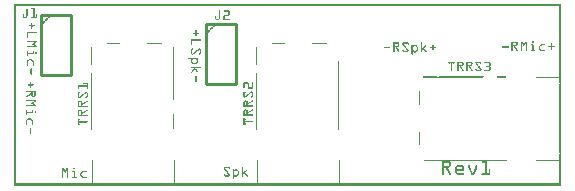
<source format=gto>
G04 MADE WITH FRITZING*
G04 WWW.FRITZING.ORG*
G04 DOUBLE SIDED*
G04 HOLES PLATED*
G04 CONTOUR ON CENTER OF CONTOUR VECTOR*
%ASAXBY*%
%FSLAX23Y23*%
%MOIN*%
%OFA0B0*%
%SFA1.0B1.0*%
%ADD10C,0.010000*%
%ADD11C,0.003528*%
%ADD12R,0.001000X0.001000*%
%LNSILK1*%
G90*
G70*
G54D10*
X639Y539D02*
X639Y339D01*
D02*
X639Y339D02*
X739Y339D01*
D02*
X739Y339D02*
X739Y539D01*
D02*
X739Y539D02*
X639Y539D01*
D02*
X89Y569D02*
X89Y369D01*
D02*
X89Y369D02*
X189Y369D01*
D02*
X189Y369D02*
X189Y569D01*
D02*
X189Y569D02*
X89Y569D01*
G54D11*
D02*
X862Y477D02*
X902Y477D01*
D02*
X995Y477D02*
X1039Y477D01*
D02*
X1640Y88D02*
X1366Y88D01*
D02*
X1351Y141D02*
X1351Y181D01*
D02*
X1351Y274D02*
X1351Y318D01*
D02*
X312Y477D02*
X352Y477D01*
D02*
X445Y477D02*
X489Y477D01*
X809Y88D02*
X809Y8D01*
X1084Y8D01*
X1084Y88D01*
D02*
X1740Y88D02*
X1820Y88D01*
X1820Y363D01*
X1740Y363D01*
D02*
X259Y88D02*
X259Y8D01*
X534Y8D01*
X534Y88D01*
D02*
G54D12*
X0Y606D02*
X1824Y606D01*
X0Y605D02*
X1824Y605D01*
X0Y604D02*
X1824Y604D01*
X0Y603D02*
X1824Y603D01*
X0Y602D02*
X1824Y602D01*
X0Y601D02*
X1824Y601D01*
X0Y600D02*
X1824Y600D01*
X0Y599D02*
X1824Y599D01*
X0Y598D02*
X7Y598D01*
X1817Y598D02*
X1824Y598D01*
X0Y597D02*
X7Y597D01*
X1817Y597D02*
X1824Y597D01*
X0Y596D02*
X7Y596D01*
X1817Y596D02*
X1824Y596D01*
X0Y595D02*
X7Y595D01*
X1817Y595D02*
X1824Y595D01*
X0Y594D02*
X7Y594D01*
X1817Y594D02*
X1824Y594D01*
X0Y593D02*
X7Y593D01*
X1817Y593D02*
X1824Y593D01*
X0Y592D02*
X7Y592D01*
X43Y592D02*
X45Y592D01*
X59Y592D02*
X69Y592D01*
X1817Y592D02*
X1824Y592D01*
X0Y591D02*
X7Y591D01*
X43Y591D02*
X45Y591D01*
X58Y591D02*
X69Y591D01*
X1817Y591D02*
X1824Y591D01*
X0Y590D02*
X7Y590D01*
X42Y590D02*
X46Y590D01*
X58Y590D02*
X69Y590D01*
X1817Y590D02*
X1824Y590D01*
X0Y589D02*
X7Y589D01*
X42Y589D02*
X46Y589D01*
X59Y589D02*
X69Y589D01*
X1817Y589D02*
X1824Y589D01*
X0Y588D02*
X7Y588D01*
X42Y588D02*
X46Y588D01*
X66Y588D02*
X69Y588D01*
X1817Y588D02*
X1824Y588D01*
X0Y587D02*
X7Y587D01*
X42Y587D02*
X46Y587D01*
X66Y587D02*
X69Y587D01*
X1817Y587D02*
X1824Y587D01*
X0Y586D02*
X7Y586D01*
X42Y586D02*
X46Y586D01*
X66Y586D02*
X69Y586D01*
X1817Y586D02*
X1824Y586D01*
X0Y585D02*
X7Y585D01*
X42Y585D02*
X46Y585D01*
X66Y585D02*
X69Y585D01*
X685Y585D02*
X686Y585D01*
X701Y585D02*
X716Y585D01*
X1817Y585D02*
X1824Y585D01*
X0Y584D02*
X7Y584D01*
X42Y584D02*
X46Y584D01*
X66Y584D02*
X69Y584D01*
X684Y584D02*
X687Y584D01*
X700Y584D02*
X718Y584D01*
X1817Y584D02*
X1824Y584D01*
X0Y583D02*
X7Y583D01*
X42Y583D02*
X46Y583D01*
X66Y583D02*
X69Y583D01*
X684Y583D02*
X687Y583D01*
X699Y583D02*
X719Y583D01*
X1817Y583D02*
X1824Y583D01*
X0Y582D02*
X7Y582D01*
X42Y582D02*
X46Y582D01*
X66Y582D02*
X69Y582D01*
X684Y582D02*
X687Y582D01*
X700Y582D02*
X719Y582D01*
X1817Y582D02*
X1824Y582D01*
X0Y581D02*
X7Y581D01*
X42Y581D02*
X46Y581D01*
X66Y581D02*
X69Y581D01*
X684Y581D02*
X687Y581D01*
X716Y581D02*
X719Y581D01*
X1817Y581D02*
X1824Y581D01*
X0Y580D02*
X7Y580D01*
X42Y580D02*
X46Y580D01*
X66Y580D02*
X69Y580D01*
X684Y580D02*
X687Y580D01*
X716Y580D02*
X719Y580D01*
X1817Y580D02*
X1824Y580D01*
X0Y579D02*
X7Y579D01*
X42Y579D02*
X46Y579D01*
X66Y579D02*
X69Y579D01*
X684Y579D02*
X687Y579D01*
X716Y579D02*
X719Y579D01*
X1817Y579D02*
X1824Y579D01*
X0Y578D02*
X7Y578D01*
X42Y578D02*
X46Y578D01*
X66Y578D02*
X69Y578D01*
X684Y578D02*
X687Y578D01*
X716Y578D02*
X719Y578D01*
X1817Y578D02*
X1824Y578D01*
X0Y577D02*
X7Y577D01*
X42Y577D02*
X46Y577D01*
X66Y577D02*
X69Y577D01*
X684Y577D02*
X687Y577D01*
X716Y577D02*
X719Y577D01*
X1817Y577D02*
X1824Y577D01*
X0Y576D02*
X7Y576D01*
X42Y576D02*
X46Y576D01*
X66Y576D02*
X69Y576D01*
X684Y576D02*
X687Y576D01*
X716Y576D02*
X719Y576D01*
X1817Y576D02*
X1824Y576D01*
X0Y575D02*
X7Y575D01*
X42Y575D02*
X46Y575D01*
X66Y575D02*
X69Y575D01*
X684Y575D02*
X687Y575D01*
X716Y575D02*
X719Y575D01*
X1817Y575D02*
X1824Y575D01*
X0Y574D02*
X7Y574D01*
X31Y574D02*
X33Y574D01*
X42Y574D02*
X46Y574D01*
X66Y574D02*
X69Y574D01*
X75Y574D02*
X77Y574D01*
X684Y574D02*
X687Y574D01*
X716Y574D02*
X719Y574D01*
X1817Y574D02*
X1824Y574D01*
X0Y573D02*
X7Y573D01*
X30Y573D02*
X33Y573D01*
X42Y573D02*
X46Y573D01*
X66Y573D02*
X69Y573D01*
X75Y573D02*
X78Y573D01*
X684Y573D02*
X687Y573D01*
X716Y573D02*
X719Y573D01*
X1817Y573D02*
X1824Y573D01*
X0Y572D02*
X7Y572D01*
X30Y572D02*
X33Y572D01*
X42Y572D02*
X46Y572D01*
X66Y572D02*
X69Y572D01*
X74Y572D02*
X78Y572D01*
X684Y572D02*
X687Y572D01*
X716Y572D02*
X719Y572D01*
X1817Y572D02*
X1824Y572D01*
X0Y571D02*
X7Y571D01*
X30Y571D02*
X33Y571D01*
X42Y571D02*
X46Y571D01*
X66Y571D02*
X69Y571D01*
X74Y571D02*
X78Y571D01*
X684Y571D02*
X687Y571D01*
X703Y571D02*
X719Y571D01*
X1817Y571D02*
X1824Y571D01*
X0Y570D02*
X7Y570D01*
X30Y570D02*
X33Y570D01*
X42Y570D02*
X46Y570D01*
X66Y570D02*
X69Y570D01*
X74Y570D02*
X78Y570D01*
X121Y570D02*
X122Y570D01*
X684Y570D02*
X687Y570D01*
X701Y570D02*
X719Y570D01*
X1817Y570D02*
X1824Y570D01*
X0Y569D02*
X7Y569D01*
X30Y569D02*
X33Y569D01*
X42Y569D02*
X46Y569D01*
X66Y569D02*
X69Y569D01*
X74Y569D02*
X78Y569D01*
X120Y569D02*
X123Y569D01*
X684Y569D02*
X687Y569D01*
X700Y569D02*
X718Y569D01*
X1817Y569D02*
X1824Y569D01*
X0Y568D02*
X7Y568D01*
X30Y568D02*
X33Y568D01*
X42Y568D02*
X46Y568D01*
X66Y568D02*
X69Y568D01*
X74Y568D02*
X78Y568D01*
X119Y568D02*
X124Y568D01*
X684Y568D02*
X687Y568D01*
X700Y568D02*
X718Y568D01*
X1817Y568D02*
X1824Y568D01*
X0Y567D02*
X7Y567D01*
X30Y567D02*
X33Y567D01*
X42Y567D02*
X46Y567D01*
X66Y567D02*
X69Y567D01*
X74Y567D02*
X78Y567D01*
X118Y567D02*
X124Y567D01*
X672Y567D02*
X674Y567D01*
X684Y567D02*
X687Y567D01*
X699Y567D02*
X715Y567D01*
X1817Y567D02*
X1824Y567D01*
X0Y566D02*
X7Y566D01*
X30Y566D02*
X33Y566D01*
X42Y566D02*
X46Y566D01*
X66Y566D02*
X69Y566D01*
X74Y566D02*
X78Y566D01*
X117Y566D02*
X123Y566D01*
X672Y566D02*
X675Y566D01*
X684Y566D02*
X687Y566D01*
X699Y566D02*
X703Y566D01*
X1817Y566D02*
X1824Y566D01*
X0Y565D02*
X7Y565D01*
X30Y565D02*
X34Y565D01*
X42Y565D02*
X45Y565D01*
X66Y565D02*
X69Y565D01*
X74Y565D02*
X78Y565D01*
X116Y565D02*
X122Y565D01*
X671Y565D02*
X675Y565D01*
X684Y565D02*
X687Y565D01*
X699Y565D02*
X703Y565D01*
X1817Y565D02*
X1824Y565D01*
X0Y564D02*
X7Y564D01*
X30Y564D02*
X45Y564D01*
X59Y564D02*
X78Y564D01*
X115Y564D02*
X121Y564D01*
X671Y564D02*
X675Y564D01*
X684Y564D02*
X687Y564D01*
X699Y564D02*
X703Y564D01*
X1817Y564D02*
X1824Y564D01*
X0Y563D02*
X7Y563D01*
X31Y563D02*
X45Y563D01*
X58Y563D02*
X78Y563D01*
X114Y563D02*
X120Y563D01*
X671Y563D02*
X675Y563D01*
X684Y563D02*
X687Y563D01*
X699Y563D02*
X703Y563D01*
X1817Y563D02*
X1824Y563D01*
X0Y562D02*
X7Y562D01*
X32Y562D02*
X44Y562D01*
X58Y562D02*
X78Y562D01*
X113Y562D02*
X119Y562D01*
X671Y562D02*
X675Y562D01*
X684Y562D02*
X687Y562D01*
X699Y562D02*
X703Y562D01*
X1817Y562D02*
X1824Y562D01*
X0Y561D02*
X7Y561D01*
X33Y561D02*
X43Y561D01*
X58Y561D02*
X77Y561D01*
X112Y561D02*
X118Y561D01*
X671Y561D02*
X675Y561D01*
X684Y561D02*
X687Y561D01*
X699Y561D02*
X703Y561D01*
X1817Y561D02*
X1824Y561D01*
X0Y560D02*
X7Y560D01*
X36Y560D02*
X40Y560D01*
X60Y560D02*
X76Y560D01*
X111Y560D02*
X117Y560D01*
X671Y560D02*
X675Y560D01*
X684Y560D02*
X687Y560D01*
X699Y560D02*
X703Y560D01*
X1817Y560D02*
X1824Y560D01*
X0Y559D02*
X7Y559D01*
X110Y559D02*
X116Y559D01*
X671Y559D02*
X675Y559D01*
X684Y559D02*
X687Y559D01*
X699Y559D02*
X703Y559D01*
X1817Y559D02*
X1824Y559D01*
X0Y558D02*
X7Y558D01*
X109Y558D02*
X115Y558D01*
X672Y558D02*
X675Y558D01*
X684Y558D02*
X687Y558D01*
X699Y558D02*
X703Y558D01*
X1817Y558D02*
X1824Y558D01*
X0Y557D02*
X7Y557D01*
X108Y557D02*
X114Y557D01*
X672Y557D02*
X687Y557D01*
X699Y557D02*
X717Y557D01*
X1817Y557D02*
X1824Y557D01*
X0Y556D02*
X7Y556D01*
X107Y556D02*
X113Y556D01*
X672Y556D02*
X686Y556D01*
X699Y556D02*
X719Y556D01*
X1817Y556D02*
X1824Y556D01*
X0Y555D02*
X7Y555D01*
X106Y555D02*
X112Y555D01*
X673Y555D02*
X685Y555D01*
X699Y555D02*
X719Y555D01*
X1817Y555D02*
X1824Y555D01*
X0Y554D02*
X7Y554D01*
X105Y554D02*
X111Y554D01*
X674Y554D02*
X684Y554D01*
X699Y554D02*
X719Y554D01*
X1817Y554D02*
X1824Y554D01*
X0Y553D02*
X7Y553D01*
X104Y553D02*
X110Y553D01*
X676Y553D02*
X682Y553D01*
X700Y553D02*
X718Y553D01*
X1817Y553D02*
X1824Y553D01*
X0Y552D02*
X7Y552D01*
X103Y552D02*
X109Y552D01*
X1817Y552D02*
X1824Y552D01*
X0Y551D02*
X7Y551D01*
X102Y551D02*
X107Y551D01*
X1817Y551D02*
X1824Y551D01*
X0Y550D02*
X7Y550D01*
X101Y550D02*
X106Y550D01*
X1817Y550D02*
X1824Y550D01*
X0Y549D02*
X7Y549D01*
X100Y549D02*
X106Y549D01*
X1817Y549D02*
X1824Y549D01*
X0Y548D02*
X7Y548D01*
X99Y548D02*
X105Y548D01*
X1817Y548D02*
X1824Y548D01*
X0Y547D02*
X7Y547D01*
X98Y547D02*
X104Y547D01*
X1817Y547D02*
X1824Y547D01*
X0Y546D02*
X7Y546D01*
X97Y546D02*
X103Y546D01*
X1817Y546D02*
X1824Y546D01*
X0Y545D02*
X7Y545D01*
X96Y545D02*
X102Y545D01*
X1817Y545D02*
X1824Y545D01*
X0Y544D02*
X7Y544D01*
X58Y544D02*
X61Y544D01*
X95Y544D02*
X101Y544D01*
X1817Y544D02*
X1824Y544D01*
X0Y543D02*
X7Y543D01*
X58Y543D02*
X61Y543D01*
X94Y543D02*
X100Y543D01*
X1817Y543D02*
X1824Y543D01*
X0Y542D02*
X7Y542D01*
X58Y542D02*
X61Y542D01*
X93Y542D02*
X99Y542D01*
X1817Y542D02*
X1824Y542D01*
X0Y541D02*
X7Y541D01*
X58Y541D02*
X61Y541D01*
X92Y541D02*
X98Y541D01*
X1817Y541D02*
X1824Y541D01*
X0Y540D02*
X7Y540D01*
X58Y540D02*
X61Y540D01*
X91Y540D02*
X97Y540D01*
X671Y540D02*
X672Y540D01*
X1817Y540D02*
X1824Y540D01*
X0Y539D02*
X7Y539D01*
X58Y539D02*
X61Y539D01*
X90Y539D02*
X96Y539D01*
X670Y539D02*
X673Y539D01*
X1817Y539D02*
X1824Y539D01*
X0Y538D02*
X7Y538D01*
X58Y538D02*
X61Y538D01*
X89Y538D02*
X95Y538D01*
X669Y538D02*
X674Y538D01*
X1817Y538D02*
X1824Y538D01*
X0Y537D02*
X7Y537D01*
X58Y537D02*
X61Y537D01*
X88Y537D02*
X94Y537D01*
X668Y537D02*
X674Y537D01*
X1817Y537D02*
X1824Y537D01*
X0Y536D02*
X7Y536D01*
X51Y536D02*
X69Y536D01*
X87Y536D02*
X93Y536D01*
X667Y536D02*
X673Y536D01*
X1817Y536D02*
X1824Y536D01*
X0Y535D02*
X7Y535D01*
X50Y535D02*
X69Y535D01*
X88Y535D02*
X92Y535D01*
X666Y535D02*
X672Y535D01*
X1817Y535D02*
X1824Y535D01*
X0Y534D02*
X7Y534D01*
X50Y534D02*
X70Y534D01*
X89Y534D02*
X91Y534D01*
X665Y534D02*
X671Y534D01*
X1817Y534D02*
X1824Y534D01*
X0Y533D02*
X7Y533D01*
X50Y533D02*
X69Y533D01*
X90Y533D02*
X90Y533D01*
X664Y533D02*
X670Y533D01*
X1817Y533D02*
X1824Y533D01*
X0Y532D02*
X7Y532D01*
X58Y532D02*
X62Y532D01*
X663Y532D02*
X669Y532D01*
X1817Y532D02*
X1824Y532D01*
X0Y531D02*
X7Y531D01*
X58Y531D02*
X61Y531D01*
X662Y531D02*
X668Y531D01*
X1817Y531D02*
X1824Y531D01*
X0Y530D02*
X7Y530D01*
X58Y530D02*
X61Y530D01*
X661Y530D02*
X667Y530D01*
X1817Y530D02*
X1824Y530D01*
X0Y529D02*
X7Y529D01*
X58Y529D02*
X61Y529D01*
X660Y529D02*
X666Y529D01*
X1817Y529D02*
X1824Y529D01*
X0Y528D02*
X7Y528D01*
X58Y528D02*
X61Y528D01*
X659Y528D02*
X665Y528D01*
X1817Y528D02*
X1824Y528D01*
X0Y527D02*
X7Y527D01*
X58Y527D02*
X61Y527D01*
X658Y527D02*
X664Y527D01*
X1817Y527D02*
X1824Y527D01*
X0Y526D02*
X7Y526D01*
X58Y526D02*
X61Y526D01*
X657Y526D02*
X663Y526D01*
X1817Y526D02*
X1824Y526D01*
X0Y525D02*
X7Y525D01*
X58Y525D02*
X61Y525D01*
X656Y525D02*
X662Y525D01*
X1817Y525D02*
X1824Y525D01*
X0Y524D02*
X7Y524D01*
X59Y524D02*
X60Y524D01*
X655Y524D02*
X661Y524D01*
X1817Y524D02*
X1824Y524D01*
X0Y523D02*
X7Y523D01*
X654Y523D02*
X660Y523D01*
X1817Y523D02*
X1824Y523D01*
X0Y522D02*
X7Y522D01*
X653Y522D02*
X658Y522D01*
X1817Y522D02*
X1824Y522D01*
X0Y521D02*
X7Y521D01*
X652Y521D02*
X657Y521D01*
X1817Y521D02*
X1824Y521D01*
X0Y520D02*
X7Y520D01*
X651Y520D02*
X656Y520D01*
X1817Y520D02*
X1824Y520D01*
X0Y519D02*
X7Y519D01*
X606Y519D02*
X608Y519D01*
X650Y519D02*
X655Y519D01*
X1817Y519D02*
X1824Y519D01*
X0Y518D02*
X7Y518D01*
X606Y518D02*
X609Y518D01*
X649Y518D02*
X654Y518D01*
X1817Y518D02*
X1824Y518D01*
X0Y517D02*
X7Y517D01*
X606Y517D02*
X609Y517D01*
X648Y517D02*
X654Y517D01*
X1817Y517D02*
X1824Y517D01*
X0Y516D02*
X7Y516D01*
X606Y516D02*
X609Y516D01*
X647Y516D02*
X653Y516D01*
X1817Y516D02*
X1824Y516D01*
X0Y515D02*
X7Y515D01*
X606Y515D02*
X609Y515D01*
X646Y515D02*
X652Y515D01*
X1817Y515D02*
X1824Y515D01*
X0Y514D02*
X7Y514D01*
X44Y514D02*
X74Y514D01*
X606Y514D02*
X609Y514D01*
X645Y514D02*
X651Y514D01*
X1817Y514D02*
X1824Y514D01*
X0Y513D02*
X7Y513D01*
X44Y513D02*
X75Y513D01*
X606Y513D02*
X609Y513D01*
X644Y513D02*
X650Y513D01*
X1817Y513D02*
X1824Y513D01*
X0Y512D02*
X7Y512D01*
X44Y512D02*
X76Y512D01*
X606Y512D02*
X609Y512D01*
X643Y512D02*
X649Y512D01*
X1817Y512D02*
X1824Y512D01*
X0Y511D02*
X7Y511D01*
X44Y511D02*
X75Y511D01*
X599Y511D02*
X616Y511D01*
X642Y511D02*
X648Y511D01*
X1817Y511D02*
X1824Y511D01*
X0Y510D02*
X7Y510D01*
X44Y510D02*
X74Y510D01*
X598Y510D02*
X617Y510D01*
X641Y510D02*
X647Y510D01*
X1817Y510D02*
X1824Y510D01*
X0Y509D02*
X7Y509D01*
X44Y509D02*
X47Y509D01*
X597Y509D02*
X617Y509D01*
X640Y509D02*
X646Y509D01*
X1817Y509D02*
X1824Y509D01*
X0Y508D02*
X7Y508D01*
X44Y508D02*
X47Y508D01*
X597Y508D02*
X617Y508D01*
X639Y508D02*
X645Y508D01*
X1817Y508D02*
X1824Y508D01*
X0Y507D02*
X7Y507D01*
X44Y507D02*
X47Y507D01*
X599Y507D02*
X616Y507D01*
X638Y507D02*
X644Y507D01*
X1817Y507D02*
X1824Y507D01*
X0Y506D02*
X7Y506D01*
X44Y506D02*
X47Y506D01*
X606Y506D02*
X609Y506D01*
X637Y506D02*
X643Y506D01*
X1817Y506D02*
X1824Y506D01*
X0Y505D02*
X7Y505D01*
X44Y505D02*
X47Y505D01*
X606Y505D02*
X609Y505D01*
X638Y505D02*
X642Y505D01*
X1817Y505D02*
X1824Y505D01*
X0Y504D02*
X7Y504D01*
X44Y504D02*
X47Y504D01*
X606Y504D02*
X609Y504D01*
X639Y504D02*
X641Y504D01*
X1817Y504D02*
X1824Y504D01*
X0Y503D02*
X7Y503D01*
X44Y503D02*
X47Y503D01*
X606Y503D02*
X609Y503D01*
X640Y503D02*
X640Y503D01*
X1817Y503D02*
X1824Y503D01*
X0Y502D02*
X7Y502D01*
X44Y502D02*
X47Y502D01*
X606Y502D02*
X609Y502D01*
X1817Y502D02*
X1824Y502D01*
X0Y501D02*
X7Y501D01*
X44Y501D02*
X47Y501D01*
X606Y501D02*
X609Y501D01*
X1817Y501D02*
X1824Y501D01*
X0Y500D02*
X7Y500D01*
X44Y500D02*
X47Y500D01*
X606Y500D02*
X609Y500D01*
X1817Y500D02*
X1824Y500D01*
X0Y499D02*
X7Y499D01*
X44Y499D02*
X47Y499D01*
X606Y499D02*
X608Y499D01*
X1817Y499D02*
X1824Y499D01*
X0Y498D02*
X7Y498D01*
X44Y498D02*
X47Y498D01*
X1817Y498D02*
X1824Y498D01*
X0Y497D02*
X7Y497D01*
X44Y497D02*
X47Y497D01*
X1817Y497D02*
X1824Y497D01*
X0Y496D02*
X7Y496D01*
X44Y496D02*
X47Y496D01*
X1817Y496D02*
X1824Y496D01*
X0Y495D02*
X7Y495D01*
X44Y495D02*
X47Y495D01*
X1817Y495D02*
X1824Y495D01*
X0Y494D02*
X7Y494D01*
X44Y494D02*
X46Y494D01*
X1817Y494D02*
X1824Y494D01*
X0Y493D02*
X7Y493D01*
X1817Y493D02*
X1824Y493D01*
X0Y492D02*
X7Y492D01*
X1817Y492D02*
X1824Y492D01*
X0Y491D02*
X7Y491D01*
X1817Y491D02*
X1824Y491D01*
X0Y490D02*
X7Y490D01*
X1817Y490D02*
X1824Y490D01*
X0Y489D02*
X7Y489D01*
X1817Y489D02*
X1824Y489D01*
X0Y488D02*
X7Y488D01*
X591Y488D02*
X623Y488D01*
X1817Y488D02*
X1824Y488D01*
X0Y487D02*
X7Y487D01*
X591Y487D02*
X623Y487D01*
X1817Y487D02*
X1824Y487D01*
X0Y486D02*
X7Y486D01*
X591Y486D02*
X623Y486D01*
X1817Y486D02*
X1824Y486D01*
X0Y485D02*
X7Y485D01*
X591Y485D02*
X622Y485D01*
X1817Y485D02*
X1824Y485D01*
X0Y484D02*
X7Y484D01*
X591Y484D02*
X595Y484D01*
X1817Y484D02*
X1824Y484D01*
X0Y483D02*
X7Y483D01*
X44Y483D02*
X76Y483D01*
X591Y483D02*
X595Y483D01*
X1728Y483D02*
X1731Y483D01*
X1817Y483D02*
X1824Y483D01*
X0Y482D02*
X7Y482D01*
X44Y482D02*
X76Y482D01*
X591Y482D02*
X595Y482D01*
X1727Y482D02*
X1732Y482D01*
X1817Y482D02*
X1824Y482D01*
X0Y481D02*
X7Y481D01*
X44Y481D02*
X76Y481D01*
X591Y481D02*
X595Y481D01*
X1659Y481D02*
X1676Y481D01*
X1690Y481D02*
X1695Y481D01*
X1705Y481D02*
X1710Y481D01*
X1727Y481D02*
X1732Y481D01*
X1817Y481D02*
X1824Y481D01*
X0Y480D02*
X7Y480D01*
X44Y480D02*
X76Y480D01*
X591Y480D02*
X595Y480D01*
X1659Y480D02*
X1677Y480D01*
X1690Y480D02*
X1695Y480D01*
X1705Y480D02*
X1710Y480D01*
X1727Y480D02*
X1732Y480D01*
X1817Y480D02*
X1824Y480D01*
X0Y479D02*
X7Y479D01*
X70Y479D02*
X76Y479D01*
X591Y479D02*
X595Y479D01*
X1659Y479D02*
X1678Y479D01*
X1690Y479D02*
X1696Y479D01*
X1704Y479D02*
X1710Y479D01*
X1727Y479D02*
X1732Y479D01*
X1817Y479D02*
X1824Y479D01*
X0Y478D02*
X7Y478D01*
X69Y478D02*
X75Y478D01*
X591Y478D02*
X595Y478D01*
X1265Y478D02*
X1282Y478D01*
X1299Y478D02*
X1313Y478D01*
X1358Y478D02*
X1359Y478D01*
X1659Y478D02*
X1679Y478D01*
X1690Y478D02*
X1697Y478D01*
X1703Y478D02*
X1710Y478D01*
X1727Y478D02*
X1732Y478D01*
X1817Y478D02*
X1824Y478D01*
X0Y477D02*
X7Y477D01*
X67Y477D02*
X74Y477D01*
X591Y477D02*
X595Y477D01*
X1265Y477D02*
X1283Y477D01*
X1297Y477D02*
X1314Y477D01*
X1357Y477D02*
X1360Y477D01*
X1659Y477D02*
X1663Y477D01*
X1675Y477D02*
X1679Y477D01*
X1690Y477D02*
X1697Y477D01*
X1703Y477D02*
X1710Y477D01*
X1817Y477D02*
X1824Y477D01*
X0Y476D02*
X7Y476D01*
X66Y476D02*
X72Y476D01*
X591Y476D02*
X595Y476D01*
X1265Y476D02*
X1284Y476D01*
X1297Y476D02*
X1315Y476D01*
X1357Y476D02*
X1360Y476D01*
X1659Y476D02*
X1663Y476D01*
X1676Y476D02*
X1679Y476D01*
X1690Y476D02*
X1698Y476D01*
X1702Y476D02*
X1710Y476D01*
X1817Y476D02*
X1824Y476D01*
X0Y475D02*
X7Y475D01*
X63Y475D02*
X71Y475D01*
X591Y475D02*
X595Y475D01*
X1265Y475D02*
X1285Y475D01*
X1296Y475D02*
X1316Y475D01*
X1357Y475D02*
X1360Y475D01*
X1659Y475D02*
X1663Y475D01*
X1676Y475D02*
X1680Y475D01*
X1690Y475D02*
X1699Y475D01*
X1701Y475D02*
X1710Y475D01*
X1791Y475D02*
X1792Y475D01*
X1817Y475D02*
X1824Y475D01*
X0Y474D02*
X7Y474D01*
X62Y474D02*
X69Y474D01*
X591Y474D02*
X595Y474D01*
X1265Y474D02*
X1269Y474D01*
X1281Y474D02*
X1285Y474D01*
X1296Y474D02*
X1299Y474D01*
X1312Y474D02*
X1316Y474D01*
X1357Y474D02*
X1360Y474D01*
X1659Y474D02*
X1663Y474D01*
X1676Y474D02*
X1680Y474D01*
X1690Y474D02*
X1693Y474D01*
X1695Y474D02*
X1705Y474D01*
X1707Y474D02*
X1710Y474D01*
X1790Y474D02*
X1793Y474D01*
X1817Y474D02*
X1824Y474D01*
X0Y473D02*
X7Y473D01*
X62Y473D02*
X69Y473D01*
X591Y473D02*
X595Y473D01*
X1265Y473D02*
X1269Y473D01*
X1282Y473D02*
X1285Y473D01*
X1296Y473D02*
X1300Y473D01*
X1313Y473D02*
X1316Y473D01*
X1357Y473D02*
X1360Y473D01*
X1659Y473D02*
X1663Y473D01*
X1676Y473D02*
X1680Y473D01*
X1690Y473D02*
X1693Y473D01*
X1696Y473D02*
X1704Y473D01*
X1707Y473D02*
X1710Y473D01*
X1790Y473D02*
X1793Y473D01*
X1817Y473D02*
X1824Y473D01*
X0Y472D02*
X7Y472D01*
X62Y472D02*
X70Y472D01*
X591Y472D02*
X595Y472D01*
X1265Y472D02*
X1269Y472D01*
X1282Y472D02*
X1285Y472D01*
X1296Y472D02*
X1300Y472D01*
X1313Y472D02*
X1316Y472D01*
X1357Y472D02*
X1360Y472D01*
X1397Y472D02*
X1398Y472D01*
X1659Y472D02*
X1663Y472D01*
X1676Y472D02*
X1679Y472D01*
X1690Y472D02*
X1693Y472D01*
X1697Y472D02*
X1703Y472D01*
X1707Y472D02*
X1710Y472D01*
X1723Y472D02*
X1731Y472D01*
X1759Y472D02*
X1770Y472D01*
X1790Y472D02*
X1793Y472D01*
X1817Y472D02*
X1824Y472D01*
X0Y471D02*
X7Y471D01*
X65Y471D02*
X71Y471D01*
X591Y471D02*
X595Y471D01*
X1265Y471D02*
X1269Y471D01*
X1282Y471D02*
X1285Y471D01*
X1297Y471D02*
X1301Y471D01*
X1314Y471D02*
X1315Y471D01*
X1357Y471D02*
X1360Y471D01*
X1396Y471D02*
X1399Y471D01*
X1659Y471D02*
X1663Y471D01*
X1675Y471D02*
X1679Y471D01*
X1690Y471D02*
X1693Y471D01*
X1697Y471D02*
X1703Y471D01*
X1707Y471D02*
X1710Y471D01*
X1723Y471D02*
X1732Y471D01*
X1757Y471D02*
X1771Y471D01*
X1790Y471D02*
X1793Y471D01*
X1817Y471D02*
X1824Y471D01*
X0Y470D02*
X7Y470D01*
X66Y470D02*
X73Y470D01*
X591Y470D02*
X594Y470D01*
X1265Y470D02*
X1269Y470D01*
X1282Y470D02*
X1285Y470D01*
X1297Y470D02*
X1302Y470D01*
X1327Y470D02*
X1329Y470D01*
X1334Y470D02*
X1339Y470D01*
X1357Y470D02*
X1360Y470D01*
X1396Y470D02*
X1399Y470D01*
X1659Y470D02*
X1679Y470D01*
X1690Y470D02*
X1693Y470D01*
X1698Y470D02*
X1702Y470D01*
X1707Y470D02*
X1710Y470D01*
X1723Y470D02*
X1732Y470D01*
X1756Y470D02*
X1771Y470D01*
X1790Y470D02*
X1793Y470D01*
X1817Y470D02*
X1824Y470D01*
X0Y469D02*
X7Y469D01*
X68Y469D02*
X74Y469D01*
X592Y469D02*
X594Y469D01*
X1265Y469D02*
X1269Y469D01*
X1282Y469D02*
X1285Y469D01*
X1298Y469D02*
X1303Y469D01*
X1327Y469D02*
X1330Y469D01*
X1333Y469D02*
X1341Y469D01*
X1357Y469D02*
X1360Y469D01*
X1372Y469D02*
X1374Y469D01*
X1396Y469D02*
X1399Y469D01*
X1659Y469D02*
X1678Y469D01*
X1690Y469D02*
X1693Y469D01*
X1698Y469D02*
X1702Y469D01*
X1707Y469D02*
X1710Y469D01*
X1723Y469D02*
X1732Y469D01*
X1754Y469D02*
X1771Y469D01*
X1790Y469D02*
X1793Y469D01*
X1817Y469D02*
X1824Y469D01*
X0Y468D02*
X7Y468D01*
X69Y468D02*
X75Y468D01*
X593Y468D02*
X593Y468D01*
X1265Y468D02*
X1269Y468D01*
X1281Y468D02*
X1285Y468D01*
X1299Y468D02*
X1303Y468D01*
X1326Y468D02*
X1342Y468D01*
X1357Y468D02*
X1360Y468D01*
X1371Y468D02*
X1375Y468D01*
X1396Y468D02*
X1399Y468D01*
X1659Y468D02*
X1677Y468D01*
X1690Y468D02*
X1693Y468D01*
X1698Y468D02*
X1701Y468D01*
X1707Y468D02*
X1710Y468D01*
X1729Y468D02*
X1732Y468D01*
X1753Y468D02*
X1759Y468D01*
X1790Y468D02*
X1793Y468D01*
X1817Y468D02*
X1824Y468D01*
X0Y467D02*
X7Y467D01*
X70Y467D02*
X76Y467D01*
X1265Y467D02*
X1285Y467D01*
X1300Y467D02*
X1304Y467D01*
X1326Y467D02*
X1343Y467D01*
X1357Y467D02*
X1360Y467D01*
X1370Y467D02*
X1375Y467D01*
X1396Y467D02*
X1399Y467D01*
X1630Y467D02*
X1647Y467D01*
X1659Y467D02*
X1676Y467D01*
X1690Y467D02*
X1693Y467D01*
X1699Y467D02*
X1701Y467D01*
X1707Y467D02*
X1710Y467D01*
X1729Y467D02*
X1732Y467D01*
X1752Y467D02*
X1758Y467D01*
X1783Y467D02*
X1800Y467D01*
X1817Y467D02*
X1824Y467D01*
X0Y466D02*
X7Y466D01*
X44Y466D02*
X76Y466D01*
X1265Y466D02*
X1284Y466D01*
X1301Y466D02*
X1305Y466D01*
X1326Y466D02*
X1335Y466D01*
X1338Y466D02*
X1344Y466D01*
X1357Y466D02*
X1360Y466D01*
X1369Y466D02*
X1374Y466D01*
X1396Y466D02*
X1399Y466D01*
X1629Y466D02*
X1649Y466D01*
X1659Y466D02*
X1663Y466D01*
X1667Y466D02*
X1671Y466D01*
X1690Y466D02*
X1693Y466D01*
X1707Y466D02*
X1710Y466D01*
X1729Y466D02*
X1732Y466D01*
X1752Y466D02*
X1757Y466D01*
X1782Y466D02*
X1801Y466D01*
X1817Y466D02*
X1824Y466D01*
X0Y465D02*
X7Y465D01*
X44Y465D02*
X76Y465D01*
X1265Y465D02*
X1283Y465D01*
X1301Y465D02*
X1306Y465D01*
X1326Y465D02*
X1334Y465D01*
X1340Y465D02*
X1345Y465D01*
X1357Y465D02*
X1360Y465D01*
X1368Y465D02*
X1373Y465D01*
X1396Y465D02*
X1399Y465D01*
X1629Y465D02*
X1649Y465D01*
X1659Y465D02*
X1663Y465D01*
X1667Y465D02*
X1671Y465D01*
X1690Y465D02*
X1693Y465D01*
X1707Y465D02*
X1710Y465D01*
X1729Y465D02*
X1732Y465D01*
X1751Y465D02*
X1755Y465D01*
X1782Y465D02*
X1802Y465D01*
X1817Y465D02*
X1824Y465D01*
X0Y464D02*
X7Y464D01*
X44Y464D02*
X76Y464D01*
X1236Y464D02*
X1254Y464D01*
X1265Y464D02*
X1282Y464D01*
X1302Y464D02*
X1307Y464D01*
X1326Y464D02*
X1333Y464D01*
X1341Y464D02*
X1346Y464D01*
X1357Y464D02*
X1360Y464D01*
X1366Y464D02*
X1372Y464D01*
X1389Y464D02*
X1406Y464D01*
X1629Y464D02*
X1649Y464D01*
X1659Y464D02*
X1663Y464D01*
X1668Y464D02*
X1672Y464D01*
X1690Y464D02*
X1693Y464D01*
X1707Y464D02*
X1710Y464D01*
X1729Y464D02*
X1732Y464D01*
X1751Y464D02*
X1755Y464D01*
X1782Y464D02*
X1801Y464D01*
X1817Y464D02*
X1824Y464D01*
X0Y463D02*
X7Y463D01*
X45Y463D02*
X76Y463D01*
X257Y463D02*
X259Y463D01*
X533Y463D02*
X535Y463D01*
X807Y463D02*
X809Y463D01*
X1083Y463D02*
X1083Y463D01*
X1235Y463D02*
X1255Y463D01*
X1265Y463D02*
X1269Y463D01*
X1273Y463D02*
X1277Y463D01*
X1303Y463D02*
X1307Y463D01*
X1326Y463D02*
X1332Y463D01*
X1342Y463D02*
X1346Y463D01*
X1357Y463D02*
X1360Y463D01*
X1365Y463D02*
X1371Y463D01*
X1388Y463D02*
X1407Y463D01*
X1629Y463D02*
X1649Y463D01*
X1659Y463D02*
X1663Y463D01*
X1669Y463D02*
X1673Y463D01*
X1690Y463D02*
X1693Y463D01*
X1707Y463D02*
X1710Y463D01*
X1729Y463D02*
X1732Y463D01*
X1751Y463D02*
X1754Y463D01*
X1783Y463D02*
X1800Y463D01*
X1817Y463D02*
X1824Y463D01*
X0Y462D02*
X7Y462D01*
X257Y462D02*
X259Y462D01*
X532Y462D02*
X535Y462D01*
X807Y462D02*
X809Y462D01*
X1235Y462D02*
X1255Y462D01*
X1265Y462D02*
X1269Y462D01*
X1273Y462D02*
X1277Y462D01*
X1304Y462D02*
X1308Y462D01*
X1326Y462D02*
X1331Y462D01*
X1343Y462D02*
X1346Y462D01*
X1357Y462D02*
X1360Y462D01*
X1364Y462D02*
X1370Y462D01*
X1387Y462D02*
X1408Y462D01*
X1629Y462D02*
X1649Y462D01*
X1659Y462D02*
X1663Y462D01*
X1669Y462D02*
X1673Y462D01*
X1690Y462D02*
X1693Y462D01*
X1707Y462D02*
X1710Y462D01*
X1729Y462D02*
X1732Y462D01*
X1751Y462D02*
X1754Y462D01*
X1790Y462D02*
X1793Y462D01*
X1817Y462D02*
X1824Y462D01*
X0Y461D02*
X7Y461D01*
X257Y461D02*
X260Y461D01*
X532Y461D02*
X535Y461D01*
X807Y461D02*
X809Y461D01*
X1235Y461D02*
X1255Y461D01*
X1265Y461D02*
X1269Y461D01*
X1274Y461D02*
X1278Y461D01*
X1304Y461D02*
X1309Y461D01*
X1326Y461D02*
X1330Y461D01*
X1343Y461D02*
X1346Y461D01*
X1357Y461D02*
X1360Y461D01*
X1363Y461D02*
X1369Y461D01*
X1388Y461D02*
X1407Y461D01*
X1659Y461D02*
X1663Y461D01*
X1670Y461D02*
X1674Y461D01*
X1690Y461D02*
X1693Y461D01*
X1707Y461D02*
X1710Y461D01*
X1729Y461D02*
X1732Y461D01*
X1751Y461D02*
X1754Y461D01*
X1790Y461D02*
X1793Y461D01*
X1817Y461D02*
X1824Y461D01*
X0Y460D02*
X7Y460D01*
X257Y460D02*
X260Y460D01*
X532Y460D02*
X535Y460D01*
X807Y460D02*
X809Y460D01*
X1235Y460D02*
X1255Y460D01*
X1265Y460D02*
X1269Y460D01*
X1275Y460D02*
X1279Y460D01*
X1305Y460D02*
X1310Y460D01*
X1326Y460D02*
X1330Y460D01*
X1343Y460D02*
X1347Y460D01*
X1357Y460D02*
X1360Y460D01*
X1362Y460D02*
X1367Y460D01*
X1389Y460D02*
X1406Y460D01*
X1659Y460D02*
X1663Y460D01*
X1670Y460D02*
X1674Y460D01*
X1690Y460D02*
X1693Y460D01*
X1707Y460D02*
X1710Y460D01*
X1729Y460D02*
X1732Y460D01*
X1751Y460D02*
X1754Y460D01*
X1790Y460D02*
X1793Y460D01*
X1817Y460D02*
X1824Y460D01*
X0Y459D02*
X7Y459D01*
X257Y459D02*
X260Y459D01*
X532Y459D02*
X535Y459D01*
X807Y459D02*
X809Y459D01*
X1235Y459D02*
X1255Y459D01*
X1265Y459D02*
X1269Y459D01*
X1275Y459D02*
X1279Y459D01*
X1306Y459D02*
X1310Y459D01*
X1326Y459D02*
X1330Y459D01*
X1343Y459D02*
X1347Y459D01*
X1357Y459D02*
X1366Y459D01*
X1396Y459D02*
X1399Y459D01*
X1659Y459D02*
X1663Y459D01*
X1671Y459D02*
X1675Y459D01*
X1690Y459D02*
X1693Y459D01*
X1707Y459D02*
X1710Y459D01*
X1729Y459D02*
X1732Y459D01*
X1751Y459D02*
X1754Y459D01*
X1790Y459D02*
X1793Y459D01*
X1817Y459D02*
X1824Y459D01*
X0Y458D02*
X7Y458D01*
X257Y458D02*
X260Y458D01*
X532Y458D02*
X535Y458D01*
X595Y458D02*
X597Y458D01*
X618Y458D02*
X620Y458D01*
X807Y458D02*
X809Y458D01*
X1265Y458D02*
X1269Y458D01*
X1276Y458D02*
X1280Y458D01*
X1307Y458D02*
X1311Y458D01*
X1326Y458D02*
X1330Y458D01*
X1343Y458D02*
X1347Y458D01*
X1357Y458D02*
X1366Y458D01*
X1396Y458D02*
X1399Y458D01*
X1659Y458D02*
X1663Y458D01*
X1672Y458D02*
X1676Y458D01*
X1690Y458D02*
X1693Y458D01*
X1707Y458D02*
X1710Y458D01*
X1729Y458D02*
X1732Y458D01*
X1751Y458D02*
X1754Y458D01*
X1790Y458D02*
X1793Y458D01*
X1817Y458D02*
X1824Y458D01*
X0Y457D02*
X7Y457D01*
X257Y457D02*
X260Y457D01*
X532Y457D02*
X535Y457D01*
X593Y457D02*
X598Y457D01*
X616Y457D02*
X622Y457D01*
X807Y457D02*
X809Y457D01*
X1265Y457D02*
X1269Y457D01*
X1276Y457D02*
X1280Y457D01*
X1308Y457D02*
X1312Y457D01*
X1326Y457D02*
X1330Y457D01*
X1343Y457D02*
X1347Y457D01*
X1357Y457D02*
X1367Y457D01*
X1396Y457D02*
X1399Y457D01*
X1659Y457D02*
X1663Y457D01*
X1672Y457D02*
X1676Y457D01*
X1690Y457D02*
X1693Y457D01*
X1707Y457D02*
X1710Y457D01*
X1729Y457D02*
X1732Y457D01*
X1751Y457D02*
X1755Y457D01*
X1790Y457D02*
X1793Y457D01*
X1817Y457D02*
X1824Y457D01*
X0Y456D02*
X7Y456D01*
X257Y456D02*
X260Y456D01*
X532Y456D02*
X535Y456D01*
X592Y456D02*
X598Y456D01*
X615Y456D02*
X623Y456D01*
X807Y456D02*
X809Y456D01*
X1265Y456D02*
X1269Y456D01*
X1277Y456D02*
X1281Y456D01*
X1308Y456D02*
X1313Y456D01*
X1326Y456D02*
X1330Y456D01*
X1343Y456D02*
X1347Y456D01*
X1357Y456D02*
X1368Y456D01*
X1396Y456D02*
X1399Y456D01*
X1659Y456D02*
X1663Y456D01*
X1673Y456D02*
X1677Y456D01*
X1690Y456D02*
X1693Y456D01*
X1707Y456D02*
X1710Y456D01*
X1729Y456D02*
X1732Y456D01*
X1751Y456D02*
X1755Y456D01*
X1790Y456D02*
X1793Y456D01*
X1817Y456D02*
X1824Y456D01*
X0Y455D02*
X7Y455D01*
X257Y455D02*
X260Y455D01*
X532Y455D02*
X535Y455D01*
X592Y455D02*
X598Y455D01*
X613Y455D02*
X623Y455D01*
X807Y455D02*
X809Y455D01*
X1265Y455D02*
X1269Y455D01*
X1278Y455D02*
X1282Y455D01*
X1309Y455D02*
X1314Y455D01*
X1326Y455D02*
X1330Y455D01*
X1343Y455D02*
X1347Y455D01*
X1357Y455D02*
X1362Y455D01*
X1364Y455D02*
X1370Y455D01*
X1396Y455D02*
X1399Y455D01*
X1659Y455D02*
X1663Y455D01*
X1673Y455D02*
X1677Y455D01*
X1690Y455D02*
X1693Y455D01*
X1707Y455D02*
X1710Y455D01*
X1729Y455D02*
X1732Y455D01*
X1752Y455D02*
X1757Y455D01*
X1791Y455D02*
X1792Y455D01*
X1817Y455D02*
X1824Y455D01*
X0Y454D02*
X7Y454D01*
X257Y454D02*
X260Y454D01*
X532Y454D02*
X535Y454D01*
X591Y454D02*
X596Y454D01*
X612Y454D02*
X618Y454D01*
X620Y454D02*
X623Y454D01*
X807Y454D02*
X809Y454D01*
X1265Y454D02*
X1269Y454D01*
X1278Y454D02*
X1282Y454D01*
X1310Y454D02*
X1314Y454D01*
X1326Y454D02*
X1330Y454D01*
X1343Y454D02*
X1347Y454D01*
X1357Y454D02*
X1360Y454D01*
X1365Y454D02*
X1371Y454D01*
X1396Y454D02*
X1399Y454D01*
X1659Y454D02*
X1663Y454D01*
X1674Y454D02*
X1678Y454D01*
X1690Y454D02*
X1693Y454D01*
X1707Y454D02*
X1710Y454D01*
X1729Y454D02*
X1732Y454D01*
X1752Y454D02*
X1758Y454D01*
X1817Y454D02*
X1824Y454D01*
X0Y453D02*
X7Y453D01*
X257Y453D02*
X260Y453D01*
X532Y453D02*
X535Y453D01*
X591Y453D02*
X595Y453D01*
X611Y453D02*
X617Y453D01*
X620Y453D02*
X623Y453D01*
X807Y453D02*
X809Y453D01*
X1265Y453D02*
X1269Y453D01*
X1279Y453D02*
X1283Y453D01*
X1297Y453D02*
X1298Y453D01*
X1311Y453D02*
X1315Y453D01*
X1326Y453D02*
X1330Y453D01*
X1343Y453D02*
X1346Y453D01*
X1357Y453D02*
X1360Y453D01*
X1366Y453D02*
X1372Y453D01*
X1396Y453D02*
X1399Y453D01*
X1659Y453D02*
X1663Y453D01*
X1674Y453D02*
X1678Y453D01*
X1690Y453D02*
X1693Y453D01*
X1707Y453D02*
X1710Y453D01*
X1729Y453D02*
X1732Y453D01*
X1753Y453D02*
X1759Y453D01*
X1817Y453D02*
X1824Y453D01*
X0Y452D02*
X7Y452D01*
X257Y452D02*
X260Y452D01*
X532Y452D02*
X535Y452D01*
X591Y452D02*
X595Y452D01*
X609Y452D02*
X616Y452D01*
X620Y452D02*
X623Y452D01*
X807Y452D02*
X809Y452D01*
X1265Y452D02*
X1269Y452D01*
X1279Y452D02*
X1283Y452D01*
X1296Y452D02*
X1299Y452D01*
X1311Y452D02*
X1316Y452D01*
X1326Y452D02*
X1332Y452D01*
X1342Y452D02*
X1346Y452D01*
X1357Y452D02*
X1360Y452D01*
X1367Y452D02*
X1373Y452D01*
X1397Y452D02*
X1398Y452D01*
X1659Y452D02*
X1663Y452D01*
X1675Y452D02*
X1679Y452D01*
X1690Y452D02*
X1693Y452D01*
X1707Y452D02*
X1710Y452D01*
X1723Y452D02*
X1738Y452D01*
X1754Y452D02*
X1770Y452D01*
X1817Y452D02*
X1824Y452D01*
X0Y451D02*
X7Y451D01*
X45Y451D02*
X45Y451D01*
X65Y451D02*
X65Y451D01*
X257Y451D02*
X260Y451D01*
X532Y451D02*
X535Y451D01*
X591Y451D02*
X595Y451D01*
X608Y451D02*
X614Y451D01*
X620Y451D02*
X623Y451D01*
X807Y451D02*
X809Y451D01*
X1265Y451D02*
X1269Y451D01*
X1280Y451D02*
X1284Y451D01*
X1296Y451D02*
X1299Y451D01*
X1312Y451D02*
X1316Y451D01*
X1326Y451D02*
X1333Y451D01*
X1341Y451D02*
X1346Y451D01*
X1357Y451D02*
X1360Y451D01*
X1369Y451D02*
X1374Y451D01*
X1659Y451D02*
X1663Y451D01*
X1676Y451D02*
X1679Y451D01*
X1690Y451D02*
X1693Y451D01*
X1707Y451D02*
X1710Y451D01*
X1723Y451D02*
X1738Y451D01*
X1756Y451D02*
X1771Y451D01*
X1817Y451D02*
X1824Y451D01*
X0Y450D02*
X7Y450D01*
X44Y450D02*
X46Y450D01*
X64Y450D02*
X66Y450D01*
X257Y450D02*
X260Y450D01*
X532Y450D02*
X535Y450D01*
X591Y450D02*
X595Y450D01*
X607Y450D02*
X613Y450D01*
X620Y450D02*
X623Y450D01*
X807Y450D02*
X809Y450D01*
X1265Y450D02*
X1269Y450D01*
X1280Y450D02*
X1284Y450D01*
X1296Y450D02*
X1300Y450D01*
X1312Y450D02*
X1316Y450D01*
X1326Y450D02*
X1334Y450D01*
X1340Y450D02*
X1345Y450D01*
X1357Y450D02*
X1360Y450D01*
X1370Y450D02*
X1375Y450D01*
X1660Y450D02*
X1663Y450D01*
X1676Y450D02*
X1679Y450D01*
X1690Y450D02*
X1693Y450D01*
X1707Y450D02*
X1710Y450D01*
X1723Y450D02*
X1738Y450D01*
X1757Y450D02*
X1771Y450D01*
X1817Y450D02*
X1824Y450D01*
X0Y449D02*
X7Y449D01*
X44Y449D02*
X47Y449D01*
X63Y449D02*
X67Y449D01*
X257Y449D02*
X260Y449D01*
X532Y449D02*
X535Y449D01*
X591Y449D02*
X595Y449D01*
X606Y449D02*
X612Y449D01*
X620Y449D02*
X623Y449D01*
X807Y449D02*
X809Y449D01*
X1265Y449D02*
X1269Y449D01*
X1281Y449D02*
X1285Y449D01*
X1296Y449D02*
X1316Y449D01*
X1326Y449D02*
X1335Y449D01*
X1338Y449D02*
X1344Y449D01*
X1357Y449D02*
X1360Y449D01*
X1371Y449D02*
X1376Y449D01*
X1660Y449D02*
X1662Y449D01*
X1677Y449D02*
X1679Y449D01*
X1691Y449D02*
X1692Y449D01*
X1708Y449D02*
X1709Y449D01*
X1723Y449D02*
X1738Y449D01*
X1758Y449D02*
X1770Y449D01*
X1817Y449D02*
X1824Y449D01*
X0Y448D02*
X7Y448D01*
X44Y448D02*
X47Y448D01*
X63Y448D02*
X67Y448D01*
X257Y448D02*
X260Y448D01*
X532Y448D02*
X535Y448D01*
X591Y448D02*
X595Y448D01*
X604Y448D02*
X610Y448D01*
X620Y448D02*
X623Y448D01*
X807Y448D02*
X809Y448D01*
X1265Y448D02*
X1269Y448D01*
X1282Y448D02*
X1285Y448D01*
X1297Y448D02*
X1315Y448D01*
X1326Y448D02*
X1343Y448D01*
X1357Y448D02*
X1360Y448D01*
X1372Y448D02*
X1377Y448D01*
X1817Y448D02*
X1824Y448D01*
X0Y447D02*
X7Y447D01*
X44Y447D02*
X47Y447D01*
X63Y447D02*
X67Y447D01*
X257Y447D02*
X260Y447D01*
X532Y447D02*
X535Y447D01*
X591Y447D02*
X595Y447D01*
X603Y447D02*
X609Y447D01*
X620Y447D02*
X623Y447D01*
X807Y447D02*
X809Y447D01*
X1266Y447D02*
X1269Y447D01*
X1282Y447D02*
X1285Y447D01*
X1298Y447D02*
X1315Y447D01*
X1326Y447D02*
X1342Y447D01*
X1357Y447D02*
X1360Y447D01*
X1373Y447D02*
X1377Y447D01*
X1817Y447D02*
X1824Y447D01*
X0Y446D02*
X7Y446D01*
X44Y446D02*
X47Y446D01*
X63Y446D02*
X67Y446D01*
X73Y446D02*
X77Y446D01*
X257Y446D02*
X260Y446D01*
X532Y446D02*
X535Y446D01*
X591Y446D02*
X595Y446D01*
X602Y446D02*
X608Y446D01*
X620Y446D02*
X623Y446D01*
X807Y446D02*
X809Y446D01*
X1266Y446D02*
X1268Y446D01*
X1283Y446D02*
X1285Y446D01*
X1299Y446D02*
X1313Y446D01*
X1326Y446D02*
X1330Y446D01*
X1333Y446D02*
X1340Y446D01*
X1358Y446D02*
X1359Y446D01*
X1375Y446D02*
X1376Y446D01*
X1817Y446D02*
X1824Y446D01*
X0Y445D02*
X7Y445D01*
X44Y445D02*
X47Y445D01*
X63Y445D02*
X67Y445D01*
X72Y445D02*
X77Y445D01*
X257Y445D02*
X260Y445D01*
X532Y445D02*
X535Y445D01*
X591Y445D02*
X595Y445D01*
X600Y445D02*
X607Y445D01*
X620Y445D02*
X623Y445D01*
X807Y445D02*
X809Y445D01*
X1326Y445D02*
X1330Y445D01*
X1334Y445D02*
X1339Y445D01*
X1817Y445D02*
X1824Y445D01*
X0Y444D02*
X7Y444D01*
X44Y444D02*
X67Y444D01*
X72Y444D02*
X77Y444D01*
X257Y444D02*
X260Y444D01*
X532Y444D02*
X535Y444D01*
X591Y444D02*
X595Y444D01*
X599Y444D02*
X605Y444D01*
X620Y444D02*
X623Y444D01*
X807Y444D02*
X809Y444D01*
X1326Y444D02*
X1330Y444D01*
X1817Y444D02*
X1824Y444D01*
X0Y443D02*
X7Y443D01*
X44Y443D02*
X67Y443D01*
X72Y443D02*
X77Y443D01*
X257Y443D02*
X260Y443D01*
X532Y443D02*
X535Y443D01*
X591Y443D02*
X595Y443D01*
X598Y443D02*
X604Y443D01*
X620Y443D02*
X623Y443D01*
X807Y443D02*
X809Y443D01*
X1326Y443D02*
X1330Y443D01*
X1817Y443D02*
X1824Y443D01*
X0Y442D02*
X7Y442D01*
X44Y442D02*
X66Y442D01*
X72Y442D02*
X77Y442D01*
X257Y442D02*
X260Y442D01*
X532Y442D02*
X535Y442D01*
X591Y442D02*
X595Y442D01*
X597Y442D02*
X603Y442D01*
X619Y442D02*
X623Y442D01*
X807Y442D02*
X809Y442D01*
X1326Y442D02*
X1330Y442D01*
X1817Y442D02*
X1824Y442D01*
X0Y441D02*
X7Y441D01*
X44Y441D02*
X66Y441D01*
X73Y441D02*
X76Y441D01*
X257Y441D02*
X260Y441D01*
X532Y441D02*
X535Y441D01*
X591Y441D02*
X601Y441D01*
X617Y441D02*
X623Y441D01*
X807Y441D02*
X809Y441D01*
X1326Y441D02*
X1330Y441D01*
X1817Y441D02*
X1824Y441D01*
X0Y440D02*
X7Y440D01*
X44Y440D02*
X47Y440D01*
X257Y440D02*
X260Y440D01*
X532Y440D02*
X535Y440D01*
X592Y440D02*
X600Y440D01*
X617Y440D02*
X622Y440D01*
X807Y440D02*
X809Y440D01*
X1326Y440D02*
X1330Y440D01*
X1817Y440D02*
X1824Y440D01*
X0Y439D02*
X7Y439D01*
X44Y439D02*
X47Y439D01*
X257Y439D02*
X260Y439D01*
X532Y439D02*
X535Y439D01*
X593Y439D02*
X599Y439D01*
X616Y439D02*
X621Y439D01*
X807Y439D02*
X809Y439D01*
X1326Y439D02*
X1330Y439D01*
X1817Y439D02*
X1824Y439D01*
X0Y438D02*
X7Y438D01*
X44Y438D02*
X47Y438D01*
X257Y438D02*
X260Y438D01*
X532Y438D02*
X535Y438D01*
X594Y438D02*
X597Y438D01*
X617Y438D02*
X620Y438D01*
X807Y438D02*
X809Y438D01*
X1327Y438D02*
X1330Y438D01*
X1817Y438D02*
X1824Y438D01*
X0Y437D02*
X7Y437D01*
X44Y437D02*
X47Y437D01*
X257Y437D02*
X260Y437D01*
X532Y437D02*
X535Y437D01*
X807Y437D02*
X809Y437D01*
X1327Y437D02*
X1329Y437D01*
X1817Y437D02*
X1824Y437D01*
X0Y436D02*
X7Y436D01*
X44Y436D02*
X47Y436D01*
X257Y436D02*
X260Y436D01*
X532Y436D02*
X535Y436D01*
X807Y436D02*
X809Y436D01*
X1817Y436D02*
X1824Y436D01*
X0Y435D02*
X7Y435D01*
X44Y435D02*
X46Y435D01*
X257Y435D02*
X260Y435D01*
X532Y435D02*
X535Y435D01*
X807Y435D02*
X809Y435D01*
X1817Y435D02*
X1824Y435D01*
X0Y434D02*
X7Y434D01*
X257Y434D02*
X260Y434D01*
X532Y434D02*
X535Y434D01*
X807Y434D02*
X809Y434D01*
X1817Y434D02*
X1824Y434D01*
X0Y433D02*
X7Y433D01*
X257Y433D02*
X260Y433D01*
X532Y433D02*
X535Y433D01*
X807Y433D02*
X809Y433D01*
X1817Y433D02*
X1824Y433D01*
X0Y432D02*
X7Y432D01*
X257Y432D02*
X260Y432D01*
X532Y432D02*
X535Y432D01*
X807Y432D02*
X809Y432D01*
X1817Y432D02*
X1824Y432D01*
X0Y431D02*
X7Y431D01*
X257Y431D02*
X260Y431D01*
X532Y431D02*
X535Y431D01*
X807Y431D02*
X809Y431D01*
X1817Y431D02*
X1824Y431D01*
X0Y430D02*
X7Y430D01*
X257Y430D02*
X260Y430D01*
X532Y430D02*
X535Y430D01*
X807Y430D02*
X809Y430D01*
X1817Y430D02*
X1824Y430D01*
X0Y429D02*
X7Y429D01*
X257Y429D02*
X260Y429D01*
X532Y429D02*
X535Y429D01*
X807Y429D02*
X809Y429D01*
X1817Y429D02*
X1824Y429D01*
X0Y428D02*
X7Y428D01*
X257Y428D02*
X260Y428D01*
X532Y428D02*
X535Y428D01*
X807Y428D02*
X809Y428D01*
X1817Y428D02*
X1824Y428D01*
X0Y427D02*
X7Y427D01*
X257Y427D02*
X260Y427D01*
X532Y427D02*
X535Y427D01*
X583Y427D02*
X615Y427D01*
X807Y427D02*
X809Y427D01*
X1817Y427D02*
X1824Y427D01*
X0Y426D02*
X7Y426D01*
X257Y426D02*
X260Y426D01*
X532Y426D02*
X535Y426D01*
X582Y426D02*
X615Y426D01*
X807Y426D02*
X809Y426D01*
X1817Y426D02*
X1824Y426D01*
X0Y425D02*
X7Y425D01*
X257Y425D02*
X260Y425D01*
X532Y425D02*
X535Y425D01*
X582Y425D02*
X615Y425D01*
X807Y425D02*
X809Y425D01*
X1817Y425D02*
X1824Y425D01*
X0Y424D02*
X7Y424D01*
X257Y424D02*
X260Y424D01*
X532Y424D02*
X535Y424D01*
X583Y424D02*
X614Y424D01*
X807Y424D02*
X809Y424D01*
X1817Y424D02*
X1824Y424D01*
X0Y423D02*
X7Y423D01*
X257Y423D02*
X260Y423D01*
X532Y423D02*
X535Y423D01*
X593Y423D02*
X598Y423D01*
X607Y423D02*
X613Y423D01*
X807Y423D02*
X809Y423D01*
X1817Y423D02*
X1824Y423D01*
X0Y422D02*
X7Y422D01*
X50Y422D02*
X60Y422D01*
X257Y422D02*
X260Y422D01*
X532Y422D02*
X535Y422D01*
X592Y422D02*
X597Y422D01*
X609Y422D02*
X614Y422D01*
X807Y422D02*
X809Y422D01*
X1817Y422D02*
X1824Y422D01*
X0Y421D02*
X7Y421D01*
X49Y421D02*
X61Y421D01*
X257Y421D02*
X260Y421D01*
X532Y421D02*
X535Y421D01*
X591Y421D02*
X596Y421D01*
X610Y421D02*
X614Y421D01*
X807Y421D02*
X809Y421D01*
X1817Y421D02*
X1824Y421D01*
X0Y420D02*
X7Y420D01*
X48Y420D02*
X62Y420D01*
X257Y420D02*
X260Y420D01*
X532Y420D02*
X535Y420D01*
X591Y420D02*
X595Y420D01*
X611Y420D02*
X615Y420D01*
X807Y420D02*
X809Y420D01*
X1817Y420D02*
X1824Y420D01*
X0Y419D02*
X7Y419D01*
X47Y419D02*
X63Y419D01*
X257Y419D02*
X260Y419D01*
X532Y419D02*
X535Y419D01*
X590Y419D02*
X594Y419D01*
X611Y419D02*
X615Y419D01*
X807Y419D02*
X809Y419D01*
X1817Y419D02*
X1824Y419D01*
X0Y418D02*
X7Y418D01*
X46Y418D02*
X51Y418D01*
X59Y418D02*
X64Y418D01*
X257Y418D02*
X260Y418D01*
X532Y418D02*
X535Y418D01*
X590Y418D02*
X594Y418D01*
X612Y418D02*
X615Y418D01*
X807Y418D02*
X809Y418D01*
X1817Y418D02*
X1824Y418D01*
X0Y417D02*
X7Y417D01*
X45Y417D02*
X50Y417D01*
X60Y417D02*
X65Y417D01*
X257Y417D02*
X260Y417D01*
X532Y417D02*
X535Y417D01*
X590Y417D02*
X594Y417D01*
X612Y417D02*
X615Y417D01*
X807Y417D02*
X809Y417D01*
X1817Y417D02*
X1824Y417D01*
X0Y416D02*
X7Y416D01*
X45Y416D02*
X49Y416D01*
X61Y416D02*
X66Y416D01*
X257Y416D02*
X260Y416D01*
X532Y416D02*
X535Y416D01*
X590Y416D02*
X594Y416D01*
X612Y416D02*
X615Y416D01*
X807Y416D02*
X809Y416D01*
X1817Y416D02*
X1824Y416D01*
X0Y415D02*
X7Y415D01*
X44Y415D02*
X48Y415D01*
X62Y415D02*
X66Y415D01*
X257Y415D02*
X260Y415D01*
X532Y415D02*
X535Y415D01*
X591Y415D02*
X595Y415D01*
X611Y415D02*
X615Y415D01*
X807Y415D02*
X809Y415D01*
X1082Y415D02*
X1082Y415D01*
X1817Y415D02*
X1824Y415D01*
X0Y414D02*
X7Y414D01*
X44Y414D02*
X47Y414D01*
X63Y414D02*
X66Y414D01*
X257Y414D02*
X260Y414D01*
X532Y414D02*
X535Y414D01*
X591Y414D02*
X595Y414D01*
X610Y414D02*
X614Y414D01*
X807Y414D02*
X809Y414D01*
X1082Y414D02*
X1085Y414D01*
X1449Y414D02*
X1469Y414D01*
X1479Y414D02*
X1495Y414D01*
X1509Y414D02*
X1525Y414D01*
X1541Y414D02*
X1556Y414D01*
X1569Y414D02*
X1587Y414D01*
X1817Y414D02*
X1824Y414D01*
X0Y413D02*
X7Y413D01*
X44Y413D02*
X47Y413D01*
X63Y413D02*
X67Y413D01*
X257Y413D02*
X260Y413D01*
X532Y413D02*
X535Y413D01*
X592Y413D02*
X596Y413D01*
X609Y413D02*
X614Y413D01*
X807Y413D02*
X809Y413D01*
X1082Y413D02*
X1085Y413D01*
X1449Y413D02*
X1469Y413D01*
X1479Y413D02*
X1497Y413D01*
X1509Y413D02*
X1527Y413D01*
X1540Y413D02*
X1557Y413D01*
X1569Y413D02*
X1588Y413D01*
X1817Y413D02*
X1824Y413D01*
X0Y412D02*
X7Y412D01*
X44Y412D02*
X47Y412D01*
X63Y412D02*
X67Y412D01*
X257Y412D02*
X260Y412D01*
X532Y412D02*
X535Y412D01*
X592Y412D02*
X597Y412D01*
X608Y412D02*
X613Y412D01*
X807Y412D02*
X809Y412D01*
X1082Y412D02*
X1085Y412D01*
X1449Y412D02*
X1469Y412D01*
X1479Y412D02*
X1498Y412D01*
X1509Y412D02*
X1528Y412D01*
X1539Y412D02*
X1558Y412D01*
X1569Y412D02*
X1588Y412D01*
X1817Y412D02*
X1824Y412D01*
X0Y411D02*
X7Y411D01*
X44Y411D02*
X47Y411D01*
X63Y411D02*
X67Y411D01*
X257Y411D02*
X260Y411D01*
X532Y411D02*
X535Y411D01*
X593Y411D02*
X612Y411D01*
X807Y411D02*
X809Y411D01*
X1082Y411D02*
X1085Y411D01*
X1449Y411D02*
X1469Y411D01*
X1479Y411D02*
X1498Y411D01*
X1509Y411D02*
X1528Y411D01*
X1539Y411D02*
X1558Y411D01*
X1570Y411D02*
X1589Y411D01*
X1817Y411D02*
X1824Y411D01*
X0Y410D02*
X7Y410D01*
X44Y410D02*
X47Y410D01*
X63Y410D02*
X67Y410D01*
X257Y410D02*
X260Y410D01*
X532Y410D02*
X535Y410D01*
X594Y410D02*
X611Y410D01*
X807Y410D02*
X809Y410D01*
X1082Y410D02*
X1085Y410D01*
X1449Y410D02*
X1452Y410D01*
X1457Y410D02*
X1460Y410D01*
X1465Y410D02*
X1469Y410D01*
X1479Y410D02*
X1482Y410D01*
X1495Y410D02*
X1499Y410D01*
X1509Y410D02*
X1512Y410D01*
X1525Y410D02*
X1529Y410D01*
X1539Y410D02*
X1542Y410D01*
X1555Y410D02*
X1559Y410D01*
X1585Y410D02*
X1589Y410D01*
X1817Y410D02*
X1824Y410D01*
X0Y409D02*
X7Y409D01*
X44Y409D02*
X47Y409D01*
X63Y409D02*
X67Y409D01*
X257Y409D02*
X260Y409D01*
X532Y409D02*
X535Y409D01*
X595Y409D02*
X610Y409D01*
X807Y409D02*
X809Y409D01*
X1082Y409D02*
X1085Y409D01*
X1449Y409D02*
X1452Y409D01*
X1457Y409D02*
X1460Y409D01*
X1466Y409D02*
X1469Y409D01*
X1479Y409D02*
X1482Y409D01*
X1495Y409D02*
X1499Y409D01*
X1509Y409D02*
X1512Y409D01*
X1525Y409D02*
X1529Y409D01*
X1539Y409D02*
X1543Y409D01*
X1556Y409D02*
X1559Y409D01*
X1585Y409D02*
X1589Y409D01*
X1817Y409D02*
X1824Y409D01*
X0Y408D02*
X7Y408D01*
X44Y408D02*
X47Y408D01*
X63Y408D02*
X67Y408D01*
X257Y408D02*
X260Y408D01*
X532Y408D02*
X535Y408D01*
X596Y408D02*
X609Y408D01*
X807Y408D02*
X809Y408D01*
X1082Y408D02*
X1085Y408D01*
X1450Y408D02*
X1452Y408D01*
X1457Y408D02*
X1460Y408D01*
X1466Y408D02*
X1468Y408D01*
X1479Y408D02*
X1482Y408D01*
X1495Y408D02*
X1499Y408D01*
X1509Y408D02*
X1512Y408D01*
X1525Y408D02*
X1529Y408D01*
X1540Y408D02*
X1544Y408D01*
X1556Y408D02*
X1558Y408D01*
X1585Y408D02*
X1589Y408D01*
X1817Y408D02*
X1824Y408D01*
X0Y407D02*
X7Y407D01*
X44Y407D02*
X47Y407D01*
X63Y407D02*
X67Y407D01*
X257Y407D02*
X260Y407D01*
X532Y407D02*
X535Y407D01*
X598Y407D02*
X607Y407D01*
X807Y407D02*
X809Y407D01*
X1082Y407D02*
X1085Y407D01*
X1457Y407D02*
X1460Y407D01*
X1479Y407D02*
X1482Y407D01*
X1495Y407D02*
X1499Y407D01*
X1509Y407D02*
X1512Y407D01*
X1525Y407D02*
X1529Y407D01*
X1540Y407D02*
X1545Y407D01*
X1585Y407D02*
X1589Y407D01*
X1817Y407D02*
X1824Y407D01*
X0Y406D02*
X7Y406D01*
X44Y406D02*
X47Y406D01*
X63Y406D02*
X67Y406D01*
X257Y406D02*
X260Y406D01*
X532Y406D02*
X535Y406D01*
X807Y406D02*
X809Y406D01*
X1082Y406D02*
X1085Y406D01*
X1457Y406D02*
X1460Y406D01*
X1479Y406D02*
X1482Y406D01*
X1495Y406D02*
X1499Y406D01*
X1509Y406D02*
X1512Y406D01*
X1525Y406D02*
X1529Y406D01*
X1541Y406D02*
X1545Y406D01*
X1585Y406D02*
X1589Y406D01*
X1817Y406D02*
X1824Y406D01*
X0Y405D02*
X7Y405D01*
X44Y405D02*
X47Y405D01*
X63Y405D02*
X67Y405D01*
X258Y405D02*
X260Y405D01*
X532Y405D02*
X535Y405D01*
X808Y405D02*
X809Y405D01*
X1082Y405D02*
X1085Y405D01*
X1457Y405D02*
X1460Y405D01*
X1479Y405D02*
X1482Y405D01*
X1495Y405D02*
X1499Y405D01*
X1509Y405D02*
X1512Y405D01*
X1525Y405D02*
X1528Y405D01*
X1542Y405D02*
X1546Y405D01*
X1585Y405D02*
X1589Y405D01*
X1817Y405D02*
X1824Y405D01*
X0Y404D02*
X7Y404D01*
X44Y404D02*
X47Y404D01*
X63Y404D02*
X67Y404D01*
X259Y404D02*
X260Y404D01*
X532Y404D02*
X535Y404D01*
X808Y404D02*
X809Y404D01*
X1082Y404D02*
X1085Y404D01*
X1457Y404D02*
X1460Y404D01*
X1479Y404D02*
X1498Y404D01*
X1509Y404D02*
X1528Y404D01*
X1542Y404D02*
X1547Y404D01*
X1585Y404D02*
X1589Y404D01*
X1817Y404D02*
X1824Y404D01*
X0Y403D02*
X7Y403D01*
X44Y403D02*
X47Y403D01*
X64Y403D02*
X66Y403D01*
X259Y403D02*
X260Y403D01*
X532Y403D02*
X535Y403D01*
X809Y403D02*
X809Y403D01*
X1082Y403D02*
X1085Y403D01*
X1457Y403D02*
X1460Y403D01*
X1479Y403D02*
X1497Y403D01*
X1509Y403D02*
X1527Y403D01*
X1543Y403D02*
X1548Y403D01*
X1585Y403D02*
X1589Y403D01*
X1817Y403D02*
X1824Y403D01*
X0Y402D02*
X7Y402D01*
X44Y402D02*
X46Y402D01*
X64Y402D02*
X66Y402D01*
X260Y402D02*
X260Y402D01*
X532Y402D02*
X535Y402D01*
X1082Y402D02*
X1085Y402D01*
X1457Y402D02*
X1460Y402D01*
X1479Y402D02*
X1497Y402D01*
X1509Y402D02*
X1527Y402D01*
X1544Y402D02*
X1548Y402D01*
X1585Y402D02*
X1589Y402D01*
X1817Y402D02*
X1824Y402D01*
X0Y401D02*
X7Y401D01*
X260Y401D02*
X260Y401D01*
X532Y401D02*
X535Y401D01*
X1082Y401D02*
X1085Y401D01*
X1457Y401D02*
X1460Y401D01*
X1479Y401D02*
X1495Y401D01*
X1509Y401D02*
X1525Y401D01*
X1545Y401D02*
X1549Y401D01*
X1584Y401D02*
X1588Y401D01*
X1817Y401D02*
X1824Y401D01*
X0Y400D02*
X7Y400D01*
X532Y400D02*
X535Y400D01*
X1082Y400D02*
X1085Y400D01*
X1457Y400D02*
X1460Y400D01*
X1479Y400D02*
X1482Y400D01*
X1486Y400D02*
X1490Y400D01*
X1509Y400D02*
X1512Y400D01*
X1516Y400D02*
X1520Y400D01*
X1546Y400D02*
X1550Y400D01*
X1574Y400D02*
X1588Y400D01*
X1817Y400D02*
X1824Y400D01*
X0Y399D02*
X7Y399D01*
X532Y399D02*
X535Y399D01*
X1082Y399D02*
X1085Y399D01*
X1457Y399D02*
X1460Y399D01*
X1479Y399D02*
X1482Y399D01*
X1487Y399D02*
X1491Y399D01*
X1509Y399D02*
X1512Y399D01*
X1517Y399D02*
X1521Y399D01*
X1546Y399D02*
X1551Y399D01*
X1573Y399D02*
X1587Y399D01*
X1817Y399D02*
X1824Y399D01*
X0Y398D02*
X7Y398D01*
X532Y398D02*
X535Y398D01*
X1082Y398D02*
X1085Y398D01*
X1457Y398D02*
X1460Y398D01*
X1479Y398D02*
X1482Y398D01*
X1487Y398D02*
X1491Y398D01*
X1509Y398D02*
X1512Y398D01*
X1517Y398D02*
X1521Y398D01*
X1547Y398D02*
X1552Y398D01*
X1573Y398D02*
X1587Y398D01*
X1817Y398D02*
X1824Y398D01*
X0Y397D02*
X7Y397D01*
X532Y397D02*
X535Y397D01*
X592Y397D02*
X622Y397D01*
X1082Y397D02*
X1085Y397D01*
X1457Y397D02*
X1460Y397D01*
X1479Y397D02*
X1482Y397D01*
X1488Y397D02*
X1492Y397D01*
X1509Y397D02*
X1512Y397D01*
X1518Y397D02*
X1522Y397D01*
X1548Y397D02*
X1552Y397D01*
X1574Y397D02*
X1588Y397D01*
X1817Y397D02*
X1824Y397D01*
X0Y396D02*
X7Y396D01*
X532Y396D02*
X535Y396D01*
X591Y396D02*
X623Y396D01*
X1082Y396D02*
X1085Y396D01*
X1457Y396D02*
X1460Y396D01*
X1479Y396D02*
X1482Y396D01*
X1488Y396D02*
X1492Y396D01*
X1509Y396D02*
X1512Y396D01*
X1518Y396D02*
X1522Y396D01*
X1549Y396D02*
X1553Y396D01*
X1585Y396D02*
X1588Y396D01*
X1817Y396D02*
X1824Y396D01*
X0Y395D02*
X7Y395D01*
X532Y395D02*
X535Y395D01*
X591Y395D02*
X623Y395D01*
X1082Y395D02*
X1085Y395D01*
X1457Y395D02*
X1460Y395D01*
X1479Y395D02*
X1482Y395D01*
X1489Y395D02*
X1493Y395D01*
X1509Y395D02*
X1512Y395D01*
X1519Y395D02*
X1523Y395D01*
X1549Y395D02*
X1554Y395D01*
X1585Y395D02*
X1589Y395D01*
X1817Y395D02*
X1824Y395D01*
X0Y394D02*
X7Y394D01*
X532Y394D02*
X535Y394D01*
X592Y394D02*
X623Y394D01*
X1082Y394D02*
X1085Y394D01*
X1457Y394D02*
X1460Y394D01*
X1479Y394D02*
X1482Y394D01*
X1490Y394D02*
X1494Y394D01*
X1509Y394D02*
X1512Y394D01*
X1520Y394D02*
X1524Y394D01*
X1550Y394D02*
X1555Y394D01*
X1585Y394D02*
X1589Y394D01*
X1817Y394D02*
X1824Y394D01*
X0Y393D02*
X7Y393D01*
X532Y393D02*
X535Y393D01*
X599Y393D02*
X605Y393D01*
X1082Y393D02*
X1085Y393D01*
X1457Y393D02*
X1460Y393D01*
X1479Y393D02*
X1482Y393D01*
X1490Y393D02*
X1494Y393D01*
X1509Y393D02*
X1512Y393D01*
X1520Y393D02*
X1524Y393D01*
X1551Y393D02*
X1555Y393D01*
X1585Y393D02*
X1589Y393D01*
X1817Y393D02*
X1824Y393D01*
X0Y392D02*
X7Y392D01*
X58Y392D02*
X60Y392D01*
X532Y392D02*
X535Y392D01*
X601Y392D02*
X605Y392D01*
X1082Y392D02*
X1085Y392D01*
X1457Y392D02*
X1460Y392D01*
X1479Y392D02*
X1482Y392D01*
X1491Y392D02*
X1495Y392D01*
X1509Y392D02*
X1512Y392D01*
X1521Y392D02*
X1525Y392D01*
X1552Y392D02*
X1556Y392D01*
X1585Y392D02*
X1589Y392D01*
X1817Y392D02*
X1824Y392D01*
X0Y391D02*
X7Y391D01*
X56Y391D02*
X61Y391D01*
X532Y391D02*
X535Y391D01*
X601Y391D02*
X606Y391D01*
X1082Y391D02*
X1085Y391D01*
X1457Y391D02*
X1460Y391D01*
X1479Y391D02*
X1482Y391D01*
X1491Y391D02*
X1495Y391D01*
X1509Y391D02*
X1512Y391D01*
X1521Y391D02*
X1525Y391D01*
X1553Y391D02*
X1557Y391D01*
X1585Y391D02*
X1589Y391D01*
X1817Y391D02*
X1824Y391D01*
X0Y390D02*
X7Y390D01*
X56Y390D02*
X61Y390D01*
X532Y390D02*
X535Y390D01*
X600Y390D02*
X607Y390D01*
X1082Y390D02*
X1085Y390D01*
X1457Y390D02*
X1460Y390D01*
X1479Y390D02*
X1482Y390D01*
X1492Y390D02*
X1496Y390D01*
X1509Y390D02*
X1512Y390D01*
X1522Y390D02*
X1526Y390D01*
X1540Y390D02*
X1541Y390D01*
X1553Y390D02*
X1558Y390D01*
X1585Y390D02*
X1589Y390D01*
X1817Y390D02*
X1824Y390D01*
X0Y389D02*
X7Y389D01*
X56Y389D02*
X61Y389D01*
X532Y389D02*
X535Y389D01*
X600Y389D02*
X608Y389D01*
X1082Y389D02*
X1085Y389D01*
X1457Y389D02*
X1460Y389D01*
X1479Y389D02*
X1482Y389D01*
X1493Y389D02*
X1496Y389D01*
X1509Y389D02*
X1512Y389D01*
X1523Y389D02*
X1526Y389D01*
X1539Y389D02*
X1542Y389D01*
X1554Y389D02*
X1558Y389D01*
X1585Y389D02*
X1589Y389D01*
X1817Y389D02*
X1824Y389D01*
X0Y388D02*
X7Y388D01*
X56Y388D02*
X61Y388D01*
X532Y388D02*
X535Y388D01*
X599Y388D02*
X609Y388D01*
X1082Y388D02*
X1085Y388D01*
X1457Y388D02*
X1460Y388D01*
X1479Y388D02*
X1482Y388D01*
X1493Y388D02*
X1497Y388D01*
X1509Y388D02*
X1512Y388D01*
X1523Y388D02*
X1527Y388D01*
X1539Y388D02*
X1542Y388D01*
X1555Y388D02*
X1559Y388D01*
X1585Y388D02*
X1589Y388D01*
X1817Y388D02*
X1824Y388D01*
X0Y387D02*
X7Y387D01*
X56Y387D02*
X61Y387D01*
X532Y387D02*
X535Y387D01*
X598Y387D02*
X602Y387D01*
X605Y387D02*
X609Y387D01*
X1082Y387D02*
X1085Y387D01*
X1457Y387D02*
X1460Y387D01*
X1479Y387D02*
X1482Y387D01*
X1494Y387D02*
X1498Y387D01*
X1509Y387D02*
X1512Y387D01*
X1524Y387D02*
X1528Y387D01*
X1539Y387D02*
X1543Y387D01*
X1555Y387D02*
X1559Y387D01*
X1585Y387D02*
X1589Y387D01*
X1817Y387D02*
X1824Y387D01*
X0Y386D02*
X7Y386D01*
X56Y386D02*
X61Y386D01*
X532Y386D02*
X535Y386D01*
X597Y386D02*
X602Y386D01*
X606Y386D02*
X610Y386D01*
X1082Y386D02*
X1085Y386D01*
X1457Y386D02*
X1460Y386D01*
X1479Y386D02*
X1482Y386D01*
X1494Y386D02*
X1498Y386D01*
X1509Y386D02*
X1512Y386D01*
X1524Y386D02*
X1528Y386D01*
X1539Y386D02*
X1558Y386D01*
X1570Y386D02*
X1589Y386D01*
X1817Y386D02*
X1824Y386D01*
X0Y385D02*
X7Y385D01*
X56Y385D02*
X61Y385D01*
X532Y385D02*
X535Y385D01*
X596Y385D02*
X601Y385D01*
X607Y385D02*
X611Y385D01*
X1082Y385D02*
X1085Y385D01*
X1457Y385D02*
X1460Y385D01*
X1479Y385D02*
X1482Y385D01*
X1495Y385D02*
X1499Y385D01*
X1509Y385D02*
X1512Y385D01*
X1525Y385D02*
X1529Y385D01*
X1540Y385D02*
X1558Y385D01*
X1569Y385D02*
X1588Y385D01*
X1817Y385D02*
X1824Y385D01*
X0Y384D02*
X7Y384D01*
X56Y384D02*
X61Y384D01*
X532Y384D02*
X535Y384D01*
X595Y384D02*
X600Y384D01*
X607Y384D02*
X612Y384D01*
X1082Y384D02*
X1085Y384D01*
X1457Y384D02*
X1460Y384D01*
X1479Y384D02*
X1482Y384D01*
X1495Y384D02*
X1499Y384D01*
X1509Y384D02*
X1512Y384D01*
X1525Y384D02*
X1529Y384D01*
X1541Y384D02*
X1557Y384D01*
X1569Y384D02*
X1588Y384D01*
X1817Y384D02*
X1824Y384D01*
X0Y383D02*
X7Y383D01*
X56Y383D02*
X61Y383D01*
X532Y383D02*
X535Y383D01*
X594Y383D02*
X599Y383D01*
X608Y383D02*
X613Y383D01*
X1082Y383D02*
X1085Y383D01*
X1458Y383D02*
X1460Y383D01*
X1480Y383D02*
X1481Y383D01*
X1496Y383D02*
X1498Y383D01*
X1510Y383D02*
X1511Y383D01*
X1526Y383D02*
X1528Y383D01*
X1542Y383D02*
X1556Y383D01*
X1570Y383D02*
X1586Y383D01*
X1817Y383D02*
X1824Y383D01*
X0Y382D02*
X7Y382D01*
X56Y382D02*
X61Y382D01*
X532Y382D02*
X535Y382D01*
X594Y382D02*
X598Y382D01*
X609Y382D02*
X614Y382D01*
X1082Y382D02*
X1085Y382D01*
X1817Y382D02*
X1824Y382D01*
X0Y381D02*
X7Y381D01*
X56Y381D02*
X61Y381D01*
X532Y381D02*
X535Y381D01*
X593Y381D02*
X597Y381D01*
X610Y381D02*
X614Y381D01*
X1082Y381D02*
X1085Y381D01*
X1817Y381D02*
X1824Y381D01*
X0Y380D02*
X7Y380D01*
X56Y380D02*
X61Y380D01*
X532Y380D02*
X535Y380D01*
X592Y380D02*
X597Y380D01*
X611Y380D02*
X614Y380D01*
X1082Y380D02*
X1085Y380D01*
X1817Y380D02*
X1824Y380D01*
X0Y379D02*
X7Y379D01*
X56Y379D02*
X61Y379D01*
X532Y379D02*
X535Y379D01*
X591Y379D02*
X596Y379D01*
X612Y379D02*
X614Y379D01*
X1082Y379D02*
X1085Y379D01*
X1817Y379D02*
X1824Y379D01*
X0Y378D02*
X7Y378D01*
X56Y378D02*
X61Y378D01*
X260Y378D02*
X260Y378D01*
X532Y378D02*
X535Y378D01*
X591Y378D02*
X595Y378D01*
X1082Y378D02*
X1085Y378D01*
X1817Y378D02*
X1824Y378D01*
X0Y377D02*
X7Y377D01*
X56Y377D02*
X61Y377D01*
X260Y377D02*
X260Y377D01*
X532Y377D02*
X535Y377D01*
X592Y377D02*
X594Y377D01*
X809Y377D02*
X809Y377D01*
X1082Y377D02*
X1085Y377D01*
X1817Y377D02*
X1824Y377D01*
X0Y376D02*
X7Y376D01*
X56Y376D02*
X61Y376D01*
X259Y376D02*
X260Y376D01*
X532Y376D02*
X535Y376D01*
X809Y376D02*
X809Y376D01*
X1082Y376D02*
X1085Y376D01*
X1817Y376D02*
X1824Y376D01*
X0Y375D02*
X7Y375D01*
X56Y375D02*
X61Y375D01*
X259Y375D02*
X260Y375D01*
X532Y375D02*
X535Y375D01*
X808Y375D02*
X809Y375D01*
X1082Y375D02*
X1085Y375D01*
X1817Y375D02*
X1824Y375D01*
X0Y374D02*
X7Y374D01*
X56Y374D02*
X61Y374D01*
X258Y374D02*
X260Y374D01*
X532Y374D02*
X535Y374D01*
X807Y374D02*
X809Y374D01*
X1082Y374D02*
X1085Y374D01*
X1817Y374D02*
X1824Y374D01*
X0Y373D02*
X7Y373D01*
X56Y373D02*
X61Y373D01*
X257Y373D02*
X260Y373D01*
X532Y373D02*
X535Y373D01*
X807Y373D02*
X809Y373D01*
X1082Y373D02*
X1085Y373D01*
X1817Y373D02*
X1824Y373D01*
X0Y372D02*
X7Y372D01*
X57Y372D02*
X61Y372D01*
X257Y372D02*
X260Y372D01*
X532Y372D02*
X535Y372D01*
X807Y372D02*
X809Y372D01*
X1082Y372D02*
X1085Y372D01*
X1817Y372D02*
X1824Y372D01*
X0Y371D02*
X7Y371D01*
X257Y371D02*
X260Y371D01*
X532Y371D02*
X535Y371D01*
X807Y371D02*
X809Y371D01*
X1082Y371D02*
X1085Y371D01*
X1817Y371D02*
X1824Y371D01*
X0Y370D02*
X7Y370D01*
X257Y370D02*
X260Y370D01*
X532Y370D02*
X535Y370D01*
X807Y370D02*
X809Y370D01*
X1082Y370D02*
X1085Y370D01*
X1817Y370D02*
X1824Y370D01*
X0Y369D02*
X7Y369D01*
X257Y369D02*
X260Y369D01*
X532Y369D02*
X535Y369D01*
X807Y369D02*
X809Y369D01*
X1082Y369D02*
X1085Y369D01*
X1817Y369D02*
X1824Y369D01*
X0Y368D02*
X7Y368D01*
X257Y368D02*
X260Y368D01*
X532Y368D02*
X535Y368D01*
X807Y368D02*
X809Y368D01*
X1082Y368D02*
X1085Y368D01*
X1817Y368D02*
X1824Y368D01*
X0Y367D02*
X7Y367D01*
X257Y367D02*
X260Y367D01*
X532Y367D02*
X535Y367D01*
X807Y367D02*
X809Y367D01*
X1082Y367D02*
X1085Y367D01*
X1817Y367D02*
X1824Y367D01*
X0Y366D02*
X7Y366D01*
X257Y366D02*
X260Y366D01*
X532Y366D02*
X535Y366D01*
X604Y366D02*
X608Y366D01*
X807Y366D02*
X809Y366D01*
X1082Y366D02*
X1085Y366D01*
X1817Y366D02*
X1824Y366D01*
X0Y365D02*
X7Y365D01*
X257Y365D02*
X260Y365D01*
X532Y365D02*
X535Y365D01*
X604Y365D02*
X609Y365D01*
X807Y365D02*
X809Y365D01*
X1082Y365D02*
X1085Y365D01*
X1365Y365D02*
X1410Y365D01*
X1417Y365D02*
X1566Y365D01*
X1610Y365D02*
X1639Y365D01*
X1817Y365D02*
X1824Y365D01*
X0Y364D02*
X7Y364D01*
X257Y364D02*
X260Y364D01*
X532Y364D02*
X535Y364D01*
X604Y364D02*
X609Y364D01*
X807Y364D02*
X809Y364D01*
X1082Y364D02*
X1085Y364D01*
X1364Y364D02*
X1565Y364D01*
X1611Y364D02*
X1640Y364D01*
X1817Y364D02*
X1824Y364D01*
X0Y363D02*
X7Y363D01*
X257Y363D02*
X260Y363D01*
X532Y363D02*
X535Y363D01*
X604Y363D02*
X609Y363D01*
X807Y363D02*
X809Y363D01*
X1082Y363D02*
X1085Y363D01*
X1364Y363D02*
X1565Y363D01*
X1611Y363D02*
X1640Y363D01*
X1817Y363D02*
X1824Y363D01*
X0Y362D02*
X7Y362D01*
X257Y362D02*
X260Y362D01*
X532Y362D02*
X535Y362D01*
X604Y362D02*
X609Y362D01*
X807Y362D02*
X809Y362D01*
X1082Y362D02*
X1085Y362D01*
X1365Y362D02*
X1564Y362D01*
X1612Y362D02*
X1639Y362D01*
X1817Y362D02*
X1824Y362D01*
X0Y361D02*
X7Y361D01*
X257Y361D02*
X260Y361D01*
X532Y361D02*
X535Y361D01*
X604Y361D02*
X609Y361D01*
X807Y361D02*
X809Y361D01*
X1082Y361D02*
X1085Y361D01*
X1817Y361D02*
X1824Y361D01*
X0Y360D02*
X7Y360D01*
X257Y360D02*
X260Y360D01*
X532Y360D02*
X535Y360D01*
X604Y360D02*
X609Y360D01*
X807Y360D02*
X809Y360D01*
X1082Y360D02*
X1085Y360D01*
X1817Y360D02*
X1824Y360D01*
X0Y359D02*
X7Y359D01*
X257Y359D02*
X260Y359D01*
X532Y359D02*
X535Y359D01*
X604Y359D02*
X609Y359D01*
X807Y359D02*
X809Y359D01*
X1082Y359D02*
X1085Y359D01*
X1817Y359D02*
X1824Y359D01*
X0Y358D02*
X7Y358D01*
X257Y358D02*
X260Y358D01*
X532Y358D02*
X535Y358D01*
X604Y358D02*
X609Y358D01*
X807Y358D02*
X809Y358D01*
X1082Y358D02*
X1085Y358D01*
X1817Y358D02*
X1824Y358D01*
X0Y357D02*
X7Y357D01*
X257Y357D02*
X260Y357D01*
X532Y357D02*
X535Y357D01*
X604Y357D02*
X609Y357D01*
X807Y357D02*
X809Y357D01*
X1082Y357D02*
X1085Y357D01*
X1817Y357D02*
X1824Y357D01*
X0Y356D02*
X7Y356D01*
X257Y356D02*
X260Y356D01*
X532Y356D02*
X535Y356D01*
X604Y356D02*
X609Y356D01*
X807Y356D02*
X809Y356D01*
X1082Y356D02*
X1085Y356D01*
X1817Y356D02*
X1824Y356D01*
X0Y355D02*
X7Y355D01*
X257Y355D02*
X260Y355D01*
X532Y355D02*
X535Y355D01*
X604Y355D02*
X609Y355D01*
X807Y355D02*
X809Y355D01*
X1082Y355D02*
X1085Y355D01*
X1817Y355D02*
X1824Y355D01*
X0Y354D02*
X7Y354D01*
X257Y354D02*
X260Y354D01*
X532Y354D02*
X535Y354D01*
X604Y354D02*
X609Y354D01*
X807Y354D02*
X809Y354D01*
X1082Y354D02*
X1085Y354D01*
X1817Y354D02*
X1824Y354D01*
X0Y353D02*
X7Y353D01*
X257Y353D02*
X260Y353D01*
X532Y353D02*
X535Y353D01*
X604Y353D02*
X609Y353D01*
X807Y353D02*
X809Y353D01*
X1082Y353D02*
X1085Y353D01*
X1817Y353D02*
X1824Y353D01*
X0Y352D02*
X7Y352D01*
X257Y352D02*
X260Y352D01*
X532Y352D02*
X535Y352D01*
X604Y352D02*
X609Y352D01*
X807Y352D02*
X809Y352D01*
X1082Y352D02*
X1085Y352D01*
X1817Y352D02*
X1824Y352D01*
X0Y351D02*
X7Y351D01*
X257Y351D02*
X260Y351D01*
X532Y351D02*
X535Y351D01*
X604Y351D02*
X609Y351D01*
X807Y351D02*
X809Y351D01*
X1082Y351D02*
X1085Y351D01*
X1817Y351D02*
X1824Y351D01*
X0Y350D02*
X7Y350D01*
X257Y350D02*
X260Y350D01*
X532Y350D02*
X535Y350D01*
X604Y350D02*
X609Y350D01*
X807Y350D02*
X809Y350D01*
X1082Y350D02*
X1085Y350D01*
X1817Y350D02*
X1824Y350D01*
X0Y349D02*
X7Y349D01*
X257Y349D02*
X260Y349D01*
X532Y349D02*
X535Y349D01*
X604Y349D02*
X609Y349D01*
X807Y349D02*
X809Y349D01*
X1082Y349D02*
X1085Y349D01*
X1817Y349D02*
X1824Y349D01*
X0Y348D02*
X7Y348D01*
X257Y348D02*
X260Y348D01*
X532Y348D02*
X535Y348D01*
X604Y348D02*
X609Y348D01*
X807Y348D02*
X809Y348D01*
X1082Y348D02*
X1085Y348D01*
X1817Y348D02*
X1824Y348D01*
X0Y347D02*
X7Y347D01*
X56Y347D02*
X58Y347D01*
X257Y347D02*
X260Y347D01*
X532Y347D02*
X535Y347D01*
X604Y347D02*
X609Y347D01*
X807Y347D02*
X809Y347D01*
X1082Y347D02*
X1085Y347D01*
X1817Y347D02*
X1824Y347D01*
X0Y346D02*
X7Y346D01*
X55Y346D02*
X58Y346D01*
X257Y346D02*
X260Y346D01*
X532Y346D02*
X535Y346D01*
X605Y346D02*
X608Y346D01*
X807Y346D02*
X809Y346D01*
X1082Y346D02*
X1085Y346D01*
X1817Y346D02*
X1824Y346D01*
X0Y345D02*
X7Y345D01*
X55Y345D02*
X58Y345D01*
X257Y345D02*
X260Y345D01*
X532Y345D02*
X535Y345D01*
X769Y345D02*
X780Y345D01*
X795Y345D02*
X796Y345D01*
X807Y345D02*
X809Y345D01*
X1082Y345D02*
X1085Y345D01*
X1817Y345D02*
X1824Y345D01*
X0Y344D02*
X7Y344D01*
X55Y344D02*
X58Y344D01*
X234Y344D02*
X244Y344D01*
X257Y344D02*
X260Y344D01*
X532Y344D02*
X535Y344D01*
X767Y344D02*
X782Y344D01*
X794Y344D02*
X797Y344D01*
X807Y344D02*
X809Y344D01*
X1082Y344D02*
X1085Y344D01*
X1817Y344D02*
X1824Y344D01*
X0Y343D02*
X7Y343D01*
X55Y343D02*
X58Y343D01*
X232Y343D02*
X246Y343D01*
X257Y343D02*
X260Y343D01*
X532Y343D02*
X535Y343D01*
X766Y343D02*
X783Y343D01*
X794Y343D02*
X797Y343D01*
X807Y343D02*
X809Y343D01*
X1082Y343D02*
X1085Y343D01*
X0Y342D02*
X7Y342D01*
X55Y342D02*
X58Y342D01*
X232Y342D02*
X246Y342D01*
X257Y342D02*
X260Y342D01*
X532Y342D02*
X535Y342D01*
X766Y342D02*
X783Y342D01*
X794Y342D02*
X797Y342D01*
X807Y342D02*
X809Y342D01*
X1082Y342D02*
X1085Y342D01*
X0Y341D02*
X7Y341D01*
X55Y341D02*
X58Y341D01*
X232Y341D02*
X246Y341D01*
X257Y341D02*
X260Y341D01*
X532Y341D02*
X535Y341D01*
X766Y341D02*
X769Y341D01*
X780Y341D02*
X783Y341D01*
X794Y341D02*
X797Y341D01*
X807Y341D02*
X809Y341D01*
X1082Y341D02*
X1085Y341D01*
X0Y340D02*
X7Y340D01*
X55Y340D02*
X58Y340D01*
X234Y340D02*
X246Y340D01*
X257Y340D02*
X260Y340D01*
X532Y340D02*
X535Y340D01*
X766Y340D02*
X769Y340D01*
X780Y340D02*
X783Y340D01*
X794Y340D02*
X797Y340D01*
X807Y340D02*
X809Y340D01*
X1082Y340D02*
X1085Y340D01*
X0Y339D02*
X7Y339D01*
X48Y339D02*
X65Y339D01*
X243Y339D02*
X246Y339D01*
X257Y339D02*
X260Y339D01*
X532Y339D02*
X535Y339D01*
X766Y339D02*
X769Y339D01*
X780Y339D02*
X783Y339D01*
X794Y339D02*
X797Y339D01*
X807Y339D02*
X809Y339D01*
X1082Y339D02*
X1085Y339D01*
X1817Y339D02*
X1824Y339D01*
X0Y338D02*
X7Y338D01*
X47Y338D02*
X66Y338D01*
X243Y338D02*
X246Y338D01*
X257Y338D02*
X260Y338D01*
X532Y338D02*
X535Y338D01*
X766Y338D02*
X769Y338D01*
X780Y338D02*
X783Y338D01*
X794Y338D02*
X797Y338D01*
X807Y338D02*
X809Y338D01*
X1082Y338D02*
X1085Y338D01*
X1817Y338D02*
X1824Y338D01*
X0Y337D02*
X7Y337D01*
X47Y337D02*
X67Y337D01*
X243Y337D02*
X246Y337D01*
X257Y337D02*
X260Y337D01*
X532Y337D02*
X535Y337D01*
X766Y337D02*
X769Y337D01*
X780Y337D02*
X783Y337D01*
X794Y337D02*
X797Y337D01*
X807Y337D02*
X809Y337D01*
X1082Y337D02*
X1085Y337D01*
X1817Y337D02*
X1824Y337D01*
X0Y336D02*
X7Y336D01*
X47Y336D02*
X66Y336D01*
X242Y336D02*
X246Y336D01*
X257Y336D02*
X260Y336D01*
X532Y336D02*
X535Y336D01*
X766Y336D02*
X769Y336D01*
X780Y336D02*
X783Y336D01*
X794Y336D02*
X797Y336D01*
X807Y336D02*
X809Y336D01*
X1082Y336D02*
X1085Y336D01*
X1817Y336D02*
X1824Y336D01*
X0Y335D02*
X7Y335D01*
X48Y335D02*
X65Y335D01*
X214Y335D02*
X246Y335D01*
X257Y335D02*
X260Y335D01*
X532Y335D02*
X535Y335D01*
X766Y335D02*
X769Y335D01*
X780Y335D02*
X783Y335D01*
X794Y335D02*
X797Y335D01*
X807Y335D02*
X809Y335D01*
X1082Y335D02*
X1085Y335D01*
X1817Y335D02*
X1824Y335D01*
X0Y334D02*
X7Y334D01*
X55Y334D02*
X58Y334D01*
X214Y334D02*
X246Y334D01*
X257Y334D02*
X260Y334D01*
X532Y334D02*
X535Y334D01*
X766Y334D02*
X769Y334D01*
X780Y334D02*
X783Y334D01*
X794Y334D02*
X797Y334D01*
X807Y334D02*
X809Y334D01*
X1082Y334D02*
X1085Y334D01*
X1817Y334D02*
X1824Y334D01*
X0Y333D02*
X7Y333D01*
X55Y333D02*
X58Y333D01*
X214Y333D02*
X246Y333D01*
X257Y333D02*
X260Y333D01*
X532Y333D02*
X535Y333D01*
X766Y333D02*
X769Y333D01*
X780Y333D02*
X783Y333D01*
X794Y333D02*
X797Y333D01*
X807Y333D02*
X809Y333D01*
X1082Y333D02*
X1085Y333D01*
X1817Y333D02*
X1824Y333D01*
X0Y332D02*
X7Y332D01*
X55Y332D02*
X58Y332D01*
X214Y332D02*
X246Y332D01*
X257Y332D02*
X260Y332D01*
X532Y332D02*
X535Y332D01*
X766Y332D02*
X769Y332D01*
X780Y332D02*
X783Y332D01*
X794Y332D02*
X797Y332D01*
X807Y332D02*
X809Y332D01*
X1082Y332D02*
X1085Y332D01*
X1817Y332D02*
X1824Y332D01*
X0Y331D02*
X7Y331D01*
X55Y331D02*
X58Y331D01*
X214Y331D02*
X218Y331D01*
X243Y331D02*
X246Y331D01*
X257Y331D02*
X260Y331D01*
X532Y331D02*
X535Y331D01*
X766Y331D02*
X769Y331D01*
X780Y331D02*
X783Y331D01*
X794Y331D02*
X797Y331D01*
X807Y331D02*
X809Y331D01*
X1082Y331D02*
X1085Y331D01*
X1817Y331D02*
X1824Y331D01*
X0Y330D02*
X7Y330D01*
X55Y330D02*
X58Y330D01*
X214Y330D02*
X218Y330D01*
X243Y330D02*
X246Y330D01*
X257Y330D02*
X260Y330D01*
X532Y330D02*
X535Y330D01*
X766Y330D02*
X769Y330D01*
X780Y330D02*
X783Y330D01*
X794Y330D02*
X797Y330D01*
X807Y330D02*
X809Y330D01*
X1082Y330D02*
X1085Y330D01*
X1817Y330D02*
X1824Y330D01*
X0Y329D02*
X7Y329D01*
X55Y329D02*
X58Y329D01*
X214Y329D02*
X218Y329D01*
X243Y329D02*
X246Y329D01*
X257Y329D02*
X260Y329D01*
X532Y329D02*
X535Y329D01*
X766Y329D02*
X769Y329D01*
X780Y329D02*
X783Y329D01*
X794Y329D02*
X797Y329D01*
X807Y329D02*
X809Y329D01*
X1082Y329D02*
X1085Y329D01*
X1817Y329D02*
X1824Y329D01*
X0Y328D02*
X7Y328D01*
X55Y328D02*
X58Y328D01*
X214Y328D02*
X218Y328D01*
X243Y328D02*
X246Y328D01*
X257Y328D02*
X260Y328D01*
X532Y328D02*
X535Y328D01*
X766Y328D02*
X769Y328D01*
X780Y328D02*
X797Y328D01*
X807Y328D02*
X809Y328D01*
X1082Y328D02*
X1085Y328D01*
X1817Y328D02*
X1824Y328D01*
X0Y327D02*
X7Y327D01*
X56Y327D02*
X58Y327D01*
X214Y327D02*
X218Y327D01*
X243Y327D02*
X246Y327D01*
X257Y327D02*
X260Y327D01*
X532Y327D02*
X535Y327D01*
X766Y327D02*
X769Y327D01*
X780Y327D02*
X797Y327D01*
X807Y327D02*
X809Y327D01*
X1082Y327D02*
X1085Y327D01*
X1817Y327D02*
X1824Y327D01*
X0Y326D02*
X7Y326D01*
X214Y326D02*
X218Y326D01*
X243Y326D02*
X246Y326D01*
X257Y326D02*
X260Y326D01*
X532Y326D02*
X535Y326D01*
X766Y326D02*
X769Y326D01*
X781Y326D02*
X797Y326D01*
X807Y326D02*
X809Y326D01*
X1082Y326D02*
X1085Y326D01*
X1817Y326D02*
X1824Y326D01*
X0Y325D02*
X7Y325D01*
X215Y325D02*
X218Y325D01*
X243Y325D02*
X246Y325D01*
X257Y325D02*
X260Y325D01*
X532Y325D02*
X535Y325D01*
X767Y325D02*
X768Y325D01*
X782Y325D02*
X797Y325D01*
X807Y325D02*
X809Y325D01*
X1082Y325D02*
X1085Y325D01*
X1817Y325D02*
X1824Y325D01*
X0Y324D02*
X7Y324D01*
X215Y324D02*
X217Y324D01*
X243Y324D02*
X245Y324D01*
X257Y324D02*
X260Y324D01*
X532Y324D02*
X535Y324D01*
X807Y324D02*
X809Y324D01*
X1082Y324D02*
X1085Y324D01*
X1817Y324D02*
X1824Y324D01*
X0Y323D02*
X7Y323D01*
X257Y323D02*
X260Y323D01*
X532Y323D02*
X535Y323D01*
X807Y323D02*
X809Y323D01*
X1082Y323D02*
X1085Y323D01*
X1817Y323D02*
X1824Y323D01*
X0Y322D02*
X7Y322D01*
X257Y322D02*
X260Y322D01*
X532Y322D02*
X535Y322D01*
X807Y322D02*
X809Y322D01*
X1082Y322D02*
X1085Y322D01*
X1817Y322D02*
X1824Y322D01*
X0Y321D02*
X7Y321D01*
X257Y321D02*
X260Y321D01*
X532Y321D02*
X535Y321D01*
X807Y321D02*
X809Y321D01*
X1082Y321D02*
X1085Y321D01*
X1817Y321D02*
X1824Y321D01*
X0Y320D02*
X7Y320D01*
X257Y320D02*
X260Y320D01*
X532Y320D02*
X535Y320D01*
X807Y320D02*
X809Y320D01*
X1082Y320D02*
X1085Y320D01*
X1817Y320D02*
X1824Y320D01*
X0Y319D02*
X7Y319D01*
X257Y319D02*
X260Y319D01*
X532Y319D02*
X535Y319D01*
X807Y319D02*
X809Y319D01*
X1082Y319D02*
X1085Y319D01*
X1817Y319D02*
X1824Y319D01*
X0Y318D02*
X7Y318D01*
X257Y318D02*
X260Y318D01*
X532Y318D02*
X535Y318D01*
X807Y318D02*
X809Y318D01*
X1082Y318D02*
X1085Y318D01*
X1817Y318D02*
X1824Y318D01*
X0Y317D02*
X7Y317D01*
X43Y317D02*
X72Y317D01*
X257Y317D02*
X260Y317D01*
X532Y317D02*
X535Y317D01*
X807Y317D02*
X809Y317D01*
X1082Y317D02*
X1085Y317D01*
X1817Y317D02*
X1824Y317D01*
X0Y316D02*
X7Y316D01*
X41Y316D02*
X73Y316D01*
X257Y316D02*
X260Y316D01*
X532Y316D02*
X535Y316D01*
X807Y316D02*
X809Y316D01*
X1082Y316D02*
X1085Y316D01*
X1817Y316D02*
X1824Y316D01*
X0Y315D02*
X7Y315D01*
X41Y315D02*
X73Y315D01*
X257Y315D02*
X260Y315D01*
X532Y315D02*
X535Y315D01*
X770Y315D02*
X771Y315D01*
X792Y315D02*
X794Y315D01*
X807Y315D02*
X809Y315D01*
X1082Y315D02*
X1085Y315D01*
X1817Y315D02*
X1824Y315D01*
X0Y314D02*
X7Y314D01*
X41Y314D02*
X73Y314D01*
X219Y314D02*
X220Y314D01*
X241Y314D02*
X242Y314D01*
X257Y314D02*
X260Y314D01*
X532Y314D02*
X535Y314D01*
X768Y314D02*
X772Y314D01*
X790Y314D02*
X796Y314D01*
X807Y314D02*
X809Y314D01*
X1082Y314D02*
X1085Y314D01*
X1817Y314D02*
X1824Y314D01*
X0Y313D02*
X7Y313D01*
X42Y313D02*
X73Y313D01*
X217Y313D02*
X221Y313D01*
X239Y313D02*
X244Y313D01*
X257Y313D02*
X260Y313D01*
X532Y313D02*
X535Y313D01*
X767Y313D02*
X772Y313D01*
X789Y313D02*
X796Y313D01*
X807Y313D02*
X809Y313D01*
X1082Y313D02*
X1085Y313D01*
X1817Y313D02*
X1824Y313D01*
X0Y312D02*
X7Y312D01*
X59Y312D02*
X62Y312D01*
X69Y312D02*
X73Y312D01*
X216Y312D02*
X221Y312D01*
X238Y312D02*
X245Y312D01*
X257Y312D02*
X260Y312D01*
X532Y312D02*
X535Y312D01*
X766Y312D02*
X772Y312D01*
X788Y312D02*
X797Y312D01*
X807Y312D02*
X809Y312D01*
X1082Y312D02*
X1085Y312D01*
X1817Y312D02*
X1824Y312D01*
X0Y311D02*
X7Y311D01*
X59Y311D02*
X62Y311D01*
X69Y311D02*
X73Y311D01*
X215Y311D02*
X221Y311D01*
X237Y311D02*
X246Y311D01*
X257Y311D02*
X260Y311D01*
X532Y311D02*
X535Y311D01*
X766Y311D02*
X770Y311D01*
X786Y311D02*
X797Y311D01*
X807Y311D02*
X809Y311D01*
X1082Y311D02*
X1085Y311D01*
X1817Y311D02*
X1824Y311D01*
X0Y310D02*
X7Y310D01*
X59Y310D02*
X62Y310D01*
X69Y310D02*
X73Y310D01*
X215Y310D02*
X219Y310D01*
X235Y310D02*
X246Y310D01*
X257Y310D02*
X260Y310D01*
X532Y310D02*
X535Y310D01*
X766Y310D02*
X769Y310D01*
X785Y310D02*
X791Y310D01*
X794Y310D02*
X797Y310D01*
X807Y310D02*
X809Y310D01*
X1082Y310D02*
X1085Y310D01*
X1817Y310D02*
X1824Y310D01*
X0Y309D02*
X7Y309D01*
X57Y309D02*
X62Y309D01*
X69Y309D02*
X73Y309D01*
X215Y309D02*
X218Y309D01*
X234Y309D02*
X240Y309D01*
X243Y309D02*
X246Y309D01*
X257Y309D02*
X260Y309D01*
X532Y309D02*
X535Y309D01*
X766Y309D02*
X769Y309D01*
X784Y309D02*
X790Y309D01*
X794Y309D02*
X797Y309D01*
X807Y309D02*
X809Y309D01*
X1082Y309D02*
X1085Y309D01*
X1817Y309D02*
X1824Y309D01*
X0Y308D02*
X7Y308D01*
X56Y308D02*
X62Y308D01*
X69Y308D02*
X73Y308D01*
X214Y308D02*
X218Y308D01*
X233Y308D02*
X239Y308D01*
X243Y308D02*
X246Y308D01*
X257Y308D02*
X260Y308D01*
X532Y308D02*
X535Y308D01*
X766Y308D02*
X769Y308D01*
X783Y308D02*
X788Y308D01*
X794Y308D02*
X797Y308D01*
X807Y308D02*
X809Y308D01*
X1082Y308D02*
X1085Y308D01*
X1817Y308D02*
X1824Y308D01*
X0Y307D02*
X7Y307D01*
X54Y307D02*
X62Y307D01*
X69Y307D02*
X73Y307D01*
X214Y307D02*
X218Y307D01*
X231Y307D02*
X237Y307D01*
X243Y307D02*
X246Y307D01*
X257Y307D02*
X260Y307D01*
X532Y307D02*
X535Y307D01*
X766Y307D02*
X769Y307D01*
X781Y307D02*
X787Y307D01*
X794Y307D02*
X797Y307D01*
X807Y307D02*
X809Y307D01*
X1082Y307D02*
X1085Y307D01*
X1817Y307D02*
X1824Y307D01*
X0Y306D02*
X7Y306D01*
X52Y306D02*
X62Y306D01*
X69Y306D02*
X73Y306D01*
X214Y306D02*
X218Y306D01*
X230Y306D02*
X236Y306D01*
X243Y306D02*
X246Y306D01*
X257Y306D02*
X260Y306D01*
X532Y306D02*
X535Y306D01*
X766Y306D02*
X769Y306D01*
X780Y306D02*
X786Y306D01*
X794Y306D02*
X797Y306D01*
X807Y306D02*
X809Y306D01*
X1082Y306D02*
X1085Y306D01*
X1817Y306D02*
X1824Y306D01*
X0Y305D02*
X7Y305D01*
X50Y305D02*
X62Y305D01*
X69Y305D02*
X73Y305D01*
X214Y305D02*
X218Y305D01*
X229Y305D02*
X235Y305D01*
X243Y305D02*
X246Y305D01*
X257Y305D02*
X260Y305D01*
X532Y305D02*
X535Y305D01*
X766Y305D02*
X769Y305D01*
X779Y305D02*
X785Y305D01*
X794Y305D02*
X797Y305D01*
X807Y305D02*
X809Y305D01*
X1082Y305D02*
X1085Y305D01*
X1817Y305D02*
X1824Y305D01*
X0Y304D02*
X7Y304D01*
X49Y304D02*
X56Y304D01*
X59Y304D02*
X62Y304D01*
X69Y304D02*
X73Y304D01*
X214Y304D02*
X218Y304D01*
X228Y304D02*
X234Y304D01*
X243Y304D02*
X246Y304D01*
X257Y304D02*
X260Y304D01*
X532Y304D02*
X535Y304D01*
X766Y304D02*
X769Y304D01*
X777Y304D02*
X783Y304D01*
X794Y304D02*
X797Y304D01*
X807Y304D02*
X809Y304D01*
X1082Y304D02*
X1085Y304D01*
X1817Y304D02*
X1824Y304D01*
X0Y303D02*
X7Y303D01*
X47Y303D02*
X55Y303D01*
X59Y303D02*
X62Y303D01*
X69Y303D02*
X73Y303D01*
X214Y303D02*
X218Y303D01*
X226Y303D02*
X232Y303D01*
X243Y303D02*
X246Y303D01*
X257Y303D02*
X260Y303D01*
X532Y303D02*
X535Y303D01*
X766Y303D02*
X769Y303D01*
X776Y303D02*
X782Y303D01*
X794Y303D02*
X797Y303D01*
X807Y303D02*
X809Y303D01*
X1082Y303D02*
X1085Y303D01*
X1817Y303D02*
X1824Y303D01*
X0Y302D02*
X7Y302D01*
X45Y302D02*
X53Y302D01*
X59Y302D02*
X62Y302D01*
X69Y302D02*
X73Y302D01*
X214Y302D02*
X218Y302D01*
X225Y302D02*
X231Y302D01*
X243Y302D02*
X246Y302D01*
X257Y302D02*
X260Y302D01*
X532Y302D02*
X535Y302D01*
X766Y302D02*
X769Y302D01*
X775Y302D02*
X781Y302D01*
X794Y302D02*
X797Y302D01*
X807Y302D02*
X809Y302D01*
X1082Y302D02*
X1085Y302D01*
X1817Y302D02*
X1824Y302D01*
X0Y301D02*
X7Y301D01*
X44Y301D02*
X51Y301D01*
X59Y301D02*
X63Y301D01*
X69Y301D02*
X73Y301D01*
X214Y301D02*
X218Y301D01*
X224Y301D02*
X230Y301D01*
X243Y301D02*
X246Y301D01*
X257Y301D02*
X260Y301D01*
X532Y301D02*
X535Y301D01*
X766Y301D02*
X769Y301D01*
X774Y301D02*
X779Y301D01*
X794Y301D02*
X797Y301D01*
X807Y301D02*
X809Y301D01*
X1082Y301D02*
X1085Y301D01*
X1817Y301D02*
X1824Y301D01*
X0Y300D02*
X7Y300D01*
X42Y300D02*
X49Y300D01*
X59Y300D02*
X72Y300D01*
X214Y300D02*
X218Y300D01*
X222Y300D02*
X228Y300D01*
X243Y300D02*
X246Y300D01*
X257Y300D02*
X260Y300D01*
X532Y300D02*
X535Y300D01*
X766Y300D02*
X769Y300D01*
X772Y300D02*
X778Y300D01*
X794Y300D02*
X797Y300D01*
X807Y300D02*
X809Y300D01*
X1082Y300D02*
X1085Y300D01*
X1817Y300D02*
X1824Y300D01*
X0Y299D02*
X7Y299D01*
X41Y299D02*
X48Y299D01*
X60Y299D02*
X72Y299D01*
X214Y299D02*
X218Y299D01*
X221Y299D02*
X227Y299D01*
X243Y299D02*
X246Y299D01*
X257Y299D02*
X260Y299D01*
X532Y299D02*
X535Y299D01*
X766Y299D02*
X769Y299D01*
X771Y299D02*
X777Y299D01*
X793Y299D02*
X797Y299D01*
X807Y299D02*
X809Y299D01*
X1082Y299D02*
X1085Y299D01*
X1817Y299D02*
X1824Y299D01*
X0Y298D02*
X7Y298D01*
X41Y298D02*
X46Y298D01*
X60Y298D02*
X71Y298D01*
X215Y298D02*
X218Y298D01*
X220Y298D02*
X226Y298D01*
X242Y298D02*
X246Y298D01*
X257Y298D02*
X260Y298D01*
X532Y298D02*
X535Y298D01*
X766Y298D02*
X776Y298D01*
X791Y298D02*
X797Y298D01*
X807Y298D02*
X809Y298D01*
X1082Y298D02*
X1085Y298D01*
X1817Y298D02*
X1824Y298D01*
X0Y297D02*
X7Y297D01*
X41Y297D02*
X44Y297D01*
X62Y297D02*
X70Y297D01*
X215Y297D02*
X225Y297D01*
X240Y297D02*
X246Y297D01*
X257Y297D02*
X260Y297D01*
X532Y297D02*
X535Y297D01*
X766Y297D02*
X774Y297D01*
X791Y297D02*
X796Y297D01*
X807Y297D02*
X809Y297D01*
X1082Y297D02*
X1085Y297D01*
X1817Y297D02*
X1824Y297D01*
X0Y296D02*
X7Y296D01*
X42Y296D02*
X42Y296D01*
X64Y296D02*
X67Y296D01*
X215Y296D02*
X223Y296D01*
X239Y296D02*
X245Y296D01*
X257Y296D02*
X260Y296D01*
X532Y296D02*
X535Y296D01*
X767Y296D02*
X773Y296D01*
X791Y296D02*
X795Y296D01*
X807Y296D02*
X809Y296D01*
X1082Y296D02*
X1085Y296D01*
X1817Y296D02*
X1824Y296D01*
X0Y295D02*
X7Y295D01*
X216Y295D02*
X222Y295D01*
X239Y295D02*
X244Y295D01*
X257Y295D02*
X260Y295D01*
X532Y295D02*
X535Y295D01*
X769Y295D02*
X771Y295D01*
X791Y295D02*
X794Y295D01*
X807Y295D02*
X809Y295D01*
X1082Y295D02*
X1085Y295D01*
X1817Y295D02*
X1824Y295D01*
X0Y294D02*
X7Y294D01*
X217Y294D02*
X220Y294D01*
X240Y294D02*
X243Y294D01*
X257Y294D02*
X260Y294D01*
X532Y294D02*
X535Y294D01*
X807Y294D02*
X809Y294D01*
X1082Y294D02*
X1085Y294D01*
X1817Y294D02*
X1824Y294D01*
X0Y293D02*
X7Y293D01*
X257Y293D02*
X260Y293D01*
X532Y293D02*
X535Y293D01*
X807Y293D02*
X809Y293D01*
X1082Y293D02*
X1085Y293D01*
X1817Y293D02*
X1824Y293D01*
X0Y292D02*
X7Y292D01*
X257Y292D02*
X260Y292D01*
X532Y292D02*
X535Y292D01*
X807Y292D02*
X809Y292D01*
X1082Y292D02*
X1085Y292D01*
X1817Y292D02*
X1824Y292D01*
X0Y291D02*
X7Y291D01*
X257Y291D02*
X260Y291D01*
X532Y291D02*
X535Y291D01*
X807Y291D02*
X809Y291D01*
X1082Y291D02*
X1085Y291D01*
X1817Y291D02*
X1824Y291D01*
X0Y290D02*
X7Y290D01*
X257Y290D02*
X260Y290D01*
X532Y290D02*
X535Y290D01*
X807Y290D02*
X809Y290D01*
X1082Y290D02*
X1085Y290D01*
X1817Y290D02*
X1824Y290D01*
X0Y289D02*
X7Y289D01*
X257Y289D02*
X260Y289D01*
X532Y289D02*
X535Y289D01*
X807Y289D02*
X809Y289D01*
X1082Y289D02*
X1085Y289D01*
X1817Y289D02*
X1824Y289D01*
X0Y288D02*
X7Y288D01*
X257Y288D02*
X260Y288D01*
X532Y288D02*
X532Y288D01*
X807Y288D02*
X809Y288D01*
X1082Y288D02*
X1085Y288D01*
X1817Y288D02*
X1824Y288D01*
X0Y287D02*
X7Y287D01*
X257Y287D02*
X260Y287D01*
X807Y287D02*
X809Y287D01*
X1082Y287D02*
X1085Y287D01*
X1817Y287D02*
X1824Y287D01*
X0Y286D02*
X7Y286D01*
X42Y286D02*
X73Y286D01*
X257Y286D02*
X260Y286D01*
X807Y286D02*
X809Y286D01*
X1082Y286D02*
X1085Y286D01*
X1817Y286D02*
X1824Y286D01*
X0Y285D02*
X7Y285D01*
X41Y285D02*
X73Y285D01*
X257Y285D02*
X260Y285D01*
X770Y285D02*
X775Y285D01*
X795Y285D02*
X796Y285D01*
X807Y285D02*
X809Y285D01*
X1082Y285D02*
X1085Y285D01*
X1817Y285D02*
X1824Y285D01*
X0Y284D02*
X7Y284D01*
X41Y284D02*
X73Y284D01*
X220Y284D02*
X223Y284D01*
X244Y284D02*
X245Y284D01*
X257Y284D02*
X260Y284D01*
X768Y284D02*
X777Y284D01*
X793Y284D02*
X797Y284D01*
X807Y284D02*
X809Y284D01*
X1082Y284D02*
X1085Y284D01*
X1817Y284D02*
X1824Y284D01*
X0Y283D02*
X7Y283D01*
X41Y283D02*
X73Y283D01*
X217Y283D02*
X225Y283D01*
X242Y283D02*
X246Y283D01*
X257Y283D02*
X260Y283D01*
X767Y283D02*
X778Y283D01*
X792Y283D02*
X797Y283D01*
X807Y283D02*
X809Y283D01*
X1082Y283D02*
X1085Y283D01*
X1817Y283D02*
X1824Y283D01*
X0Y282D02*
X7Y282D01*
X67Y282D02*
X73Y282D01*
X216Y282D02*
X227Y282D01*
X241Y282D02*
X246Y282D01*
X257Y282D02*
X260Y282D01*
X767Y282D02*
X779Y282D01*
X790Y282D02*
X797Y282D01*
X807Y282D02*
X809Y282D01*
X1082Y282D02*
X1085Y282D01*
X1817Y282D02*
X1824Y282D01*
X0Y281D02*
X7Y281D01*
X66Y281D02*
X72Y281D01*
X215Y281D02*
X227Y281D01*
X239Y281D02*
X246Y281D01*
X257Y281D02*
X260Y281D01*
X766Y281D02*
X771Y281D01*
X775Y281D02*
X779Y281D01*
X788Y281D02*
X796Y281D01*
X807Y281D02*
X809Y281D01*
X1082Y281D02*
X1085Y281D01*
X1817Y281D02*
X1824Y281D01*
X0Y280D02*
X7Y280D01*
X65Y280D02*
X71Y280D01*
X215Y280D02*
X228Y280D01*
X237Y280D02*
X245Y280D01*
X257Y280D02*
X260Y280D01*
X766Y280D02*
X769Y280D01*
X776Y280D02*
X779Y280D01*
X786Y280D02*
X794Y280D01*
X807Y280D02*
X809Y280D01*
X1082Y280D02*
X1085Y280D01*
X1817Y280D02*
X1824Y280D01*
X0Y279D02*
X7Y279D01*
X63Y279D02*
X70Y279D01*
X215Y279D02*
X218Y279D01*
X225Y279D02*
X228Y279D01*
X235Y279D02*
X243Y279D01*
X257Y279D02*
X260Y279D01*
X766Y279D02*
X769Y279D01*
X776Y279D02*
X780Y279D01*
X785Y279D02*
X792Y279D01*
X807Y279D02*
X809Y279D01*
X1082Y279D02*
X1085Y279D01*
X1817Y279D02*
X1824Y279D01*
X0Y278D02*
X7Y278D01*
X60Y278D02*
X68Y278D01*
X215Y278D02*
X218Y278D01*
X225Y278D02*
X228Y278D01*
X234Y278D02*
X241Y278D01*
X257Y278D02*
X260Y278D01*
X766Y278D02*
X769Y278D01*
X776Y278D02*
X780Y278D01*
X783Y278D02*
X790Y278D01*
X807Y278D02*
X809Y278D01*
X1082Y278D02*
X1085Y278D01*
X1817Y278D02*
X1824Y278D01*
X0Y277D02*
X7Y277D01*
X59Y277D02*
X67Y277D01*
X214Y277D02*
X218Y277D01*
X225Y277D02*
X228Y277D01*
X232Y277D02*
X239Y277D01*
X257Y277D02*
X260Y277D01*
X766Y277D02*
X769Y277D01*
X776Y277D02*
X789Y277D01*
X807Y277D02*
X809Y277D01*
X1082Y277D02*
X1085Y277D01*
X1817Y277D02*
X1824Y277D01*
X0Y276D02*
X7Y276D01*
X59Y276D02*
X66Y276D01*
X214Y276D02*
X218Y276D01*
X225Y276D02*
X228Y276D01*
X230Y276D02*
X238Y276D01*
X257Y276D02*
X260Y276D01*
X766Y276D02*
X769Y276D01*
X776Y276D02*
X787Y276D01*
X807Y276D02*
X809Y276D01*
X1082Y276D02*
X1085Y276D01*
X1817Y276D02*
X1824Y276D01*
X0Y275D02*
X7Y275D01*
X59Y275D02*
X67Y275D01*
X214Y275D02*
X218Y275D01*
X225Y275D02*
X236Y275D01*
X257Y275D02*
X260Y275D01*
X766Y275D02*
X769Y275D01*
X776Y275D02*
X785Y275D01*
X807Y275D02*
X809Y275D01*
X1082Y275D02*
X1085Y275D01*
X1817Y275D02*
X1824Y275D01*
X0Y274D02*
X7Y274D01*
X60Y274D02*
X68Y274D01*
X214Y274D02*
X218Y274D01*
X225Y274D02*
X234Y274D01*
X257Y274D02*
X260Y274D01*
X766Y274D02*
X769Y274D01*
X776Y274D02*
X784Y274D01*
X807Y274D02*
X809Y274D01*
X1082Y274D02*
X1085Y274D01*
X1817Y274D02*
X1824Y274D01*
X0Y273D02*
X7Y273D01*
X63Y273D02*
X70Y273D01*
X214Y273D02*
X218Y273D01*
X225Y273D02*
X233Y273D01*
X257Y273D02*
X260Y273D01*
X766Y273D02*
X769Y273D01*
X776Y273D02*
X782Y273D01*
X807Y273D02*
X809Y273D01*
X1082Y273D02*
X1085Y273D01*
X1817Y273D02*
X1824Y273D01*
X0Y272D02*
X7Y272D01*
X65Y272D02*
X71Y272D01*
X214Y272D02*
X218Y272D01*
X225Y272D02*
X231Y272D01*
X257Y272D02*
X260Y272D01*
X766Y272D02*
X769Y272D01*
X776Y272D02*
X780Y272D01*
X807Y272D02*
X809Y272D01*
X1082Y272D02*
X1085Y272D01*
X1817Y272D02*
X1824Y272D01*
X0Y271D02*
X7Y271D01*
X66Y271D02*
X72Y271D01*
X214Y271D02*
X218Y271D01*
X225Y271D02*
X229Y271D01*
X257Y271D02*
X260Y271D01*
X766Y271D02*
X769Y271D01*
X776Y271D02*
X780Y271D01*
X807Y271D02*
X809Y271D01*
X1082Y271D02*
X1085Y271D01*
X1817Y271D02*
X1824Y271D01*
X0Y270D02*
X7Y270D01*
X67Y270D02*
X73Y270D01*
X214Y270D02*
X218Y270D01*
X225Y270D02*
X228Y270D01*
X257Y270D02*
X260Y270D01*
X766Y270D02*
X769Y270D01*
X776Y270D02*
X780Y270D01*
X807Y270D02*
X809Y270D01*
X1082Y270D02*
X1085Y270D01*
X1817Y270D02*
X1824Y270D01*
X0Y269D02*
X7Y269D01*
X41Y269D02*
X73Y269D01*
X214Y269D02*
X218Y269D01*
X225Y269D02*
X228Y269D01*
X257Y269D02*
X260Y269D01*
X766Y269D02*
X769Y269D01*
X776Y269D02*
X780Y269D01*
X807Y269D02*
X809Y269D01*
X1082Y269D02*
X1085Y269D01*
X1817Y269D02*
X1824Y269D01*
X0Y268D02*
X7Y268D01*
X41Y268D02*
X73Y268D01*
X214Y268D02*
X218Y268D01*
X225Y268D02*
X228Y268D01*
X257Y268D02*
X260Y268D01*
X766Y268D02*
X797Y268D01*
X807Y268D02*
X809Y268D01*
X1082Y268D02*
X1085Y268D01*
X1817Y268D02*
X1824Y268D01*
X0Y267D02*
X7Y267D01*
X41Y267D02*
X73Y267D01*
X214Y267D02*
X245Y267D01*
X257Y267D02*
X260Y267D01*
X766Y267D02*
X797Y267D01*
X807Y267D02*
X809Y267D01*
X1082Y267D02*
X1085Y267D01*
X1817Y267D02*
X1824Y267D01*
X0Y266D02*
X7Y266D01*
X41Y266D02*
X73Y266D01*
X214Y266D02*
X246Y266D01*
X257Y266D02*
X260Y266D01*
X766Y266D02*
X797Y266D01*
X807Y266D02*
X809Y266D01*
X1082Y266D02*
X1085Y266D01*
X1817Y266D02*
X1824Y266D01*
X0Y265D02*
X7Y265D01*
X214Y265D02*
X246Y265D01*
X257Y265D02*
X260Y265D01*
X766Y265D02*
X796Y265D01*
X807Y265D02*
X809Y265D01*
X1082Y265D02*
X1085Y265D01*
X1817Y265D02*
X1824Y265D01*
X0Y264D02*
X7Y264D01*
X214Y264D02*
X245Y264D01*
X257Y264D02*
X260Y264D01*
X807Y264D02*
X809Y264D01*
X1082Y264D02*
X1085Y264D01*
X1817Y264D02*
X1824Y264D01*
X0Y263D02*
X7Y263D01*
X257Y263D02*
X260Y263D01*
X807Y263D02*
X809Y263D01*
X1082Y263D02*
X1085Y263D01*
X1817Y263D02*
X1824Y263D01*
X0Y262D02*
X7Y262D01*
X257Y262D02*
X260Y262D01*
X807Y262D02*
X809Y262D01*
X1082Y262D02*
X1085Y262D01*
X1817Y262D02*
X1824Y262D01*
X0Y261D02*
X7Y261D01*
X257Y261D02*
X260Y261D01*
X807Y261D02*
X809Y261D01*
X1082Y261D02*
X1085Y261D01*
X1817Y261D02*
X1824Y261D01*
X0Y260D02*
X7Y260D01*
X257Y260D02*
X260Y260D01*
X807Y260D02*
X809Y260D01*
X1082Y260D02*
X1085Y260D01*
X1817Y260D02*
X1824Y260D01*
X0Y259D02*
X7Y259D01*
X257Y259D02*
X260Y259D01*
X807Y259D02*
X809Y259D01*
X1082Y259D02*
X1085Y259D01*
X1817Y259D02*
X1824Y259D01*
X0Y258D02*
X7Y258D01*
X257Y258D02*
X260Y258D01*
X807Y258D02*
X809Y258D01*
X1082Y258D02*
X1085Y258D01*
X1817Y258D02*
X1824Y258D01*
X0Y257D02*
X7Y257D01*
X257Y257D02*
X260Y257D01*
X807Y257D02*
X809Y257D01*
X1082Y257D02*
X1085Y257D01*
X1817Y257D02*
X1824Y257D01*
X0Y256D02*
X7Y256D01*
X257Y256D02*
X260Y256D01*
X807Y256D02*
X809Y256D01*
X1082Y256D02*
X1085Y256D01*
X1817Y256D02*
X1824Y256D01*
X0Y255D02*
X7Y255D01*
X257Y255D02*
X260Y255D01*
X770Y255D02*
X775Y255D01*
X795Y255D02*
X796Y255D01*
X807Y255D02*
X809Y255D01*
X1082Y255D02*
X1085Y255D01*
X1817Y255D02*
X1824Y255D01*
X0Y254D02*
X7Y254D01*
X219Y254D02*
X223Y254D01*
X244Y254D02*
X245Y254D01*
X257Y254D02*
X260Y254D01*
X768Y254D02*
X777Y254D01*
X793Y254D02*
X797Y254D01*
X807Y254D02*
X809Y254D01*
X1082Y254D02*
X1085Y254D01*
X1817Y254D02*
X1824Y254D01*
X0Y253D02*
X7Y253D01*
X41Y253D02*
X43Y253D01*
X61Y253D02*
X63Y253D01*
X217Y253D02*
X225Y253D01*
X242Y253D02*
X246Y253D01*
X257Y253D02*
X260Y253D01*
X767Y253D02*
X778Y253D01*
X792Y253D02*
X797Y253D01*
X807Y253D02*
X809Y253D01*
X1082Y253D02*
X1085Y253D01*
X1817Y253D02*
X1824Y253D01*
X0Y252D02*
X7Y252D01*
X41Y252D02*
X44Y252D01*
X61Y252D02*
X64Y252D01*
X216Y252D02*
X227Y252D01*
X241Y252D02*
X246Y252D01*
X257Y252D02*
X260Y252D01*
X767Y252D02*
X779Y252D01*
X790Y252D02*
X797Y252D01*
X807Y252D02*
X809Y252D01*
X1082Y252D02*
X1085Y252D01*
X1817Y252D02*
X1824Y252D01*
X0Y251D02*
X7Y251D01*
X41Y251D02*
X44Y251D01*
X60Y251D02*
X64Y251D01*
X215Y251D02*
X227Y251D01*
X239Y251D02*
X246Y251D01*
X257Y251D02*
X260Y251D01*
X766Y251D02*
X771Y251D01*
X775Y251D02*
X779Y251D01*
X788Y251D02*
X796Y251D01*
X807Y251D02*
X809Y251D01*
X1082Y251D02*
X1085Y251D01*
X1817Y251D02*
X1824Y251D01*
X0Y250D02*
X7Y250D01*
X41Y250D02*
X44Y250D01*
X60Y250D02*
X64Y250D01*
X215Y250D02*
X228Y250D01*
X237Y250D02*
X245Y250D01*
X257Y250D02*
X260Y250D01*
X766Y250D02*
X769Y250D01*
X776Y250D02*
X779Y250D01*
X786Y250D02*
X794Y250D01*
X807Y250D02*
X809Y250D01*
X1082Y250D02*
X1085Y250D01*
X1817Y250D02*
X1824Y250D01*
X0Y249D02*
X7Y249D01*
X41Y249D02*
X44Y249D01*
X60Y249D02*
X64Y249D01*
X70Y249D02*
X74Y249D01*
X215Y249D02*
X218Y249D01*
X225Y249D02*
X228Y249D01*
X235Y249D02*
X243Y249D01*
X257Y249D02*
X260Y249D01*
X766Y249D02*
X769Y249D01*
X776Y249D02*
X780Y249D01*
X785Y249D02*
X792Y249D01*
X807Y249D02*
X809Y249D01*
X1082Y249D02*
X1085Y249D01*
X1817Y249D02*
X1824Y249D01*
X0Y248D02*
X7Y248D01*
X41Y248D02*
X44Y248D01*
X60Y248D02*
X64Y248D01*
X70Y248D02*
X74Y248D01*
X215Y248D02*
X218Y248D01*
X225Y248D02*
X228Y248D01*
X234Y248D02*
X241Y248D01*
X257Y248D02*
X260Y248D01*
X766Y248D02*
X769Y248D01*
X776Y248D02*
X780Y248D01*
X783Y248D02*
X790Y248D01*
X807Y248D02*
X809Y248D01*
X1082Y248D02*
X1085Y248D01*
X1817Y248D02*
X1824Y248D01*
X0Y247D02*
X7Y247D01*
X41Y247D02*
X64Y247D01*
X69Y247D02*
X75Y247D01*
X214Y247D02*
X218Y247D01*
X225Y247D02*
X228Y247D01*
X232Y247D02*
X239Y247D01*
X257Y247D02*
X260Y247D01*
X766Y247D02*
X769Y247D01*
X776Y247D02*
X789Y247D01*
X807Y247D02*
X809Y247D01*
X1082Y247D02*
X1085Y247D01*
X1817Y247D02*
X1824Y247D01*
X0Y246D02*
X7Y246D01*
X41Y246D02*
X64Y246D01*
X69Y246D02*
X75Y246D01*
X214Y246D02*
X218Y246D01*
X225Y246D02*
X228Y246D01*
X230Y246D02*
X238Y246D01*
X257Y246D02*
X260Y246D01*
X766Y246D02*
X769Y246D01*
X776Y246D02*
X787Y246D01*
X807Y246D02*
X809Y246D01*
X1082Y246D02*
X1085Y246D01*
X1817Y246D02*
X1824Y246D01*
X0Y245D02*
X7Y245D01*
X41Y245D02*
X64Y245D01*
X70Y245D02*
X74Y245D01*
X214Y245D02*
X218Y245D01*
X225Y245D02*
X236Y245D01*
X257Y245D02*
X260Y245D01*
X766Y245D02*
X769Y245D01*
X776Y245D02*
X785Y245D01*
X807Y245D02*
X809Y245D01*
X1082Y245D02*
X1085Y245D01*
X1817Y245D02*
X1824Y245D01*
X0Y244D02*
X7Y244D01*
X41Y244D02*
X63Y244D01*
X70Y244D02*
X74Y244D01*
X214Y244D02*
X218Y244D01*
X225Y244D02*
X234Y244D01*
X257Y244D02*
X260Y244D01*
X766Y244D02*
X769Y244D01*
X776Y244D02*
X784Y244D01*
X807Y244D02*
X809Y244D01*
X1082Y244D02*
X1085Y244D01*
X1817Y244D02*
X1824Y244D01*
X0Y243D02*
X7Y243D01*
X41Y243D02*
X44Y243D01*
X214Y243D02*
X218Y243D01*
X225Y243D02*
X233Y243D01*
X257Y243D02*
X260Y243D01*
X766Y243D02*
X769Y243D01*
X776Y243D02*
X782Y243D01*
X807Y243D02*
X809Y243D01*
X1082Y243D02*
X1085Y243D01*
X1817Y243D02*
X1824Y243D01*
X0Y242D02*
X7Y242D01*
X41Y242D02*
X44Y242D01*
X214Y242D02*
X218Y242D01*
X225Y242D02*
X231Y242D01*
X257Y242D02*
X260Y242D01*
X766Y242D02*
X769Y242D01*
X776Y242D02*
X780Y242D01*
X807Y242D02*
X809Y242D01*
X1082Y242D02*
X1085Y242D01*
X1817Y242D02*
X1824Y242D01*
X0Y241D02*
X7Y241D01*
X41Y241D02*
X44Y241D01*
X214Y241D02*
X218Y241D01*
X225Y241D02*
X229Y241D01*
X257Y241D02*
X260Y241D01*
X766Y241D02*
X769Y241D01*
X776Y241D02*
X780Y241D01*
X807Y241D02*
X809Y241D01*
X1082Y241D02*
X1085Y241D01*
X1817Y241D02*
X1824Y241D01*
X0Y240D02*
X7Y240D01*
X41Y240D02*
X44Y240D01*
X214Y240D02*
X218Y240D01*
X225Y240D02*
X228Y240D01*
X257Y240D02*
X260Y240D01*
X532Y240D02*
X534Y240D01*
X766Y240D02*
X769Y240D01*
X776Y240D02*
X780Y240D01*
X807Y240D02*
X809Y240D01*
X1082Y240D02*
X1085Y240D01*
X1817Y240D02*
X1824Y240D01*
X0Y239D02*
X7Y239D01*
X41Y239D02*
X44Y239D01*
X214Y239D02*
X218Y239D01*
X225Y239D02*
X228Y239D01*
X257Y239D02*
X260Y239D01*
X532Y239D02*
X535Y239D01*
X766Y239D02*
X769Y239D01*
X776Y239D02*
X780Y239D01*
X807Y239D02*
X809Y239D01*
X1082Y239D02*
X1085Y239D01*
X1817Y239D02*
X1824Y239D01*
X0Y238D02*
X7Y238D01*
X41Y238D02*
X44Y238D01*
X214Y238D02*
X218Y238D01*
X225Y238D02*
X228Y238D01*
X257Y238D02*
X260Y238D01*
X532Y238D02*
X535Y238D01*
X766Y238D02*
X797Y238D01*
X807Y238D02*
X809Y238D01*
X1082Y238D02*
X1085Y238D01*
X1817Y238D02*
X1824Y238D01*
X0Y237D02*
X7Y237D01*
X214Y237D02*
X245Y237D01*
X257Y237D02*
X260Y237D01*
X532Y237D02*
X535Y237D01*
X766Y237D02*
X797Y237D01*
X807Y237D02*
X809Y237D01*
X1082Y237D02*
X1085Y237D01*
X1817Y237D02*
X1824Y237D01*
X0Y236D02*
X7Y236D01*
X214Y236D02*
X246Y236D01*
X257Y236D02*
X260Y236D01*
X532Y236D02*
X535Y236D01*
X766Y236D02*
X797Y236D01*
X807Y236D02*
X809Y236D01*
X1082Y236D02*
X1085Y236D01*
X1817Y236D02*
X1824Y236D01*
X0Y235D02*
X7Y235D01*
X214Y235D02*
X246Y235D01*
X257Y235D02*
X260Y235D01*
X532Y235D02*
X535Y235D01*
X766Y235D02*
X796Y235D01*
X807Y235D02*
X809Y235D01*
X1082Y235D02*
X1085Y235D01*
X1817Y235D02*
X1824Y235D01*
X0Y234D02*
X7Y234D01*
X214Y234D02*
X245Y234D01*
X257Y234D02*
X260Y234D01*
X532Y234D02*
X535Y234D01*
X807Y234D02*
X809Y234D01*
X1082Y234D02*
X1085Y234D01*
X1817Y234D02*
X1824Y234D01*
X0Y233D02*
X7Y233D01*
X257Y233D02*
X260Y233D01*
X532Y233D02*
X535Y233D01*
X807Y233D02*
X809Y233D01*
X1082Y233D02*
X1085Y233D01*
X1817Y233D02*
X1824Y233D01*
X0Y232D02*
X7Y232D01*
X257Y232D02*
X260Y232D01*
X532Y232D02*
X535Y232D01*
X807Y232D02*
X809Y232D01*
X1082Y232D02*
X1085Y232D01*
X1817Y232D02*
X1824Y232D01*
X0Y231D02*
X7Y231D01*
X257Y231D02*
X260Y231D01*
X532Y231D02*
X535Y231D01*
X807Y231D02*
X809Y231D01*
X1082Y231D02*
X1085Y231D01*
X1817Y231D02*
X1824Y231D01*
X0Y230D02*
X7Y230D01*
X257Y230D02*
X260Y230D01*
X532Y230D02*
X535Y230D01*
X807Y230D02*
X809Y230D01*
X1082Y230D02*
X1085Y230D01*
X1817Y230D02*
X1824Y230D01*
X0Y229D02*
X7Y229D01*
X257Y229D02*
X260Y229D01*
X532Y229D02*
X535Y229D01*
X807Y229D02*
X809Y229D01*
X1082Y229D02*
X1085Y229D01*
X1817Y229D02*
X1824Y229D01*
X0Y228D02*
X7Y228D01*
X257Y228D02*
X260Y228D01*
X532Y228D02*
X535Y228D01*
X807Y228D02*
X809Y228D01*
X1082Y228D02*
X1085Y228D01*
X1817Y228D02*
X1824Y228D01*
X0Y227D02*
X7Y227D01*
X257Y227D02*
X260Y227D01*
X532Y227D02*
X535Y227D01*
X807Y227D02*
X809Y227D01*
X1082Y227D02*
X1085Y227D01*
X1817Y227D02*
X1824Y227D01*
X0Y226D02*
X7Y226D01*
X257Y226D02*
X260Y226D01*
X532Y226D02*
X535Y226D01*
X807Y226D02*
X809Y226D01*
X1082Y226D02*
X1085Y226D01*
X1817Y226D02*
X1824Y226D01*
X0Y225D02*
X7Y225D01*
X48Y225D02*
X57Y225D01*
X257Y225D02*
X260Y225D01*
X532Y225D02*
X535Y225D01*
X766Y225D02*
X771Y225D01*
X807Y225D02*
X809Y225D01*
X1082Y225D02*
X1085Y225D01*
X1817Y225D02*
X1824Y225D01*
X0Y224D02*
X7Y224D01*
X46Y224D02*
X58Y224D01*
X215Y224D02*
X220Y224D01*
X257Y224D02*
X260Y224D01*
X532Y224D02*
X535Y224D01*
X766Y224D02*
X772Y224D01*
X807Y224D02*
X809Y224D01*
X1082Y224D02*
X1085Y224D01*
X1817Y224D02*
X1824Y224D01*
X0Y223D02*
X7Y223D01*
X45Y223D02*
X59Y223D01*
X214Y223D02*
X221Y223D01*
X257Y223D02*
X260Y223D01*
X532Y223D02*
X535Y223D01*
X766Y223D02*
X772Y223D01*
X807Y223D02*
X809Y223D01*
X1082Y223D02*
X1085Y223D01*
X1817Y223D02*
X1824Y223D01*
X0Y222D02*
X7Y222D01*
X44Y222D02*
X60Y222D01*
X214Y222D02*
X221Y222D01*
X257Y222D02*
X260Y222D01*
X532Y222D02*
X535Y222D01*
X766Y222D02*
X772Y222D01*
X807Y222D02*
X809Y222D01*
X1082Y222D02*
X1085Y222D01*
X1817Y222D02*
X1824Y222D01*
X0Y221D02*
X7Y221D01*
X43Y221D02*
X49Y221D01*
X56Y221D02*
X61Y221D01*
X214Y221D02*
X221Y221D01*
X257Y221D02*
X260Y221D01*
X532Y221D02*
X535Y221D01*
X766Y221D02*
X769Y221D01*
X807Y221D02*
X809Y221D01*
X1082Y221D02*
X1085Y221D01*
X1817Y221D02*
X1824Y221D01*
X0Y220D02*
X7Y220D01*
X43Y220D02*
X47Y220D01*
X57Y220D02*
X62Y220D01*
X214Y220D02*
X219Y220D01*
X257Y220D02*
X260Y220D01*
X532Y220D02*
X535Y220D01*
X766Y220D02*
X769Y220D01*
X807Y220D02*
X809Y220D01*
X1082Y220D02*
X1085Y220D01*
X1817Y220D02*
X1824Y220D01*
X0Y219D02*
X7Y219D01*
X42Y219D02*
X46Y219D01*
X58Y219D02*
X63Y219D01*
X214Y219D02*
X218Y219D01*
X257Y219D02*
X260Y219D01*
X532Y219D02*
X535Y219D01*
X766Y219D02*
X769Y219D01*
X807Y219D02*
X809Y219D01*
X1082Y219D02*
X1085Y219D01*
X1817Y219D02*
X1824Y219D01*
X0Y218D02*
X7Y218D01*
X41Y218D02*
X45Y218D01*
X59Y218D02*
X63Y218D01*
X214Y218D02*
X218Y218D01*
X257Y218D02*
X260Y218D01*
X532Y218D02*
X535Y218D01*
X766Y218D02*
X769Y218D01*
X807Y218D02*
X809Y218D01*
X1082Y218D02*
X1085Y218D01*
X1817Y218D02*
X1824Y218D01*
X0Y217D02*
X7Y217D01*
X41Y217D02*
X45Y217D01*
X60Y217D02*
X64Y217D01*
X214Y217D02*
X218Y217D01*
X257Y217D02*
X260Y217D01*
X532Y217D02*
X535Y217D01*
X766Y217D02*
X795Y217D01*
X807Y217D02*
X809Y217D01*
X1082Y217D02*
X1085Y217D01*
X1817Y217D02*
X1824Y217D01*
X0Y216D02*
X7Y216D01*
X41Y216D02*
X44Y216D01*
X60Y216D02*
X64Y216D01*
X214Y216D02*
X218Y216D01*
X257Y216D02*
X260Y216D01*
X532Y216D02*
X535Y216D01*
X766Y216D02*
X797Y216D01*
X807Y216D02*
X809Y216D01*
X1082Y216D02*
X1085Y216D01*
X1817Y216D02*
X1824Y216D01*
X0Y215D02*
X7Y215D01*
X41Y215D02*
X44Y215D01*
X60Y215D02*
X64Y215D01*
X214Y215D02*
X246Y215D01*
X257Y215D02*
X260Y215D01*
X532Y215D02*
X535Y215D01*
X766Y215D02*
X797Y215D01*
X807Y215D02*
X809Y215D01*
X1082Y215D02*
X1085Y215D01*
X1817Y215D02*
X1824Y215D01*
X0Y214D02*
X7Y214D01*
X41Y214D02*
X44Y214D01*
X60Y214D02*
X64Y214D01*
X214Y214D02*
X246Y214D01*
X257Y214D02*
X260Y214D01*
X532Y214D02*
X535Y214D01*
X766Y214D02*
X797Y214D01*
X807Y214D02*
X809Y214D01*
X1082Y214D02*
X1085Y214D01*
X1817Y214D02*
X1824Y214D01*
X0Y213D02*
X7Y213D01*
X41Y213D02*
X44Y213D01*
X60Y213D02*
X64Y213D01*
X214Y213D02*
X246Y213D01*
X257Y213D02*
X260Y213D01*
X532Y213D02*
X535Y213D01*
X766Y213D02*
X796Y213D01*
X807Y213D02*
X809Y213D01*
X1082Y213D02*
X1085Y213D01*
X1817Y213D02*
X1824Y213D01*
X0Y212D02*
X7Y212D01*
X41Y212D02*
X44Y212D01*
X60Y212D02*
X64Y212D01*
X214Y212D02*
X245Y212D01*
X257Y212D02*
X260Y212D01*
X532Y212D02*
X535Y212D01*
X766Y212D02*
X769Y212D01*
X807Y212D02*
X809Y212D01*
X1082Y212D02*
X1085Y212D01*
X1817Y212D02*
X1824Y212D01*
X0Y211D02*
X7Y211D01*
X41Y211D02*
X44Y211D01*
X60Y211D02*
X64Y211D01*
X214Y211D02*
X218Y211D01*
X257Y211D02*
X260Y211D01*
X532Y211D02*
X535Y211D01*
X766Y211D02*
X769Y211D01*
X807Y211D02*
X809Y211D01*
X1082Y211D02*
X1085Y211D01*
X1817Y211D02*
X1824Y211D01*
X0Y210D02*
X7Y210D01*
X41Y210D02*
X44Y210D01*
X60Y210D02*
X64Y210D01*
X214Y210D02*
X218Y210D01*
X257Y210D02*
X260Y210D01*
X532Y210D02*
X535Y210D01*
X766Y210D02*
X769Y210D01*
X807Y210D02*
X809Y210D01*
X1082Y210D02*
X1085Y210D01*
X1817Y210D02*
X1824Y210D01*
X0Y209D02*
X7Y209D01*
X41Y209D02*
X44Y209D01*
X60Y209D02*
X64Y209D01*
X214Y209D02*
X218Y209D01*
X257Y209D02*
X260Y209D01*
X532Y209D02*
X535Y209D01*
X766Y209D02*
X769Y209D01*
X807Y209D02*
X809Y209D01*
X1082Y209D02*
X1085Y209D01*
X1817Y209D02*
X1824Y209D01*
X0Y208D02*
X7Y208D01*
X41Y208D02*
X44Y208D01*
X60Y208D02*
X64Y208D01*
X214Y208D02*
X218Y208D01*
X257Y208D02*
X260Y208D01*
X532Y208D02*
X535Y208D01*
X766Y208D02*
X772Y208D01*
X807Y208D02*
X809Y208D01*
X1082Y208D02*
X1085Y208D01*
X1817Y208D02*
X1824Y208D01*
X0Y207D02*
X7Y207D01*
X41Y207D02*
X44Y207D01*
X60Y207D02*
X64Y207D01*
X214Y207D02*
X221Y207D01*
X257Y207D02*
X260Y207D01*
X532Y207D02*
X535Y207D01*
X766Y207D02*
X772Y207D01*
X807Y207D02*
X809Y207D01*
X1082Y207D02*
X1085Y207D01*
X1817Y207D02*
X1824Y207D01*
X0Y206D02*
X7Y206D01*
X41Y206D02*
X44Y206D01*
X61Y206D02*
X64Y206D01*
X214Y206D02*
X221Y206D01*
X257Y206D02*
X260Y206D01*
X532Y206D02*
X535Y206D01*
X766Y206D02*
X772Y206D01*
X807Y206D02*
X809Y206D01*
X1082Y206D02*
X1085Y206D01*
X1817Y206D02*
X1824Y206D01*
X0Y205D02*
X7Y205D01*
X41Y205D02*
X43Y205D01*
X61Y205D02*
X63Y205D01*
X214Y205D02*
X221Y205D01*
X257Y205D02*
X260Y205D01*
X532Y205D02*
X535Y205D01*
X766Y205D02*
X772Y205D01*
X807Y205D02*
X809Y205D01*
X1082Y205D02*
X1085Y205D01*
X1817Y205D02*
X1824Y205D01*
X0Y204D02*
X7Y204D01*
X214Y204D02*
X221Y204D01*
X257Y204D02*
X260Y204D01*
X532Y204D02*
X535Y204D01*
X807Y204D02*
X809Y204D01*
X1082Y204D02*
X1085Y204D01*
X1817Y204D02*
X1824Y204D01*
X0Y203D02*
X7Y203D01*
X257Y203D02*
X260Y203D01*
X532Y203D02*
X535Y203D01*
X807Y203D02*
X809Y203D01*
X1082Y203D02*
X1085Y203D01*
X1817Y203D02*
X1824Y203D01*
X0Y202D02*
X7Y202D01*
X257Y202D02*
X260Y202D01*
X532Y202D02*
X535Y202D01*
X807Y202D02*
X809Y202D01*
X1082Y202D02*
X1085Y202D01*
X1817Y202D02*
X1824Y202D01*
X0Y201D02*
X7Y201D01*
X257Y201D02*
X260Y201D01*
X532Y201D02*
X535Y201D01*
X807Y201D02*
X809Y201D01*
X1082Y201D02*
X1085Y201D01*
X1817Y201D02*
X1824Y201D01*
X0Y200D02*
X7Y200D01*
X257Y200D02*
X260Y200D01*
X532Y200D02*
X535Y200D01*
X807Y200D02*
X809Y200D01*
X1082Y200D02*
X1085Y200D01*
X1817Y200D02*
X1824Y200D01*
X0Y199D02*
X7Y199D01*
X257Y199D02*
X260Y199D01*
X532Y199D02*
X535Y199D01*
X807Y199D02*
X809Y199D01*
X1082Y199D02*
X1085Y199D01*
X1817Y199D02*
X1824Y199D01*
X0Y198D02*
X7Y198D01*
X257Y198D02*
X260Y198D01*
X532Y198D02*
X535Y198D01*
X807Y198D02*
X809Y198D01*
X1082Y198D02*
X1085Y198D01*
X1817Y198D02*
X1824Y198D01*
X0Y197D02*
X7Y197D01*
X257Y197D02*
X260Y197D01*
X532Y197D02*
X535Y197D01*
X807Y197D02*
X809Y197D01*
X1082Y197D02*
X1085Y197D01*
X1817Y197D02*
X1824Y197D01*
X0Y196D02*
X7Y196D01*
X257Y196D02*
X260Y196D01*
X532Y196D02*
X535Y196D01*
X807Y196D02*
X809Y196D01*
X1082Y196D02*
X1085Y196D01*
X1817Y196D02*
X1824Y196D01*
X0Y195D02*
X7Y195D01*
X257Y195D02*
X260Y195D01*
X532Y195D02*
X535Y195D01*
X807Y195D02*
X809Y195D01*
X1082Y195D02*
X1085Y195D01*
X1817Y195D02*
X1824Y195D01*
X0Y194D02*
X7Y194D01*
X54Y194D02*
X58Y194D01*
X257Y194D02*
X260Y194D01*
X532Y194D02*
X535Y194D01*
X807Y194D02*
X809Y194D01*
X1082Y194D02*
X1085Y194D01*
X1817Y194D02*
X1824Y194D01*
X0Y193D02*
X7Y193D01*
X53Y193D02*
X58Y193D01*
X257Y193D02*
X260Y193D01*
X532Y193D02*
X535Y193D01*
X807Y193D02*
X809Y193D01*
X1082Y193D02*
X1085Y193D01*
X1817Y193D02*
X1824Y193D01*
X0Y192D02*
X7Y192D01*
X53Y192D02*
X58Y192D01*
X257Y192D02*
X260Y192D01*
X532Y192D02*
X535Y192D01*
X807Y192D02*
X809Y192D01*
X1082Y192D02*
X1085Y192D01*
X1817Y192D02*
X1824Y192D01*
X0Y191D02*
X7Y191D01*
X53Y191D02*
X58Y191D01*
X257Y191D02*
X260Y191D01*
X532Y191D02*
X535Y191D01*
X807Y191D02*
X809Y191D01*
X1082Y191D02*
X1085Y191D01*
X1817Y191D02*
X1824Y191D01*
X0Y190D02*
X7Y190D01*
X53Y190D02*
X58Y190D01*
X257Y190D02*
X260Y190D01*
X532Y190D02*
X535Y190D01*
X807Y190D02*
X809Y190D01*
X1082Y190D02*
X1085Y190D01*
X1817Y190D02*
X1824Y190D01*
X0Y189D02*
X7Y189D01*
X53Y189D02*
X58Y189D01*
X257Y189D02*
X260Y189D01*
X532Y189D02*
X535Y189D01*
X807Y189D02*
X809Y189D01*
X1082Y189D02*
X1085Y189D01*
X1817Y189D02*
X1824Y189D01*
X0Y188D02*
X7Y188D01*
X53Y188D02*
X58Y188D01*
X257Y188D02*
X259Y188D01*
X533Y188D02*
X535Y188D01*
X807Y188D02*
X809Y188D01*
X1082Y188D02*
X1085Y188D01*
X1817Y188D02*
X1824Y188D01*
X0Y187D02*
X7Y187D01*
X53Y187D02*
X58Y187D01*
X258Y187D02*
X258Y187D01*
X808Y187D02*
X808Y187D01*
X1817Y187D02*
X1824Y187D01*
X0Y186D02*
X7Y186D01*
X53Y186D02*
X58Y186D01*
X1817Y186D02*
X1824Y186D01*
X0Y185D02*
X7Y185D01*
X53Y185D02*
X58Y185D01*
X1817Y185D02*
X1824Y185D01*
X0Y184D02*
X7Y184D01*
X53Y184D02*
X58Y184D01*
X1817Y184D02*
X1824Y184D01*
X0Y183D02*
X7Y183D01*
X53Y183D02*
X58Y183D01*
X1817Y183D02*
X1824Y183D01*
X0Y182D02*
X7Y182D01*
X53Y182D02*
X58Y182D01*
X1817Y182D02*
X1824Y182D01*
X0Y181D02*
X7Y181D01*
X53Y181D02*
X58Y181D01*
X1817Y181D02*
X1824Y181D01*
X0Y180D02*
X7Y180D01*
X53Y180D02*
X58Y180D01*
X1817Y180D02*
X1824Y180D01*
X0Y179D02*
X7Y179D01*
X53Y179D02*
X58Y179D01*
X1817Y179D02*
X1824Y179D01*
X0Y178D02*
X7Y178D01*
X53Y178D02*
X58Y178D01*
X1817Y178D02*
X1824Y178D01*
X0Y177D02*
X7Y177D01*
X53Y177D02*
X58Y177D01*
X1817Y177D02*
X1824Y177D01*
X0Y176D02*
X7Y176D01*
X53Y176D02*
X58Y176D01*
X1817Y176D02*
X1824Y176D01*
X0Y175D02*
X7Y175D01*
X54Y175D02*
X58Y175D01*
X1817Y175D02*
X1824Y175D01*
X0Y174D02*
X7Y174D01*
X55Y174D02*
X57Y174D01*
X1817Y174D02*
X1824Y174D01*
X0Y173D02*
X7Y173D01*
X1817Y173D02*
X1824Y173D01*
X0Y172D02*
X7Y172D01*
X1817Y172D02*
X1824Y172D01*
X0Y171D02*
X7Y171D01*
X1817Y171D02*
X1824Y171D01*
X0Y170D02*
X7Y170D01*
X1817Y170D02*
X1824Y170D01*
X0Y169D02*
X7Y169D01*
X1817Y169D02*
X1824Y169D01*
X0Y168D02*
X7Y168D01*
X1817Y168D02*
X1824Y168D01*
X0Y167D02*
X7Y167D01*
X1817Y167D02*
X1824Y167D01*
X0Y166D02*
X7Y166D01*
X1817Y166D02*
X1824Y166D01*
X0Y165D02*
X7Y165D01*
X1817Y165D02*
X1824Y165D01*
X0Y164D02*
X7Y164D01*
X1817Y164D02*
X1824Y164D01*
X0Y163D02*
X7Y163D01*
X1817Y163D02*
X1824Y163D01*
X0Y162D02*
X7Y162D01*
X1817Y162D02*
X1824Y162D01*
X0Y161D02*
X7Y161D01*
X1817Y161D02*
X1824Y161D01*
X0Y160D02*
X7Y160D01*
X1817Y160D02*
X1824Y160D01*
X0Y159D02*
X7Y159D01*
X1817Y159D02*
X1824Y159D01*
X0Y158D02*
X7Y158D01*
X1817Y158D02*
X1824Y158D01*
X0Y157D02*
X7Y157D01*
X1817Y157D02*
X1824Y157D01*
X0Y156D02*
X7Y156D01*
X1817Y156D02*
X1824Y156D01*
X0Y155D02*
X7Y155D01*
X1817Y155D02*
X1824Y155D01*
X0Y154D02*
X7Y154D01*
X1817Y154D02*
X1824Y154D01*
X0Y153D02*
X7Y153D01*
X1817Y153D02*
X1824Y153D01*
X0Y152D02*
X7Y152D01*
X1817Y152D02*
X1824Y152D01*
X0Y151D02*
X7Y151D01*
X1817Y151D02*
X1824Y151D01*
X0Y150D02*
X7Y150D01*
X1817Y150D02*
X1824Y150D01*
X0Y149D02*
X7Y149D01*
X1817Y149D02*
X1824Y149D01*
X0Y148D02*
X7Y148D01*
X1817Y148D02*
X1824Y148D01*
X0Y147D02*
X7Y147D01*
X1817Y147D02*
X1824Y147D01*
X0Y146D02*
X7Y146D01*
X1817Y146D02*
X1824Y146D01*
X0Y145D02*
X7Y145D01*
X1817Y145D02*
X1824Y145D01*
X0Y144D02*
X7Y144D01*
X1817Y144D02*
X1824Y144D01*
X0Y143D02*
X7Y143D01*
X1817Y143D02*
X1824Y143D01*
X0Y142D02*
X7Y142D01*
X1817Y142D02*
X1824Y142D01*
X0Y141D02*
X7Y141D01*
X1817Y141D02*
X1824Y141D01*
X0Y140D02*
X7Y140D01*
X1817Y140D02*
X1824Y140D01*
X0Y139D02*
X7Y139D01*
X1817Y139D02*
X1824Y139D01*
X0Y138D02*
X7Y138D01*
X1817Y138D02*
X1824Y138D01*
X0Y137D02*
X7Y137D01*
X1817Y137D02*
X1824Y137D01*
X0Y136D02*
X7Y136D01*
X1817Y136D02*
X1824Y136D01*
X0Y135D02*
X7Y135D01*
X1817Y135D02*
X1824Y135D01*
X0Y134D02*
X7Y134D01*
X1817Y134D02*
X1824Y134D01*
X0Y133D02*
X7Y133D01*
X1817Y133D02*
X1824Y133D01*
X0Y132D02*
X7Y132D01*
X1817Y132D02*
X1824Y132D01*
X0Y131D02*
X7Y131D01*
X1817Y131D02*
X1824Y131D01*
X0Y130D02*
X7Y130D01*
X1817Y130D02*
X1824Y130D01*
X0Y129D02*
X7Y129D01*
X1817Y129D02*
X1824Y129D01*
X0Y128D02*
X7Y128D01*
X1817Y128D02*
X1824Y128D01*
X0Y127D02*
X7Y127D01*
X1817Y127D02*
X1824Y127D01*
X0Y126D02*
X7Y126D01*
X1817Y126D02*
X1824Y126D01*
X0Y125D02*
X7Y125D01*
X1817Y125D02*
X1824Y125D01*
X0Y124D02*
X7Y124D01*
X1817Y124D02*
X1824Y124D01*
X0Y123D02*
X7Y123D01*
X1817Y123D02*
X1824Y123D01*
X0Y122D02*
X7Y122D01*
X1817Y122D02*
X1824Y122D01*
X0Y121D02*
X7Y121D01*
X1817Y121D02*
X1824Y121D01*
X0Y120D02*
X7Y120D01*
X1817Y120D02*
X1824Y120D01*
X0Y119D02*
X7Y119D01*
X1817Y119D02*
X1824Y119D01*
X0Y118D02*
X7Y118D01*
X1817Y118D02*
X1824Y118D01*
X0Y117D02*
X7Y117D01*
X1817Y117D02*
X1824Y117D01*
X0Y116D02*
X7Y116D01*
X1817Y116D02*
X1824Y116D01*
X0Y115D02*
X7Y115D01*
X1817Y115D02*
X1824Y115D01*
X0Y114D02*
X7Y114D01*
X1817Y114D02*
X1824Y114D01*
X0Y113D02*
X7Y113D01*
X1817Y113D02*
X1824Y113D01*
X0Y112D02*
X7Y112D01*
X1817Y112D02*
X1824Y112D01*
X0Y111D02*
X7Y111D01*
X1817Y111D02*
X1824Y111D01*
X0Y110D02*
X7Y110D01*
X1817Y110D02*
X1824Y110D01*
X0Y109D02*
X7Y109D01*
X0Y108D02*
X7Y108D01*
X0Y107D02*
X7Y107D01*
X0Y106D02*
X7Y106D01*
X1817Y106D02*
X1824Y106D01*
X0Y105D02*
X7Y105D01*
X1817Y105D02*
X1824Y105D01*
X0Y104D02*
X7Y104D01*
X1817Y104D02*
X1824Y104D01*
X0Y103D02*
X7Y103D01*
X1817Y103D02*
X1824Y103D01*
X0Y102D02*
X7Y102D01*
X1817Y102D02*
X1824Y102D01*
X0Y101D02*
X7Y101D01*
X1817Y101D02*
X1824Y101D01*
X0Y100D02*
X7Y100D01*
X1817Y100D02*
X1824Y100D01*
X0Y99D02*
X7Y99D01*
X1817Y99D02*
X1824Y99D01*
X0Y98D02*
X7Y98D01*
X1817Y98D02*
X1824Y98D01*
X0Y97D02*
X7Y97D01*
X1817Y97D02*
X1824Y97D01*
X0Y96D02*
X7Y96D01*
X1817Y96D02*
X1824Y96D01*
X0Y95D02*
X7Y95D01*
X1817Y95D02*
X1824Y95D01*
X0Y94D02*
X7Y94D01*
X1817Y94D02*
X1824Y94D01*
X0Y93D02*
X7Y93D01*
X1817Y93D02*
X1824Y93D01*
X0Y92D02*
X7Y92D01*
X1817Y92D02*
X1824Y92D01*
X0Y91D02*
X7Y91D01*
X1817Y91D02*
X1824Y91D01*
X0Y90D02*
X7Y90D01*
X1817Y90D02*
X1824Y90D01*
X0Y89D02*
X7Y89D01*
X1817Y89D02*
X1824Y89D01*
X0Y88D02*
X7Y88D01*
X1817Y88D02*
X1824Y88D01*
X0Y87D02*
X7Y87D01*
X1817Y87D02*
X1824Y87D01*
X0Y86D02*
X7Y86D01*
X1817Y86D02*
X1824Y86D01*
X0Y85D02*
X7Y85D01*
X1817Y85D02*
X1824Y85D01*
X0Y84D02*
X7Y84D01*
X1817Y84D02*
X1824Y84D01*
X0Y83D02*
X7Y83D01*
X1428Y83D02*
X1450Y83D01*
X1561Y83D02*
X1576Y83D01*
X1817Y83D02*
X1824Y83D01*
X0Y82D02*
X7Y82D01*
X1428Y82D02*
X1453Y82D01*
X1560Y82D02*
X1576Y82D01*
X1817Y82D02*
X1824Y82D01*
X0Y81D02*
X7Y81D01*
X1428Y81D02*
X1454Y81D01*
X1559Y81D02*
X1576Y81D01*
X1817Y81D02*
X1824Y81D01*
X0Y80D02*
X7Y80D01*
X1428Y80D02*
X1455Y80D01*
X1559Y80D02*
X1576Y80D01*
X1817Y80D02*
X1824Y80D01*
X0Y79D02*
X7Y79D01*
X1428Y79D02*
X1456Y79D01*
X1559Y79D02*
X1576Y79D01*
X1817Y79D02*
X1824Y79D01*
X0Y78D02*
X7Y78D01*
X1428Y78D02*
X1456Y78D01*
X1560Y78D02*
X1576Y78D01*
X1817Y78D02*
X1824Y78D01*
X0Y77D02*
X7Y77D01*
X1428Y77D02*
X1434Y77D01*
X1450Y77D02*
X1457Y77D01*
X1571Y77D02*
X1576Y77D01*
X1817Y77D02*
X1824Y77D01*
X0Y76D02*
X7Y76D01*
X1428Y76D02*
X1433Y76D01*
X1451Y76D02*
X1457Y76D01*
X1571Y76D02*
X1576Y76D01*
X1817Y76D02*
X1824Y76D01*
X0Y75D02*
X7Y75D01*
X1428Y75D02*
X1433Y75D01*
X1452Y75D02*
X1457Y75D01*
X1571Y75D02*
X1576Y75D01*
X1817Y75D02*
X1824Y75D01*
X0Y74D02*
X7Y74D01*
X1428Y74D02*
X1433Y74D01*
X1452Y74D02*
X1457Y74D01*
X1571Y74D02*
X1576Y74D01*
X1817Y74D02*
X1824Y74D01*
X0Y73D02*
X7Y73D01*
X1428Y73D02*
X1433Y73D01*
X1452Y73D02*
X1457Y73D01*
X1571Y73D02*
X1576Y73D01*
X1817Y73D02*
X1824Y73D01*
X0Y72D02*
X7Y72D01*
X1428Y72D02*
X1433Y72D01*
X1452Y72D02*
X1457Y72D01*
X1571Y72D02*
X1576Y72D01*
X1817Y72D02*
X1824Y72D01*
X0Y71D02*
X7Y71D01*
X1428Y71D02*
X1433Y71D01*
X1452Y71D02*
X1457Y71D01*
X1571Y71D02*
X1576Y71D01*
X1817Y71D02*
X1824Y71D01*
X0Y70D02*
X7Y70D01*
X1428Y70D02*
X1433Y70D01*
X1452Y70D02*
X1457Y70D01*
X1480Y70D02*
X1493Y70D01*
X1517Y70D02*
X1519Y70D01*
X1541Y70D02*
X1543Y70D01*
X1571Y70D02*
X1576Y70D01*
X1817Y70D02*
X1824Y70D01*
X0Y69D02*
X7Y69D01*
X1428Y69D02*
X1433Y69D01*
X1451Y69D02*
X1457Y69D01*
X1478Y69D02*
X1495Y69D01*
X1516Y69D02*
X1520Y69D01*
X1540Y69D02*
X1544Y69D01*
X1571Y69D02*
X1576Y69D01*
X1817Y69D02*
X1824Y69D01*
X0Y68D02*
X7Y68D01*
X1428Y68D02*
X1434Y68D01*
X1450Y68D02*
X1457Y68D01*
X1477Y68D02*
X1496Y68D01*
X1515Y68D02*
X1520Y68D01*
X1540Y68D02*
X1544Y68D01*
X1571Y68D02*
X1576Y68D01*
X1817Y68D02*
X1824Y68D01*
X0Y67D02*
X7Y67D01*
X1428Y67D02*
X1456Y67D01*
X1476Y67D02*
X1497Y67D01*
X1515Y67D02*
X1521Y67D01*
X1539Y67D02*
X1545Y67D01*
X1571Y67D02*
X1576Y67D01*
X1817Y67D02*
X1824Y67D01*
X0Y66D02*
X7Y66D01*
X1428Y66D02*
X1456Y66D01*
X1475Y66D02*
X1498Y66D01*
X1515Y66D02*
X1521Y66D01*
X1539Y66D02*
X1545Y66D01*
X1571Y66D02*
X1576Y66D01*
X1817Y66D02*
X1824Y66D01*
X0Y65D02*
X7Y65D01*
X1428Y65D02*
X1455Y65D01*
X1474Y65D02*
X1499Y65D01*
X1515Y65D02*
X1521Y65D01*
X1539Y65D02*
X1545Y65D01*
X1571Y65D02*
X1576Y65D01*
X1817Y65D02*
X1824Y65D01*
X0Y64D02*
X7Y64D01*
X703Y64D02*
X716Y64D01*
X762Y64D02*
X763Y64D01*
X1428Y64D02*
X1454Y64D01*
X1473Y64D02*
X1481Y64D01*
X1492Y64D02*
X1500Y64D01*
X1515Y64D02*
X1521Y64D01*
X1539Y64D02*
X1545Y64D01*
X1571Y64D02*
X1576Y64D01*
X1817Y64D02*
X1824Y64D01*
X0Y63D02*
X7Y63D01*
X701Y63D02*
X718Y63D01*
X761Y63D02*
X764Y63D01*
X1428Y63D02*
X1453Y63D01*
X1473Y63D02*
X1479Y63D01*
X1494Y63D02*
X1500Y63D01*
X1515Y63D02*
X1521Y63D01*
X1539Y63D02*
X1545Y63D01*
X1571Y63D02*
X1576Y63D01*
X1817Y63D02*
X1824Y63D01*
X0Y62D02*
X7Y62D01*
X701Y62D02*
X719Y62D01*
X761Y62D02*
X764Y62D01*
X1428Y62D02*
X1450Y62D01*
X1472Y62D02*
X1478Y62D01*
X1495Y62D02*
X1501Y62D01*
X1515Y62D02*
X1521Y62D01*
X1539Y62D02*
X1544Y62D01*
X1571Y62D02*
X1576Y62D01*
X1817Y62D02*
X1824Y62D01*
X0Y61D02*
X7Y61D01*
X199Y61D02*
X202Y61D01*
X700Y61D02*
X719Y61D01*
X761Y61D02*
X764Y61D01*
X1428Y61D02*
X1433Y61D01*
X1439Y61D02*
X1445Y61D01*
X1472Y61D02*
X1477Y61D01*
X1495Y61D02*
X1501Y61D01*
X1516Y61D02*
X1521Y61D01*
X1539Y61D02*
X1544Y61D01*
X1571Y61D02*
X1576Y61D01*
X1817Y61D02*
X1824Y61D01*
X0Y60D02*
X7Y60D01*
X198Y60D02*
X203Y60D01*
X700Y60D02*
X704Y60D01*
X715Y60D02*
X720Y60D01*
X761Y60D02*
X764Y60D01*
X1428Y60D02*
X1433Y60D01*
X1440Y60D02*
X1446Y60D01*
X1472Y60D02*
X1477Y60D01*
X1496Y60D02*
X1501Y60D01*
X1516Y60D02*
X1522Y60D01*
X1538Y60D02*
X1544Y60D01*
X1571Y60D02*
X1576Y60D01*
X1817Y60D02*
X1824Y60D01*
X0Y59D02*
X7Y59D01*
X161Y59D02*
X166Y59D01*
X176Y59D02*
X181Y59D01*
X198Y59D02*
X203Y59D01*
X700Y59D02*
X703Y59D01*
X717Y59D02*
X720Y59D01*
X761Y59D02*
X764Y59D01*
X1428Y59D02*
X1433Y59D01*
X1440Y59D02*
X1446Y59D01*
X1472Y59D02*
X1477Y59D01*
X1496Y59D02*
X1501Y59D01*
X1517Y59D02*
X1522Y59D01*
X1538Y59D02*
X1543Y59D01*
X1571Y59D02*
X1576Y59D01*
X1817Y59D02*
X1824Y59D01*
X0Y58D02*
X7Y58D01*
X161Y58D02*
X166Y58D01*
X176Y58D02*
X181Y58D01*
X198Y58D02*
X203Y58D01*
X700Y58D02*
X704Y58D01*
X717Y58D02*
X720Y58D01*
X761Y58D02*
X764Y58D01*
X1428Y58D02*
X1433Y58D01*
X1441Y58D02*
X1447Y58D01*
X1472Y58D02*
X1477Y58D01*
X1496Y58D02*
X1501Y58D01*
X1517Y58D02*
X1523Y58D01*
X1537Y58D02*
X1543Y58D01*
X1571Y58D02*
X1576Y58D01*
X1817Y58D02*
X1824Y58D01*
X0Y57D02*
X7Y57D01*
X161Y57D02*
X167Y57D01*
X175Y57D02*
X181Y57D01*
X198Y57D02*
X203Y57D01*
X701Y57D02*
X705Y57D01*
X718Y57D02*
X719Y57D01*
X761Y57D02*
X764Y57D01*
X1428Y57D02*
X1433Y57D01*
X1441Y57D02*
X1447Y57D01*
X1472Y57D02*
X1477Y57D01*
X1496Y57D02*
X1501Y57D01*
X1517Y57D02*
X1523Y57D01*
X1537Y57D02*
X1542Y57D01*
X1571Y57D02*
X1576Y57D01*
X1584Y57D02*
X1587Y57D01*
X1817Y57D02*
X1824Y57D01*
X0Y56D02*
X7Y56D01*
X161Y56D02*
X168Y56D01*
X174Y56D02*
X181Y56D01*
X198Y56D02*
X203Y56D01*
X701Y56D02*
X706Y56D01*
X732Y56D02*
X732Y56D01*
X739Y56D02*
X742Y56D01*
X761Y56D02*
X764Y56D01*
X1428Y56D02*
X1433Y56D01*
X1442Y56D02*
X1448Y56D01*
X1472Y56D02*
X1477Y56D01*
X1496Y56D02*
X1501Y56D01*
X1518Y56D02*
X1524Y56D01*
X1536Y56D02*
X1542Y56D01*
X1571Y56D02*
X1576Y56D01*
X1583Y56D02*
X1588Y56D01*
X1817Y56D02*
X1824Y56D01*
X0Y55D02*
X7Y55D01*
X161Y55D02*
X169Y55D01*
X174Y55D02*
X181Y55D01*
X702Y55D02*
X707Y55D01*
X731Y55D02*
X733Y55D01*
X737Y55D02*
X744Y55D01*
X761Y55D02*
X764Y55D01*
X777Y55D02*
X778Y55D01*
X1428Y55D02*
X1433Y55D01*
X1442Y55D02*
X1449Y55D01*
X1472Y55D02*
X1501Y55D01*
X1518Y55D02*
X1524Y55D01*
X1536Y55D02*
X1542Y55D01*
X1571Y55D02*
X1576Y55D01*
X1583Y55D02*
X1588Y55D01*
X1817Y55D02*
X1824Y55D01*
X0Y54D02*
X7Y54D01*
X161Y54D02*
X169Y54D01*
X173Y54D02*
X181Y54D01*
X703Y54D02*
X707Y54D01*
X730Y54D02*
X734Y54D01*
X736Y54D02*
X746Y54D01*
X761Y54D02*
X764Y54D01*
X775Y54D02*
X779Y54D01*
X1428Y54D02*
X1433Y54D01*
X1443Y54D02*
X1449Y54D01*
X1472Y54D02*
X1501Y54D01*
X1519Y54D02*
X1524Y54D01*
X1536Y54D02*
X1541Y54D01*
X1571Y54D02*
X1576Y54D01*
X1583Y54D02*
X1588Y54D01*
X1817Y54D02*
X1824Y54D01*
X0Y53D02*
X7Y53D01*
X161Y53D02*
X170Y53D01*
X172Y53D02*
X181Y53D01*
X704Y53D02*
X708Y53D01*
X730Y53D02*
X747Y53D01*
X761Y53D02*
X764Y53D01*
X774Y53D02*
X779Y53D01*
X1428Y53D02*
X1433Y53D01*
X1444Y53D02*
X1450Y53D01*
X1472Y53D02*
X1501Y53D01*
X1519Y53D02*
X1525Y53D01*
X1535Y53D02*
X1541Y53D01*
X1571Y53D02*
X1576Y53D01*
X1583Y53D02*
X1588Y53D01*
X1817Y53D02*
X1824Y53D01*
X0Y52D02*
X7Y52D01*
X161Y52D02*
X164Y52D01*
X166Y52D02*
X176Y52D01*
X178Y52D02*
X181Y52D01*
X704Y52D02*
X709Y52D01*
X730Y52D02*
X748Y52D01*
X761Y52D02*
X764Y52D01*
X773Y52D02*
X778Y52D01*
X1428Y52D02*
X1433Y52D01*
X1444Y52D02*
X1450Y52D01*
X1472Y52D02*
X1501Y52D01*
X1520Y52D02*
X1525Y52D01*
X1535Y52D02*
X1540Y52D01*
X1571Y52D02*
X1576Y52D01*
X1583Y52D02*
X1588Y52D01*
X1817Y52D02*
X1824Y52D01*
X0Y51D02*
X7Y51D01*
X161Y51D02*
X164Y51D01*
X167Y51D02*
X175Y51D01*
X178Y51D02*
X181Y51D01*
X705Y51D02*
X710Y51D01*
X730Y51D02*
X738Y51D01*
X743Y51D02*
X749Y51D01*
X761Y51D02*
X764Y51D01*
X772Y51D02*
X777Y51D01*
X1428Y51D02*
X1433Y51D01*
X1445Y51D02*
X1451Y51D01*
X1472Y51D02*
X1501Y51D01*
X1520Y51D02*
X1526Y51D01*
X1534Y51D02*
X1540Y51D01*
X1571Y51D02*
X1576Y51D01*
X1583Y51D02*
X1588Y51D01*
X1817Y51D02*
X1824Y51D01*
X0Y50D02*
X7Y50D01*
X161Y50D02*
X164Y50D01*
X168Y50D02*
X174Y50D01*
X178Y50D02*
X181Y50D01*
X194Y50D02*
X202Y50D01*
X229Y50D02*
X241Y50D01*
X706Y50D02*
X710Y50D01*
X730Y50D02*
X737Y50D01*
X745Y50D02*
X750Y50D01*
X761Y50D02*
X764Y50D01*
X771Y50D02*
X776Y50D01*
X1428Y50D02*
X1433Y50D01*
X1445Y50D02*
X1452Y50D01*
X1472Y50D02*
X1500Y50D01*
X1520Y50D02*
X1526Y50D01*
X1534Y50D02*
X1539Y50D01*
X1571Y50D02*
X1576Y50D01*
X1583Y50D02*
X1588Y50D01*
X1817Y50D02*
X1824Y50D01*
X0Y49D02*
X7Y49D01*
X161Y49D02*
X164Y49D01*
X168Y49D02*
X174Y49D01*
X178Y49D02*
X181Y49D01*
X194Y49D02*
X203Y49D01*
X228Y49D02*
X242Y49D01*
X707Y49D02*
X711Y49D01*
X730Y49D02*
X736Y49D01*
X746Y49D02*
X750Y49D01*
X761Y49D02*
X764Y49D01*
X769Y49D02*
X775Y49D01*
X1428Y49D02*
X1433Y49D01*
X1446Y49D02*
X1452Y49D01*
X1472Y49D02*
X1498Y49D01*
X1521Y49D02*
X1527Y49D01*
X1533Y49D02*
X1539Y49D01*
X1571Y49D02*
X1576Y49D01*
X1583Y49D02*
X1588Y49D01*
X1817Y49D02*
X1824Y49D01*
X0Y48D02*
X7Y48D01*
X161Y48D02*
X164Y48D01*
X169Y48D02*
X173Y48D01*
X178Y48D02*
X181Y48D01*
X194Y48D02*
X203Y48D01*
X227Y48D02*
X242Y48D01*
X707Y48D02*
X712Y48D01*
X730Y48D02*
X735Y48D01*
X747Y48D02*
X750Y48D01*
X761Y48D02*
X764Y48D01*
X768Y48D02*
X774Y48D01*
X1428Y48D02*
X1433Y48D01*
X1447Y48D02*
X1453Y48D01*
X1472Y48D02*
X1477Y48D01*
X1521Y48D02*
X1527Y48D01*
X1533Y48D02*
X1539Y48D01*
X1571Y48D02*
X1576Y48D01*
X1583Y48D02*
X1588Y48D01*
X1817Y48D02*
X1824Y48D01*
X0Y47D02*
X7Y47D01*
X161Y47D02*
X164Y47D01*
X169Y47D02*
X173Y47D01*
X178Y47D02*
X181Y47D01*
X194Y47D02*
X203Y47D01*
X225Y47D02*
X242Y47D01*
X708Y47D02*
X713Y47D01*
X730Y47D02*
X734Y47D01*
X747Y47D02*
X750Y47D01*
X761Y47D02*
X764Y47D01*
X767Y47D02*
X773Y47D01*
X1428Y47D02*
X1433Y47D01*
X1447Y47D02*
X1453Y47D01*
X1472Y47D02*
X1477Y47D01*
X1522Y47D02*
X1527Y47D01*
X1532Y47D02*
X1538Y47D01*
X1571Y47D02*
X1576Y47D01*
X1583Y47D02*
X1588Y47D01*
X1817Y47D02*
X1824Y47D01*
X0Y46D02*
X7Y46D01*
X161Y46D02*
X164Y46D01*
X170Y46D02*
X173Y46D01*
X178Y46D02*
X181Y46D01*
X200Y46D02*
X203Y46D01*
X224Y46D02*
X230Y46D01*
X709Y46D02*
X714Y46D01*
X730Y46D02*
X734Y46D01*
X747Y46D02*
X751Y46D01*
X761Y46D02*
X764Y46D01*
X766Y46D02*
X772Y46D01*
X1428Y46D02*
X1433Y46D01*
X1448Y46D02*
X1454Y46D01*
X1472Y46D02*
X1477Y46D01*
X1522Y46D02*
X1528Y46D01*
X1532Y46D02*
X1538Y46D01*
X1571Y46D02*
X1576Y46D01*
X1583Y46D02*
X1588Y46D01*
X1817Y46D02*
X1824Y46D01*
X0Y45D02*
X7Y45D01*
X161Y45D02*
X164Y45D01*
X170Y45D02*
X172Y45D01*
X178Y45D02*
X181Y45D01*
X200Y45D02*
X203Y45D01*
X223Y45D02*
X229Y45D01*
X710Y45D02*
X714Y45D01*
X730Y45D02*
X734Y45D01*
X747Y45D02*
X751Y45D01*
X761Y45D02*
X770Y45D01*
X1428Y45D02*
X1433Y45D01*
X1448Y45D02*
X1454Y45D01*
X1472Y45D02*
X1478Y45D01*
X1523Y45D02*
X1528Y45D01*
X1532Y45D02*
X1537Y45D01*
X1571Y45D02*
X1576Y45D01*
X1583Y45D02*
X1588Y45D01*
X1817Y45D02*
X1824Y45D01*
X0Y44D02*
X7Y44D01*
X161Y44D02*
X164Y44D01*
X178Y44D02*
X181Y44D01*
X200Y44D02*
X203Y44D01*
X223Y44D02*
X228Y44D01*
X711Y44D02*
X715Y44D01*
X730Y44D02*
X734Y44D01*
X747Y44D02*
X751Y44D01*
X761Y44D02*
X770Y44D01*
X1428Y44D02*
X1433Y44D01*
X1449Y44D02*
X1455Y44D01*
X1472Y44D02*
X1479Y44D01*
X1523Y44D02*
X1529Y44D01*
X1531Y44D02*
X1537Y44D01*
X1571Y44D02*
X1576Y44D01*
X1583Y44D02*
X1588Y44D01*
X1817Y44D02*
X1824Y44D01*
X0Y43D02*
X7Y43D01*
X161Y43D02*
X164Y43D01*
X178Y43D02*
X181Y43D01*
X200Y43D02*
X203Y43D01*
X222Y43D02*
X226Y43D01*
X711Y43D02*
X716Y43D01*
X730Y43D02*
X734Y43D01*
X747Y43D02*
X751Y43D01*
X761Y43D02*
X771Y43D01*
X1428Y43D02*
X1433Y43D01*
X1449Y43D02*
X1456Y43D01*
X1473Y43D02*
X1480Y43D01*
X1524Y43D02*
X1529Y43D01*
X1531Y43D02*
X1536Y43D01*
X1571Y43D02*
X1576Y43D01*
X1583Y43D02*
X1588Y43D01*
X1817Y43D02*
X1824Y43D01*
X0Y42D02*
X7Y42D01*
X161Y42D02*
X164Y42D01*
X178Y42D02*
X181Y42D01*
X200Y42D02*
X203Y42D01*
X222Y42D02*
X226Y42D01*
X712Y42D02*
X717Y42D01*
X730Y42D02*
X734Y42D01*
X747Y42D02*
X751Y42D01*
X761Y42D02*
X772Y42D01*
X1428Y42D02*
X1433Y42D01*
X1450Y42D02*
X1456Y42D01*
X1473Y42D02*
X1499Y42D01*
X1524Y42D02*
X1536Y42D01*
X1561Y42D02*
X1588Y42D01*
X1817Y42D02*
X1824Y42D01*
X0Y41D02*
X7Y41D01*
X161Y41D02*
X164Y41D01*
X178Y41D02*
X181Y41D01*
X200Y41D02*
X203Y41D01*
X222Y41D02*
X225Y41D01*
X713Y41D02*
X717Y41D01*
X730Y41D02*
X734Y41D01*
X747Y41D02*
X751Y41D01*
X761Y41D02*
X766Y41D01*
X768Y41D02*
X773Y41D01*
X1428Y41D02*
X1433Y41D01*
X1451Y41D02*
X1457Y41D01*
X1474Y41D02*
X1500Y41D01*
X1524Y41D02*
X1535Y41D01*
X1560Y41D02*
X1588Y41D01*
X1817Y41D02*
X1824Y41D01*
X0Y40D02*
X7Y40D01*
X161Y40D02*
X164Y40D01*
X178Y40D02*
X181Y40D01*
X200Y40D02*
X203Y40D01*
X222Y40D02*
X225Y40D01*
X714Y40D02*
X718Y40D01*
X730Y40D02*
X734Y40D01*
X747Y40D02*
X750Y40D01*
X761Y40D02*
X765Y40D01*
X769Y40D02*
X774Y40D01*
X1428Y40D02*
X1433Y40D01*
X1451Y40D02*
X1457Y40D01*
X1475Y40D02*
X1501Y40D01*
X1525Y40D02*
X1535Y40D01*
X1559Y40D02*
X1588Y40D01*
X1817Y40D02*
X1824Y40D01*
X0Y39D02*
X7Y39D01*
X161Y39D02*
X164Y39D01*
X178Y39D02*
X181Y39D01*
X200Y39D02*
X203Y39D01*
X222Y39D02*
X225Y39D01*
X701Y39D02*
X702Y39D01*
X714Y39D02*
X719Y39D01*
X730Y39D02*
X734Y39D01*
X747Y39D02*
X750Y39D01*
X761Y39D02*
X764Y39D01*
X770Y39D02*
X776Y39D01*
X1428Y39D02*
X1433Y39D01*
X1452Y39D02*
X1457Y39D01*
X1476Y39D02*
X1501Y39D01*
X1525Y39D02*
X1535Y39D01*
X1559Y39D02*
X1588Y39D01*
X1817Y39D02*
X1824Y39D01*
X0Y38D02*
X7Y38D01*
X161Y38D02*
X164Y38D01*
X178Y38D02*
X181Y38D01*
X200Y38D02*
X203Y38D01*
X222Y38D02*
X225Y38D01*
X700Y38D02*
X703Y38D01*
X715Y38D02*
X720Y38D01*
X730Y38D02*
X735Y38D01*
X746Y38D02*
X750Y38D01*
X761Y38D02*
X764Y38D01*
X771Y38D02*
X777Y38D01*
X1428Y38D02*
X1433Y38D01*
X1452Y38D02*
X1457Y38D01*
X1477Y38D02*
X1501Y38D01*
X1526Y38D02*
X1534Y38D01*
X1559Y38D02*
X1588Y38D01*
X1817Y38D02*
X1824Y38D01*
X0Y37D02*
X7Y37D01*
X161Y37D02*
X164Y37D01*
X178Y37D02*
X181Y37D01*
X200Y37D02*
X203Y37D01*
X222Y37D02*
X225Y37D01*
X700Y37D02*
X703Y37D01*
X716Y37D02*
X720Y37D01*
X730Y37D02*
X736Y37D01*
X745Y37D02*
X750Y37D01*
X761Y37D02*
X764Y37D01*
X772Y37D02*
X778Y37D01*
X1429Y37D02*
X1432Y37D01*
X1453Y37D02*
X1456Y37D01*
X1479Y37D02*
X1500Y37D01*
X1526Y37D02*
X1533Y37D01*
X1560Y37D02*
X1587Y37D01*
X1817Y37D02*
X1824Y37D01*
X0Y36D02*
X7Y36D01*
X161Y36D02*
X164Y36D01*
X178Y36D02*
X181Y36D01*
X200Y36D02*
X203Y36D01*
X222Y36D02*
X225Y36D01*
X700Y36D02*
X704Y36D01*
X717Y36D02*
X720Y36D01*
X730Y36D02*
X737Y36D01*
X744Y36D02*
X749Y36D01*
X761Y36D02*
X764Y36D01*
X774Y36D02*
X779Y36D01*
X1817Y36D02*
X1824Y36D01*
X0Y35D02*
X7Y35D01*
X161Y35D02*
X164Y35D01*
X178Y35D02*
X181Y35D01*
X200Y35D02*
X203Y35D01*
X222Y35D02*
X226Y35D01*
X700Y35D02*
X720Y35D01*
X730Y35D02*
X739Y35D01*
X742Y35D02*
X748Y35D01*
X761Y35D02*
X764Y35D01*
X775Y35D02*
X780Y35D01*
X1817Y35D02*
X1824Y35D01*
X0Y34D02*
X7Y34D01*
X161Y34D02*
X164Y34D01*
X178Y34D02*
X181Y34D01*
X200Y34D02*
X203Y34D01*
X222Y34D02*
X226Y34D01*
X701Y34D02*
X719Y34D01*
X730Y34D02*
X747Y34D01*
X761Y34D02*
X764Y34D01*
X776Y34D02*
X781Y34D01*
X1817Y34D02*
X1824Y34D01*
X0Y33D02*
X7Y33D01*
X161Y33D02*
X164Y33D01*
X178Y33D02*
X181Y33D01*
X200Y33D02*
X203Y33D01*
X223Y33D02*
X228Y33D01*
X702Y33D02*
X719Y33D01*
X730Y33D02*
X746Y33D01*
X761Y33D02*
X764Y33D01*
X777Y33D02*
X781Y33D01*
X1817Y33D02*
X1824Y33D01*
X0Y32D02*
X7Y32D01*
X161Y32D02*
X164Y32D01*
X178Y32D02*
X181Y32D01*
X200Y32D02*
X203Y32D01*
X223Y32D02*
X229Y32D01*
X703Y32D02*
X717Y32D01*
X730Y32D02*
X734Y32D01*
X736Y32D02*
X745Y32D01*
X762Y32D02*
X764Y32D01*
X778Y32D02*
X780Y32D01*
X1817Y32D02*
X1824Y32D01*
X0Y31D02*
X7Y31D01*
X161Y31D02*
X164Y31D01*
X178Y31D02*
X181Y31D01*
X200Y31D02*
X203Y31D01*
X224Y31D02*
X230Y31D01*
X730Y31D02*
X734Y31D01*
X738Y31D02*
X743Y31D01*
X1817Y31D02*
X1824Y31D01*
X0Y30D02*
X7Y30D01*
X161Y30D02*
X164Y30D01*
X178Y30D02*
X181Y30D01*
X194Y30D02*
X209Y30D01*
X226Y30D02*
X242Y30D01*
X730Y30D02*
X734Y30D01*
X1817Y30D02*
X1824Y30D01*
X0Y29D02*
X7Y29D01*
X161Y29D02*
X164Y29D01*
X178Y29D02*
X181Y29D01*
X194Y29D02*
X209Y29D01*
X227Y29D02*
X242Y29D01*
X730Y29D02*
X734Y29D01*
X1817Y29D02*
X1824Y29D01*
X0Y28D02*
X7Y28D01*
X161Y28D02*
X164Y28D01*
X178Y28D02*
X181Y28D01*
X194Y28D02*
X209Y28D01*
X228Y28D02*
X242Y28D01*
X730Y28D02*
X734Y28D01*
X1817Y28D02*
X1824Y28D01*
X0Y27D02*
X7Y27D01*
X162Y27D02*
X163Y27D01*
X179Y27D02*
X180Y27D01*
X194Y27D02*
X209Y27D01*
X230Y27D02*
X241Y27D01*
X730Y27D02*
X734Y27D01*
X1817Y27D02*
X1824Y27D01*
X0Y26D02*
X7Y26D01*
X730Y26D02*
X734Y26D01*
X1817Y26D02*
X1824Y26D01*
X0Y25D02*
X7Y25D01*
X730Y25D02*
X734Y25D01*
X1817Y25D02*
X1824Y25D01*
X0Y24D02*
X7Y24D01*
X730Y24D02*
X734Y24D01*
X1817Y24D02*
X1824Y24D01*
X0Y23D02*
X7Y23D01*
X731Y23D02*
X733Y23D01*
X1817Y23D02*
X1824Y23D01*
X0Y22D02*
X7Y22D01*
X1817Y22D02*
X1824Y22D01*
X0Y21D02*
X7Y21D01*
X1817Y21D02*
X1824Y21D01*
X0Y20D02*
X7Y20D01*
X1817Y20D02*
X1824Y20D01*
X0Y19D02*
X7Y19D01*
X1817Y19D02*
X1824Y19D01*
X0Y18D02*
X7Y18D01*
X1817Y18D02*
X1824Y18D01*
X0Y17D02*
X7Y17D01*
X1817Y17D02*
X1824Y17D01*
X0Y16D02*
X7Y16D01*
X1817Y16D02*
X1824Y16D01*
X0Y15D02*
X7Y15D01*
X1817Y15D02*
X1824Y15D01*
X0Y14D02*
X7Y14D01*
X1817Y14D02*
X1824Y14D01*
X0Y13D02*
X7Y13D01*
X1817Y13D02*
X1824Y13D01*
X0Y12D02*
X7Y12D01*
X1817Y12D02*
X1824Y12D01*
X0Y11D02*
X7Y11D01*
X1817Y11D02*
X1824Y11D01*
X0Y10D02*
X7Y10D01*
X1817Y10D02*
X1824Y10D01*
X0Y9D02*
X7Y9D01*
X277Y9D02*
X279Y9D01*
X510Y9D02*
X512Y9D01*
X827Y9D02*
X829Y9D01*
X1060Y9D02*
X1062Y9D01*
X1817Y9D02*
X1824Y9D01*
X0Y8D02*
X1824Y8D01*
X0Y7D02*
X1824Y7D01*
X0Y6D02*
X1824Y6D01*
X0Y5D02*
X1824Y5D01*
X0Y4D02*
X1824Y4D01*
X0Y3D02*
X1824Y3D01*
X0Y2D02*
X1824Y2D01*
X0Y1D02*
X1824Y1D01*
X277Y0D02*
X279Y0D01*
X510Y0D02*
X513Y0D01*
X827Y0D02*
X829Y0D01*
X1060Y0D02*
X1062Y0D01*
X277Y-1D02*
X279Y-1D01*
X510Y-1D02*
X513Y-1D01*
X827Y-1D02*
X829Y-1D01*
X1060Y-1D02*
X1062Y-1D01*
D02*
G04 End of Silk1*
M02*
</source>
